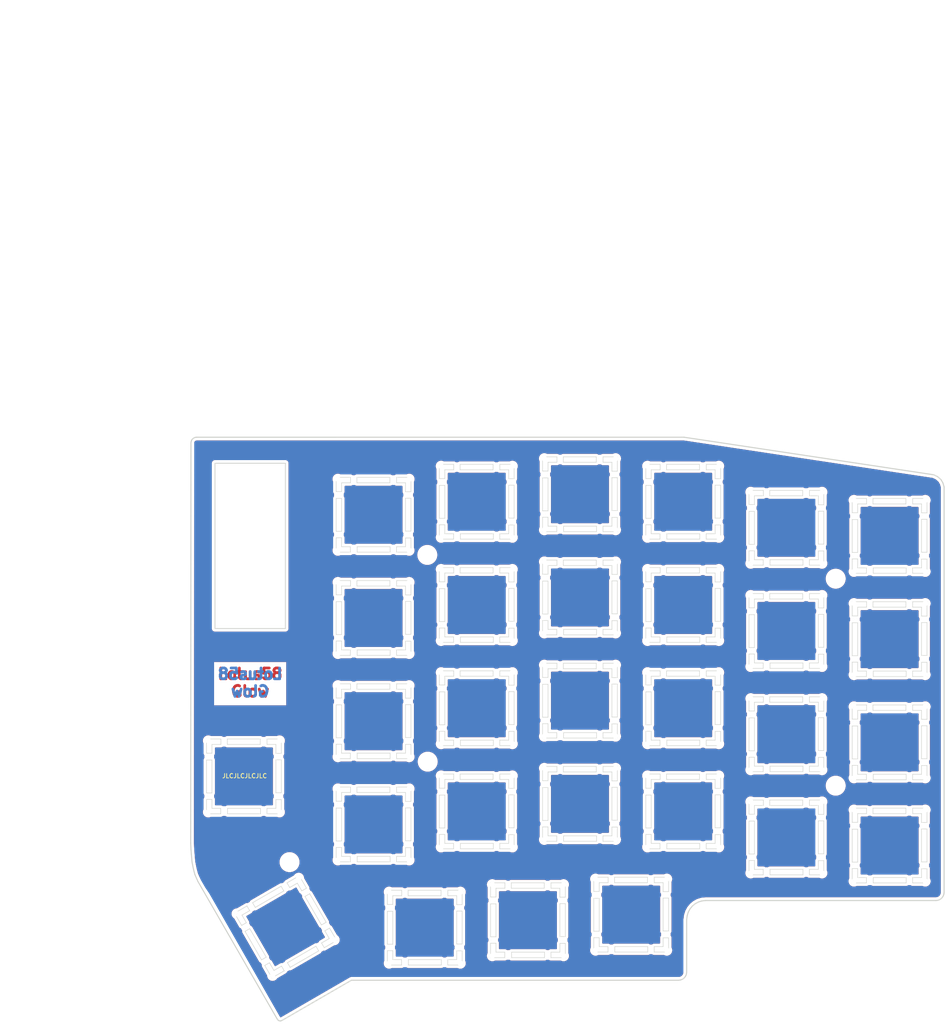
<source format=kicad_pcb>
(kicad_pcb (version 20171130) (host pcbnew "(5.1.9)-1")
  (title_block (title "Lotus 58 Glow MX") (date 2020-12-12) (rev 0.95) (company "Markus Knutsson <markus.knutsson@tweety.se>") (comment 1 https://github.com/TweetyDaBird) (comment 2 "Licensed under CERN-OHL-S v2 or any superseding version"))
  (layers (0 F.Cu signal) (31 B.Cu signal) (34 B.Paste user) (35 F.Paste user) (36 B.SilkS user) (37 F.SilkS user) (38 B.Mask user) (39 F.Mask user) (44 Edge.Cuts user))
  (net 0 "")
  (module MountingHole:MountingHole_2.7mm_M2.5 (layer F.Cu) (at 98.8949 114.1095)
    (fp_text reference REF** hide)
    (fp_text value MountingHole_2.7mm_M2.5)
    (pad 1 np_thru_hole circle (at 0 0) (size 2.7 2.7) (drill 2.7) (layers *.Cu *.Mask))
  )
  (module MountingHole:MountingHole_2.7mm_M2.5 (layer F.Cu) (at 124.3965 95.5675)
    (fp_text reference REF** hide)
    (fp_text value MountingHole_2.7mm_M2.5)
    (pad 1 np_thru_hole circle (at 0 0) (size 2.7 2.7) (drill 2.7) (layers *.Cu *.Mask))
  )
  (module MountingHole:MountingHole_2.7mm_M2.5 (layer F.Cu) (at 199.7 100)
    (fp_text reference REF** hide)
    (fp_text value MountingHole_2.7mm_M2.5)
    (pad 1 np_thru_hole circle (at 0 0) (size 2.7 2.7) (drill 2.7) (layers *.Cu *.Mask))
  )
  (module MountingHole:MountingHole_2.7mm_M2.5 (layer F.Cu) (at 199.7 61.8)
    (fp_text reference REF** hide)
    (fp_text value MountingHole_2.7mm_M2.5)
    (pad 1 np_thru_hole circle (at 0 0) (size 2.7 2.7) (drill 2.7) (layers *.Cu *.Mask))
  )
  (module MountingHole:MountingHole_2.7mm_M2.5 (layer F.Cu) (at 124.32538 57.40908)
    (fp_text reference REF** hide)
    (fp_text value MountingHole_2.7mm_M2.5)
    (pad 1 np_thru_hole circle (at 0 0) (size 2.7 2.7) (drill 2.7) (layers *.Cu *.Mask))
  )
  (module "Keyboard Library:Cherry_MX_Plate_Hole_Breakoff" (layer F.Cu) (at 114.4 50)
    (fp_text reference SW1 hide)
    (fp_text value SW_PUSH hide)
    (fp_line (start -4.28 6.9) (end -4.28 5.9) (layer Edge.Cuts) (width 0.1))
    (fp_line (start 4.25 5.9) (end 5.9 5.9) (layer Edge.Cuts) (width 0.1))
    (fp_line (start 3.06 5.9) (end 3.06 6.9) (layer Edge.Cuts) (width 0.1))
    (fp_line (start 6.9 6.9) (end 4.25 6.9) (layer Edge.Cuts) (width 0.1))
    (fp_line (start -6.9 6.9) (end -4.28 6.9) (layer Edge.Cuts) (width 0.1))
    (fp_line (start -5.9 5.9) (end -4.28 5.9) (layer Edge.Cuts) (width 0.1))
    (fp_line (start 3.06 6.9) (end -3.02 6.9) (layer Edge.Cuts) (width 0.1))
    (fp_line (start -3.02 6.9) (end -3.018995 5.9) (layer Edge.Cuts) (width 0.1))
    (fp_line (start -3.018995 5.9) (end 3.06 5.9) (layer Edge.Cuts) (width 0.1))
    (fp_line (start 4.25 5.9) (end 4.25 6.9) (layer Edge.Cuts) (width 0.1))
    (fp_line (start -4.25 -5.9) (end -4.25 -6.9) (layer Edge.Cuts) (width 0.1))
    (fp_line (start 3.011005 -6.9) (end 3.01 -5.9) (layer Edge.Cuts) (width 0.1))
    (fp_line (start 5.9 -5.9) (end 4.26 -5.9) (layer Edge.Cuts) (width 0.1))
    (fp_line (start -3.07 -5.9) (end -3.07 -6.9) (layer Edge.Cuts) (width 0.1))
    (fp_line (start 3.011005 -6.9) (end -3.07 -6.9) (layer Edge.Cuts) (width 0.1))
    (fp_line (start -4.25 -5.9) (end -5.9 -5.9) (layer Edge.Cuts) (width 0.1))
    (fp_line (start 4.26 -6.9) (end 4.26 -5.9) (layer Edge.Cuts) (width 0.1))
    (fp_line (start 3.01 -5.9) (end -3.07 -5.9) (layer Edge.Cuts) (width 0.1))
    (fp_line (start -4.25 -6.9) (end -6.9 -6.9) (layer Edge.Cuts) (width 0.1))
    (fp_line (start 6.9 -6.9) (end 4.26 -6.9) (layer Edge.Cuts) (width 0.1))
    (fp_line (start -6.9 -3.02) (end -5.9 -3.018995) (layer Edge.Cuts) (width 0.1))
    (fp_line (start -5.9 -3.018995) (end -5.9 3.06) (layer Edge.Cuts) (width 0.1))
    (fp_line (start -6.9 -6.9) (end -6.9 -4.28) (layer Edge.Cuts) (width 0.1))
    (fp_line (start -5.9 3.06) (end -6.9 3.06) (layer Edge.Cuts) (width 0.1))
    (fp_line (start -6.9 3.06) (end -6.9 -3.02) (layer Edge.Cuts) (width 0.1))
    (fp_line (start -6.9 -4.28) (end -5.9 -4.28) (layer Edge.Cuts) (width 0.1))
    (fp_line (start -5.9 4.25) (end -5.9 5.9) (layer Edge.Cuts) (width 0.1))
    (fp_line (start -6.9 6.9) (end -6.9 4.25) (layer Edge.Cuts) (width 0.1))
    (fp_line (start -5.9 -5.9) (end -5.9 -4.28) (layer Edge.Cuts) (width 0.1))
    (fp_line (start -5.9 4.25) (end -6.9 4.25) (layer Edge.Cuts) (width 0.1))
    (fp_line (start 5.9 -4.25) (end 5.9 -5.9) (layer Edge.Cuts) (width 0.1))
    (fp_line (start 5.9 -3.06) (end 6.9 -3.06) (layer Edge.Cuts) (width 0.1))
    (fp_line (start 6.9 3.02) (end 5.9 3.018995) (layer Edge.Cuts) (width 0.1))
    (fp_line (start 6.9 4.28) (end 5.9 4.28) (layer Edge.Cuts) (width 0.1))
    (fp_line (start 6.9 -6.9) (end 6.9 -4.25) (layer Edge.Cuts) (width 0.1))
    (fp_line (start 5.9 -4.25) (end 6.9 -4.25) (layer Edge.Cuts) (width 0.1))
    (fp_line (start 6.9 -3.06) (end 6.9 3.02) (layer Edge.Cuts) (width 0.1))
    (fp_line (start 5.9 3.018995) (end 5.9 -3.06) (layer Edge.Cuts) (width 0.1))
    (fp_line (start 6.9 6.9) (end 6.9 4.28) (layer Edge.Cuts) (width 0.1))
    (fp_line (start 5.9 5.9) (end 5.9 4.28) (layer Edge.Cuts) (width 0.1))
    (pad "" np_thru_hole circle (at 6.4 -3.6576) (size 0.8 0.8) (drill 0.8) (layers *.Cu *.Mask))
    (pad "" np_thru_hole circle (at 6.4 3.6576) (size 0.8 0.8) (drill 0.8) (layers *.Cu *.Mask))
    (pad "" np_thru_hole circle (at -6.4 -3.6576 180) (size 0.8 0.8) (drill 0.8) (layers *.Cu *.Mask))
    (pad "" np_thru_hole circle (at -6.4 3.6576 180) (size 0.8 0.8) (drill 0.8) (layers *.Cu *.Mask))
    (pad "" np_thru_hole circle (at -3.6576 -6.4 90) (size 0.8 0.8) (drill 0.8) (layers *.Cu *.Mask))
    (pad "" np_thru_hole circle (at 3.6576 -6.4 90) (size 0.8 0.8) (drill 0.8) (layers *.Cu *.Mask))
    (pad "" np_thru_hole circle (at -6.5786 -6.5786) (size 1 1) (drill 1) (layers *.Cu *.Mask))
    (pad "" np_thru_hole circle (at 6.5786 -6.5786) (size 1 1) (drill 1) (layers *.Cu *.Mask))
    (pad "" np_thru_hole circle (at 6.5786 6.5786) (size 1 1) (drill 1) (layers *.Cu *.Mask))
    (pad "" np_thru_hole circle (at -6.5786 6.5786) (size 1 1) (drill 1) (layers *.Cu *.Mask))
    (pad "" np_thru_hole circle (at -3.6576 6.4 270) (size 0.8 0.8) (drill 0.8) (layers *.Cu *.Mask))
    (pad "" np_thru_hole circle (at 3.6576 6.4 270) (size 0.8 0.8) (drill 0.8) (layers *.Cu *.Mask))
  )
  (module "Keyboard Library:Cherry_MX_Plate_Hole_Breakoff" (layer F.Cu) (at 190.6 109.55)
    (fp_text reference SW23 hide)
    (fp_text value SW_PUSH hide)
    (fp_line (start -4.28 6.9) (end -4.28 5.9) (layer Edge.Cuts) (width 0.1))
    (fp_line (start 4.25 5.9) (end 5.9 5.9) (layer Edge.Cuts) (width 0.1))
    (fp_line (start 3.06 5.9) (end 3.06 6.9) (layer Edge.Cuts) (width 0.1))
    (fp_line (start 6.9 6.9) (end 4.25 6.9) (layer Edge.Cuts) (width 0.1))
    (fp_line (start -6.9 6.9) (end -4.28 6.9) (layer Edge.Cuts) (width 0.1))
    (fp_line (start -5.9 5.9) (end -4.28 5.9) (layer Edge.Cuts) (width 0.1))
    (fp_line (start 3.06 6.9) (end -3.02 6.9) (layer Edge.Cuts) (width 0.1))
    (fp_line (start -3.02 6.9) (end -3.018995 5.9) (layer Edge.Cuts) (width 0.1))
    (fp_line (start -3.018995 5.9) (end 3.06 5.9) (layer Edge.Cuts) (width 0.1))
    (fp_line (start 4.25 5.9) (end 4.25 6.9) (layer Edge.Cuts) (width 0.1))
    (fp_line (start -4.25 -5.9) (end -4.25 -6.9) (layer Edge.Cuts) (width 0.1))
    (fp_line (start 3.011005 -6.9) (end 3.01 -5.9) (layer Edge.Cuts) (width 0.1))
    (fp_line (start 5.9 -5.9) (end 4.26 -5.9) (layer Edge.Cuts) (width 0.1))
    (fp_line (start -3.07 -5.9) (end -3.07 -6.9) (layer Edge.Cuts) (width 0.1))
    (fp_line (start 3.011005 -6.9) (end -3.07 -6.9) (layer Edge.Cuts) (width 0.1))
    (fp_line (start -4.25 -5.9) (end -5.9 -5.9) (layer Edge.Cuts) (width 0.1))
    (fp_line (start 4.26 -6.9) (end 4.26 -5.9) (layer Edge.Cuts) (width 0.1))
    (fp_line (start 3.01 -5.9) (end -3.07 -5.9) (layer Edge.Cuts) (width 0.1))
    (fp_line (start -4.25 -6.9) (end -6.9 -6.9) (layer Edge.Cuts) (width 0.1))
    (fp_line (start 6.9 -6.9) (end 4.26 -6.9) (layer Edge.Cuts) (width 0.1))
    (fp_line (start -6.9 -3.02) (end -5.9 -3.018995) (layer Edge.Cuts) (width 0.1))
    (fp_line (start -5.9 -3.018995) (end -5.9 3.06) (layer Edge.Cuts) (width 0.1))
    (fp_line (start -6.9 -6.9) (end -6.9 -4.28) (layer Edge.Cuts) (width 0.1))
    (fp_line (start -5.9 3.06) (end -6.9 3.06) (layer Edge.Cuts) (width 0.1))
    (fp_line (start -6.9 3.06) (end -6.9 -3.02) (layer Edge.Cuts) (width 0.1))
    (fp_line (start -6.9 -4.28) (end -5.9 -4.28) (layer Edge.Cuts) (width 0.1))
    (fp_line (start -5.9 4.25) (end -5.9 5.9) (layer Edge.Cuts) (width 0.1))
    (fp_line (start -6.9 6.9) (end -6.9 4.25) (layer Edge.Cuts) (width 0.1))
    (fp_line (start -5.9 -5.9) (end -5.9 -4.28) (layer Edge.Cuts) (width 0.1))
    (fp_line (start -5.9 4.25) (end -6.9 4.25) (layer Edge.Cuts) (width 0.1))
    (fp_line (start 5.9 -4.25) (end 5.9 -5.9) (layer Edge.Cuts) (width 0.1))
    (fp_line (start 5.9 -3.06) (end 6.9 -3.06) (layer Edge.Cuts) (width 0.1))
    (fp_line (start 6.9 3.02) (end 5.9 3.018995) (layer Edge.Cuts) (width 0.1))
    (fp_line (start 6.9 4.28) (end 5.9 4.28) (layer Edge.Cuts) (width 0.1))
    (fp_line (start 6.9 -6.9) (end 6.9 -4.25) (layer Edge.Cuts) (width 0.1))
    (fp_line (start 5.9 -4.25) (end 6.9 -4.25) (layer Edge.Cuts) (width 0.1))
    (fp_line (start 6.9 -3.06) (end 6.9 3.02) (layer Edge.Cuts) (width 0.1))
    (fp_line (start 5.9 3.018995) (end 5.9 -3.06) (layer Edge.Cuts) (width 0.1))
    (fp_line (start 6.9 6.9) (end 6.9 4.28) (layer Edge.Cuts) (width 0.1))
    (fp_line (start 5.9 5.9) (end 5.9 4.28) (layer Edge.Cuts) (width 0.1))
    (pad "" np_thru_hole circle (at 6.4 -3.6576) (size 0.8 0.8) (drill 0.8) (layers *.Cu *.Mask))
    (pad "" np_thru_hole circle (at 6.4 3.6576) (size 0.8 0.8) (drill 0.8) (layers *.Cu *.Mask))
    (pad "" np_thru_hole circle (at -6.4 -3.6576 180) (size 0.8 0.8) (drill 0.8) (layers *.Cu *.Mask))
    (pad "" np_thru_hole circle (at -6.4 3.6576 180) (size 0.8 0.8) (drill 0.8) (layers *.Cu *.Mask))
    (pad "" np_thru_hole circle (at -3.6576 -6.4 90) (size 0.8 0.8) (drill 0.8) (layers *.Cu *.Mask))
    (pad "" np_thru_hole circle (at 3.6576 -6.4 90) (size 0.8 0.8) (drill 0.8) (layers *.Cu *.Mask))
    (pad "" np_thru_hole circle (at -6.5786 -6.5786) (size 1 1) (drill 1) (layers *.Cu *.Mask))
    (pad "" np_thru_hole circle (at 6.5786 -6.5786) (size 1 1) (drill 1) (layers *.Cu *.Mask))
    (pad "" np_thru_hole circle (at 6.5786 6.5786) (size 1 1) (drill 1) (layers *.Cu *.Mask))
    (pad "" np_thru_hole circle (at -6.5786 6.5786) (size 1 1) (drill 1) (layers *.Cu *.Mask))
    (pad "" np_thru_hole circle (at -3.6576 6.4 270) (size 0.8 0.8) (drill 0.8) (layers *.Cu *.Mask))
    (pad "" np_thru_hole circle (at 3.6576 6.4 270) (size 0.8 0.8) (drill 0.8) (layers *.Cu *.Mask))
  )
  (module "Keyboard Library:Cherry_MX_Plate_Hole_Breakoff" (layer F.Cu) (at 161.95 123.8)
    (fp_text reference SW29 hide)
    (fp_text value SW_PUSH hide)
    (fp_line (start -4.28 6.9) (end -4.28 5.9) (layer Edge.Cuts) (width 0.1))
    (fp_line (start 4.25 5.9) (end 5.9 5.9) (layer Edge.Cuts) (width 0.1))
    (fp_line (start 3.06 5.9) (end 3.06 6.9) (layer Edge.Cuts) (width 0.1))
    (fp_line (start 6.9 6.9) (end 4.25 6.9) (layer Edge.Cuts) (width 0.1))
    (fp_line (start -6.9 6.9) (end -4.28 6.9) (layer Edge.Cuts) (width 0.1))
    (fp_line (start -5.9 5.9) (end -4.28 5.9) (layer Edge.Cuts) (width 0.1))
    (fp_line (start 3.06 6.9) (end -3.02 6.9) (layer Edge.Cuts) (width 0.1))
    (fp_line (start -3.02 6.9) (end -3.018995 5.9) (layer Edge.Cuts) (width 0.1))
    (fp_line (start -3.018995 5.9) (end 3.06 5.9) (layer Edge.Cuts) (width 0.1))
    (fp_line (start 4.25 5.9) (end 4.25 6.9) (layer Edge.Cuts) (width 0.1))
    (fp_line (start -4.25 -5.9) (end -4.25 -6.9) (layer Edge.Cuts) (width 0.1))
    (fp_line (start 3.011005 -6.9) (end 3.01 -5.9) (layer Edge.Cuts) (width 0.1))
    (fp_line (start 5.9 -5.9) (end 4.26 -5.9) (layer Edge.Cuts) (width 0.1))
    (fp_line (start -3.07 -5.9) (end -3.07 -6.9) (layer Edge.Cuts) (width 0.1))
    (fp_line (start 3.011005 -6.9) (end -3.07 -6.9) (layer Edge.Cuts) (width 0.1))
    (fp_line (start -4.25 -5.9) (end -5.9 -5.9) (layer Edge.Cuts) (width 0.1))
    (fp_line (start 4.26 -6.9) (end 4.26 -5.9) (layer Edge.Cuts) (width 0.1))
    (fp_line (start 3.01 -5.9) (end -3.07 -5.9) (layer Edge.Cuts) (width 0.1))
    (fp_line (start -4.25 -6.9) (end -6.9 -6.9) (layer Edge.Cuts) (width 0.1))
    (fp_line (start 6.9 -6.9) (end 4.26 -6.9) (layer Edge.Cuts) (width 0.1))
    (fp_line (start -6.9 -3.02) (end -5.9 -3.018995) (layer Edge.Cuts) (width 0.1))
    (fp_line (start -5.9 -3.018995) (end -5.9 3.06) (layer Edge.Cuts) (width 0.1))
    (fp_line (start -6.9 -6.9) (end -6.9 -4.28) (layer Edge.Cuts) (width 0.1))
    (fp_line (start -5.9 3.06) (end -6.9 3.06) (layer Edge.Cuts) (width 0.1))
    (fp_line (start -6.9 3.06) (end -6.9 -3.02) (layer Edge.Cuts) (width 0.1))
    (fp_line (start -6.9 -4.28) (end -5.9 -4.28) (layer Edge.Cuts) (width 0.1))
    (fp_line (start -5.9 4.25) (end -5.9 5.9) (layer Edge.Cuts) (width 0.1))
    (fp_line (start -6.9 6.9) (end -6.9 4.25) (layer Edge.Cuts) (width 0.1))
    (fp_line (start -5.9 -5.9) (end -5.9 -4.28) (layer Edge.Cuts) (width 0.1))
    (fp_line (start -5.9 4.25) (end -6.9 4.25) (layer Edge.Cuts) (width 0.1))
    (fp_line (start 5.9 -4.25) (end 5.9 -5.9) (layer Edge.Cuts) (width 0.1))
    (fp_line (start 5.9 -3.06) (end 6.9 -3.06) (layer Edge.Cuts) (width 0.1))
    (fp_line (start 6.9 3.02) (end 5.9 3.018995) (layer Edge.Cuts) (width 0.1))
    (fp_line (start 6.9 4.28) (end 5.9 4.28) (layer Edge.Cuts) (width 0.1))
    (fp_line (start 6.9 -6.9) (end 6.9 -4.25) (layer Edge.Cuts) (width 0.1))
    (fp_line (start 5.9 -4.25) (end 6.9 -4.25) (layer Edge.Cuts) (width 0.1))
    (fp_line (start 6.9 -3.06) (end 6.9 3.02) (layer Edge.Cuts) (width 0.1))
    (fp_line (start 5.9 3.018995) (end 5.9 -3.06) (layer Edge.Cuts) (width 0.1))
    (fp_line (start 6.9 6.9) (end 6.9 4.28) (layer Edge.Cuts) (width 0.1))
    (fp_line (start 5.9 5.9) (end 5.9 4.28) (layer Edge.Cuts) (width 0.1))
    (pad "" np_thru_hole circle (at 6.4 -3.6576) (size 0.8 0.8) (drill 0.8) (layers *.Cu *.Mask))
    (pad "" np_thru_hole circle (at 6.4 3.6576) (size 0.8 0.8) (drill 0.8) (layers *.Cu *.Mask))
    (pad "" np_thru_hole circle (at -6.4 -3.6576 180) (size 0.8 0.8) (drill 0.8) (layers *.Cu *.Mask))
    (pad "" np_thru_hole circle (at -6.4 3.6576 180) (size 0.8 0.8) (drill 0.8) (layers *.Cu *.Mask))
    (pad "" np_thru_hole circle (at -3.6576 -6.4 90) (size 0.8 0.8) (drill 0.8) (layers *.Cu *.Mask))
    (pad "" np_thru_hole circle (at 3.6576 -6.4 90) (size 0.8 0.8) (drill 0.8) (layers *.Cu *.Mask))
    (pad "" np_thru_hole circle (at -6.5786 -6.5786) (size 1 1) (drill 1) (layers *.Cu *.Mask))
    (pad "" np_thru_hole circle (at 6.5786 -6.5786) (size 1 1) (drill 1) (layers *.Cu *.Mask))
    (pad "" np_thru_hole circle (at 6.5786 6.5786) (size 1 1) (drill 1) (layers *.Cu *.Mask))
    (pad "" np_thru_hole circle (at -6.5786 6.5786) (size 1 1) (drill 1) (layers *.Cu *.Mask))
    (pad "" np_thru_hole circle (at -3.6576 6.4 270) (size 0.8 0.8) (drill 0.8) (layers *.Cu *.Mask))
    (pad "" np_thru_hole circle (at 3.6576 6.4 270) (size 0.8 0.8) (drill 0.8) (layers *.Cu *.Mask))
  )
  (module "Keyboard Library:Cherry_MX_Plate_Hole_Breakoff" (layer F.Cu) (at 142.8977 124.8283)
    (fp_text reference SW28 hide)
    (fp_text value SW_PUSH hide)
    (fp_line (start -4.28 6.9) (end -4.28 5.9) (layer Edge.Cuts) (width 0.1))
    (fp_line (start 4.25 5.9) (end 5.9 5.9) (layer Edge.Cuts) (width 0.1))
    (fp_line (start 3.06 5.9) (end 3.06 6.9) (layer Edge.Cuts) (width 0.1))
    (fp_line (start 6.9 6.9) (end 4.25 6.9) (layer Edge.Cuts) (width 0.1))
    (fp_line (start -6.9 6.9) (end -4.28 6.9) (layer Edge.Cuts) (width 0.1))
    (fp_line (start -5.9 5.9) (end -4.28 5.9) (layer Edge.Cuts) (width 0.1))
    (fp_line (start 3.06 6.9) (end -3.02 6.9) (layer Edge.Cuts) (width 0.1))
    (fp_line (start -3.02 6.9) (end -3.018995 5.9) (layer Edge.Cuts) (width 0.1))
    (fp_line (start -3.018995 5.9) (end 3.06 5.9) (layer Edge.Cuts) (width 0.1))
    (fp_line (start 4.25 5.9) (end 4.25 6.9) (layer Edge.Cuts) (width 0.1))
    (fp_line (start -4.25 -5.9) (end -4.25 -6.9) (layer Edge.Cuts) (width 0.1))
    (fp_line (start 3.011005 -6.9) (end 3.01 -5.9) (layer Edge.Cuts) (width 0.1))
    (fp_line (start 5.9 -5.9) (end 4.26 -5.9) (layer Edge.Cuts) (width 0.1))
    (fp_line (start -3.07 -5.9) (end -3.07 -6.9) (layer Edge.Cuts) (width 0.1))
    (fp_line (start 3.011005 -6.9) (end -3.07 -6.9) (layer Edge.Cuts) (width 0.1))
    (fp_line (start -4.25 -5.9) (end -5.9 -5.9) (layer Edge.Cuts) (width 0.1))
    (fp_line (start 4.26 -6.9) (end 4.26 -5.9) (layer Edge.Cuts) (width 0.1))
    (fp_line (start 3.01 -5.9) (end -3.07 -5.9) (layer Edge.Cuts) (width 0.1))
    (fp_line (start -4.25 -6.9) (end -6.9 -6.9) (layer Edge.Cuts) (width 0.1))
    (fp_line (start 6.9 -6.9) (end 4.26 -6.9) (layer Edge.Cuts) (width 0.1))
    (fp_line (start -6.9 -3.02) (end -5.9 -3.018995) (layer Edge.Cuts) (width 0.1))
    (fp_line (start -5.9 -3.018995) (end -5.9 3.06) (layer Edge.Cuts) (width 0.1))
    (fp_line (start -6.9 -6.9) (end -6.9 -4.28) (layer Edge.Cuts) (width 0.1))
    (fp_line (start -5.9 3.06) (end -6.9 3.06) (layer Edge.Cuts) (width 0.1))
    (fp_line (start -6.9 3.06) (end -6.9 -3.02) (layer Edge.Cuts) (width 0.1))
    (fp_line (start -6.9 -4.28) (end -5.9 -4.28) (layer Edge.Cuts) (width 0.1))
    (fp_line (start -5.9 4.25) (end -5.9 5.9) (layer Edge.Cuts) (width 0.1))
    (fp_line (start -6.9 6.9) (end -6.9 4.25) (layer Edge.Cuts) (width 0.1))
    (fp_line (start -5.9 -5.9) (end -5.9 -4.28) (layer Edge.Cuts) (width 0.1))
    (fp_line (start -5.9 4.25) (end -6.9 4.25) (layer Edge.Cuts) (width 0.1))
    (fp_line (start 5.9 -4.25) (end 5.9 -5.9) (layer Edge.Cuts) (width 0.1))
    (fp_line (start 5.9 -3.06) (end 6.9 -3.06) (layer Edge.Cuts) (width 0.1))
    (fp_line (start 6.9 3.02) (end 5.9 3.018995) (layer Edge.Cuts) (width 0.1))
    (fp_line (start 6.9 4.28) (end 5.9 4.28) (layer Edge.Cuts) (width 0.1))
    (fp_line (start 6.9 -6.9) (end 6.9 -4.25) (layer Edge.Cuts) (width 0.1))
    (fp_line (start 5.9 -4.25) (end 6.9 -4.25) (layer Edge.Cuts) (width 0.1))
    (fp_line (start 6.9 -3.06) (end 6.9 3.02) (layer Edge.Cuts) (width 0.1))
    (fp_line (start 5.9 3.018995) (end 5.9 -3.06) (layer Edge.Cuts) (width 0.1))
    (fp_line (start 6.9 6.9) (end 6.9 4.28) (layer Edge.Cuts) (width 0.1))
    (fp_line (start 5.9 5.9) (end 5.9 4.28) (layer Edge.Cuts) (width 0.1))
    (pad "" np_thru_hole circle (at 6.4 -3.6576) (size 0.8 0.8) (drill 0.8) (layers *.Cu *.Mask))
    (pad "" np_thru_hole circle (at 6.4 3.6576) (size 0.8 0.8) (drill 0.8) (layers *.Cu *.Mask))
    (pad "" np_thru_hole circle (at -6.4 -3.6576 180) (size 0.8 0.8) (drill 0.8) (layers *.Cu *.Mask))
    (pad "" np_thru_hole circle (at -6.4 3.6576 180) (size 0.8 0.8) (drill 0.8) (layers *.Cu *.Mask))
    (pad "" np_thru_hole circle (at -3.6576 -6.4 90) (size 0.8 0.8) (drill 0.8) (layers *.Cu *.Mask))
    (pad "" np_thru_hole circle (at 3.6576 -6.4 90) (size 0.8 0.8) (drill 0.8) (layers *.Cu *.Mask))
    (pad "" np_thru_hole circle (at -6.5786 -6.5786) (size 1 1) (drill 1) (layers *.Cu *.Mask))
    (pad "" np_thru_hole circle (at 6.5786 -6.5786) (size 1 1) (drill 1) (layers *.Cu *.Mask))
    (pad "" np_thru_hole circle (at 6.5786 6.5786) (size 1 1) (drill 1) (layers *.Cu *.Mask))
    (pad "" np_thru_hole circle (at -6.5786 6.5786) (size 1 1) (drill 1) (layers *.Cu *.Mask))
    (pad "" np_thru_hole circle (at -3.6576 6.4 270) (size 0.8 0.8) (drill 0.8) (layers *.Cu *.Mask))
    (pad "" np_thru_hole circle (at 3.6576 6.4 270) (size 0.8 0.8) (drill 0.8) (layers *.Cu *.Mask))
  )
  (module "Keyboard Library:Cherry_MX_Plate_Hole_Breakoff" (layer F.Cu) (at 123.85 126.2)
    (fp_text reference SW27 hide)
    (fp_text value SW_PUSH hide)
    (fp_line (start -4.28 6.9) (end -4.28 5.9) (layer Edge.Cuts) (width 0.1))
    (fp_line (start 4.25 5.9) (end 5.9 5.9) (layer Edge.Cuts) (width 0.1))
    (fp_line (start 3.06 5.9) (end 3.06 6.9) (layer Edge.Cuts) (width 0.1))
    (fp_line (start 6.9 6.9) (end 4.25 6.9) (layer Edge.Cuts) (width 0.1))
    (fp_line (start -6.9 6.9) (end -4.28 6.9) (layer Edge.Cuts) (width 0.1))
    (fp_line (start -5.9 5.9) (end -4.28 5.9) (layer Edge.Cuts) (width 0.1))
    (fp_line (start 3.06 6.9) (end -3.02 6.9) (layer Edge.Cuts) (width 0.1))
    (fp_line (start -3.02 6.9) (end -3.018995 5.9) (layer Edge.Cuts) (width 0.1))
    (fp_line (start -3.018995 5.9) (end 3.06 5.9) (layer Edge.Cuts) (width 0.1))
    (fp_line (start 4.25 5.9) (end 4.25 6.9) (layer Edge.Cuts) (width 0.1))
    (fp_line (start -4.25 -5.9) (end -4.25 -6.9) (layer Edge.Cuts) (width 0.1))
    (fp_line (start 3.011005 -6.9) (end 3.01 -5.9) (layer Edge.Cuts) (width 0.1))
    (fp_line (start 5.9 -5.9) (end 4.26 -5.9) (layer Edge.Cuts) (width 0.1))
    (fp_line (start -3.07 -5.9) (end -3.07 -6.9) (layer Edge.Cuts) (width 0.1))
    (fp_line (start 3.011005 -6.9) (end -3.07 -6.9) (layer Edge.Cuts) (width 0.1))
    (fp_line (start -4.25 -5.9) (end -5.9 -5.9) (layer Edge.Cuts) (width 0.1))
    (fp_line (start 4.26 -6.9) (end 4.26 -5.9) (layer Edge.Cuts) (width 0.1))
    (fp_line (start 3.01 -5.9) (end -3.07 -5.9) (layer Edge.Cuts) (width 0.1))
    (fp_line (start -4.25 -6.9) (end -6.9 -6.9) (layer Edge.Cuts) (width 0.1))
    (fp_line (start 6.9 -6.9) (end 4.26 -6.9) (layer Edge.Cuts) (width 0.1))
    (fp_line (start -6.9 -3.02) (end -5.9 -3.018995) (layer Edge.Cuts) (width 0.1))
    (fp_line (start -5.9 -3.018995) (end -5.9 3.06) (layer Edge.Cuts) (width 0.1))
    (fp_line (start -6.9 -6.9) (end -6.9 -4.28) (layer Edge.Cuts) (width 0.1))
    (fp_line (start -5.9 3.06) (end -6.9 3.06) (layer Edge.Cuts) (width 0.1))
    (fp_line (start -6.9 3.06) (end -6.9 -3.02) (layer Edge.Cuts) (width 0.1))
    (fp_line (start -6.9 -4.28) (end -5.9 -4.28) (layer Edge.Cuts) (width 0.1))
    (fp_line (start -5.9 4.25) (end -5.9 5.9) (layer Edge.Cuts) (width 0.1))
    (fp_line (start -6.9 6.9) (end -6.9 4.25) (layer Edge.Cuts) (width 0.1))
    (fp_line (start -5.9 -5.9) (end -5.9 -4.28) (layer Edge.Cuts) (width 0.1))
    (fp_line (start -5.9 4.25) (end -6.9 4.25) (layer Edge.Cuts) (width 0.1))
    (fp_line (start 5.9 -4.25) (end 5.9 -5.9) (layer Edge.Cuts) (width 0.1))
    (fp_line (start 5.9 -3.06) (end 6.9 -3.06) (layer Edge.Cuts) (width 0.1))
    (fp_line (start 6.9 3.02) (end 5.9 3.018995) (layer Edge.Cuts) (width 0.1))
    (fp_line (start 6.9 4.28) (end 5.9 4.28) (layer Edge.Cuts) (width 0.1))
    (fp_line (start 6.9 -6.9) (end 6.9 -4.25) (layer Edge.Cuts) (width 0.1))
    (fp_line (start 5.9 -4.25) (end 6.9 -4.25) (layer Edge.Cuts) (width 0.1))
    (fp_line (start 6.9 -3.06) (end 6.9 3.02) (layer Edge.Cuts) (width 0.1))
    (fp_line (start 5.9 3.018995) (end 5.9 -3.06) (layer Edge.Cuts) (width 0.1))
    (fp_line (start 6.9 6.9) (end 6.9 4.28) (layer Edge.Cuts) (width 0.1))
    (fp_line (start 5.9 5.9) (end 5.9 4.28) (layer Edge.Cuts) (width 0.1))
    (pad "" np_thru_hole circle (at 6.4 -3.6576) (size 0.8 0.8) (drill 0.8) (layers *.Cu *.Mask))
    (pad "" np_thru_hole circle (at 6.4 3.6576) (size 0.8 0.8) (drill 0.8) (layers *.Cu *.Mask))
    (pad "" np_thru_hole circle (at -6.4 -3.6576 180) (size 0.8 0.8) (drill 0.8) (layers *.Cu *.Mask))
    (pad "" np_thru_hole circle (at -6.4 3.6576 180) (size 0.8 0.8) (drill 0.8) (layers *.Cu *.Mask))
    (pad "" np_thru_hole circle (at -3.6576 -6.4 90) (size 0.8 0.8) (drill 0.8) (layers *.Cu *.Mask))
    (pad "" np_thru_hole circle (at 3.6576 -6.4 90) (size 0.8 0.8) (drill 0.8) (layers *.Cu *.Mask))
    (pad "" np_thru_hole circle (at -6.5786 -6.5786) (size 1 1) (drill 1) (layers *.Cu *.Mask))
    (pad "" np_thru_hole circle (at 6.5786 -6.5786) (size 1 1) (drill 1) (layers *.Cu *.Mask))
    (pad "" np_thru_hole circle (at 6.5786 6.5786) (size 1 1) (drill 1) (layers *.Cu *.Mask))
    (pad "" np_thru_hole circle (at -6.5786 6.5786) (size 1 1) (drill 1) (layers *.Cu *.Mask))
    (pad "" np_thru_hole circle (at -3.6576 6.4 270) (size 0.8 0.8) (drill 0.8) (layers *.Cu *.Mask))
    (pad "" np_thru_hole circle (at 3.6576 6.4 270) (size 0.8 0.8) (drill 0.8) (layers *.Cu *.Mask))
  )
  (module "Keyboard Library:Cherry_MX_Plate_Hole_Breakoff" (layer F.Cu) (at 98.171 126.0475 300)
    (fp_text reference SW26 hide)
    (fp_text value SW_PUSH hide)
    (fp_line (start -4.28 6.9) (end -4.28 5.9) (layer Edge.Cuts) (width 0.1))
    (fp_line (start 4.25 5.9) (end 5.9 5.9) (layer Edge.Cuts) (width 0.1))
    (fp_line (start 3.06 5.9) (end 3.06 6.9) (layer Edge.Cuts) (width 0.1))
    (fp_line (start 6.9 6.9) (end 4.25 6.9) (layer Edge.Cuts) (width 0.1))
    (fp_line (start -6.9 6.9) (end -4.28 6.9) (layer Edge.Cuts) (width 0.1))
    (fp_line (start -5.9 5.9) (end -4.28 5.9) (layer Edge.Cuts) (width 0.1))
    (fp_line (start 3.06 6.9) (end -3.02 6.9) (layer Edge.Cuts) (width 0.1))
    (fp_line (start -3.02 6.9) (end -3.018995 5.9) (layer Edge.Cuts) (width 0.1))
    (fp_line (start -3.018995 5.9) (end 3.06 5.9) (layer Edge.Cuts) (width 0.1))
    (fp_line (start 4.25 5.9) (end 4.25 6.9) (layer Edge.Cuts) (width 0.1))
    (fp_line (start -4.25 -5.9) (end -4.25 -6.9) (layer Edge.Cuts) (width 0.1))
    (fp_line (start 3.011005 -6.9) (end 3.01 -5.9) (layer Edge.Cuts) (width 0.1))
    (fp_line (start 5.9 -5.9) (end 4.26 -5.9) (layer Edge.Cuts) (width 0.1))
    (fp_line (start -3.07 -5.9) (end -3.07 -6.9) (layer Edge.Cuts) (width 0.1))
    (fp_line (start 3.011005 -6.9) (end -3.07 -6.9) (layer Edge.Cuts) (width 0.1))
    (fp_line (start -4.25 -5.9) (end -5.9 -5.9) (layer Edge.Cuts) (width 0.1))
    (fp_line (start 4.26 -6.9) (end 4.26 -5.9) (layer Edge.Cuts) (width 0.1))
    (fp_line (start 3.01 -5.9) (end -3.07 -5.9) (layer Edge.Cuts) (width 0.1))
    (fp_line (start -4.25 -6.9) (end -6.9 -6.9) (layer Edge.Cuts) (width 0.1))
    (fp_line (start 6.9 -6.9) (end 4.26 -6.9) (layer Edge.Cuts) (width 0.1))
    (fp_line (start -6.9 -3.02) (end -5.9 -3.018995) (layer Edge.Cuts) (width 0.1))
    (fp_line (start -5.9 -3.018995) (end -5.9 3.06) (layer Edge.Cuts) (width 0.1))
    (fp_line (start -6.9 -6.9) (end -6.9 -4.28) (layer Edge.Cuts) (width 0.1))
    (fp_line (start -5.9 3.06) (end -6.9 3.06) (layer Edge.Cuts) (width 0.1))
    (fp_line (start -6.9 3.06) (end -6.9 -3.02) (layer Edge.Cuts) (width 0.1))
    (fp_line (start -6.9 -4.28) (end -5.9 -4.28) (layer Edge.Cuts) (width 0.1))
    (fp_line (start -5.9 4.25) (end -5.9 5.9) (layer Edge.Cuts) (width 0.1))
    (fp_line (start -6.9 6.9) (end -6.9 4.25) (layer Edge.Cuts) (width 0.1))
    (fp_line (start -5.9 -5.9) (end -5.9 -4.28) (layer Edge.Cuts) (width 0.1))
    (fp_line (start -5.9 4.25) (end -6.9 4.25) (layer Edge.Cuts) (width 0.1))
    (fp_line (start 5.9 -4.25) (end 5.9 -5.9) (layer Edge.Cuts) (width 0.1))
    (fp_line (start 5.9 -3.06) (end 6.9 -3.06) (layer Edge.Cuts) (width 0.1))
    (fp_line (start 6.9 3.02) (end 5.9 3.018995) (layer Edge.Cuts) (width 0.1))
    (fp_line (start 6.9 4.28) (end 5.9 4.28) (layer Edge.Cuts) (width 0.1))
    (fp_line (start 6.9 -6.9) (end 6.9 -4.25) (layer Edge.Cuts) (width 0.1))
    (fp_line (start 5.9 -4.25) (end 6.9 -4.25) (layer Edge.Cuts) (width 0.1))
    (fp_line (start 6.9 -3.06) (end 6.9 3.02) (layer Edge.Cuts) (width 0.1))
    (fp_line (start 5.9 3.018995) (end 5.9 -3.06) (layer Edge.Cuts) (width 0.1))
    (fp_line (start 6.9 6.9) (end 6.9 4.28) (layer Edge.Cuts) (width 0.1))
    (fp_line (start 5.9 5.9) (end 5.9 4.28) (layer Edge.Cuts) (width 0.1))
    (pad "" np_thru_hole circle (at 6.4 -3.6576 300) (size 0.8 0.8) (drill 0.8) (layers *.Cu *.Mask))
    (pad "" np_thru_hole circle (at 6.4 3.6576 300) (size 0.8 0.8) (drill 0.8) (layers *.Cu *.Mask))
    (pad "" np_thru_hole circle (at -6.4 -3.6576 120) (size 0.8 0.8) (drill 0.8) (layers *.Cu *.Mask))
    (pad "" np_thru_hole circle (at -6.4 3.6576 120) (size 0.8 0.8) (drill 0.8) (layers *.Cu *.Mask))
    (pad "" np_thru_hole circle (at -3.6576 -6.4 30) (size 0.8 0.8) (drill 0.8) (layers *.Cu *.Mask))
    (pad "" np_thru_hole circle (at 3.6576 -6.4 30) (size 0.8 0.8) (drill 0.8) (layers *.Cu *.Mask))
    (pad "" np_thru_hole circle (at -6.5786 -6.5786 300) (size 1 1) (drill 1) (layers *.Cu *.Mask))
    (pad "" np_thru_hole circle (at 6.5786 -6.5786 300) (size 1 1) (drill 1) (layers *.Cu *.Mask))
    (pad "" np_thru_hole circle (at 6.5786 6.5786 300) (size 1 1) (drill 1) (layers *.Cu *.Mask))
    (pad "" np_thru_hole circle (at -6.5786 6.5786 300) (size 1 1) (drill 1) (layers *.Cu *.Mask))
    (pad "" np_thru_hole circle (at -3.6576 6.4 210) (size 0.8 0.8) (drill 0.8) (layers *.Cu *.Mask))
    (pad "" np_thru_hole circle (at 3.6576 6.4 210) (size 0.8 0.8) (drill 0.8) (layers *.Cu *.Mask))
  )
  (module "Keyboard Library:Cherry_MX_Plate_Hole_Breakoff" (layer F.Cu) (at 90.4748 98.2853)
    (fp_text reference SW25 hide)
    (fp_text value SW_PUSH hide)
    (fp_line (start -4.28 6.9) (end -4.28 5.9) (layer Edge.Cuts) (width 0.1))
    (fp_line (start 4.25 5.9) (end 5.9 5.9) (layer Edge.Cuts) (width 0.1))
    (fp_line (start 3.06 5.9) (end 3.06 6.9) (layer Edge.Cuts) (width 0.1))
    (fp_line (start 6.9 6.9) (end 4.25 6.9) (layer Edge.Cuts) (width 0.1))
    (fp_line (start -6.9 6.9) (end -4.28 6.9) (layer Edge.Cuts) (width 0.1))
    (fp_line (start -5.9 5.9) (end -4.28 5.9) (layer Edge.Cuts) (width 0.1))
    (fp_line (start 3.06 6.9) (end -3.02 6.9) (layer Edge.Cuts) (width 0.1))
    (fp_line (start -3.02 6.9) (end -3.018995 5.9) (layer Edge.Cuts) (width 0.1))
    (fp_line (start -3.018995 5.9) (end 3.06 5.9) (layer Edge.Cuts) (width 0.1))
    (fp_line (start 4.25 5.9) (end 4.25 6.9) (layer Edge.Cuts) (width 0.1))
    (fp_line (start -4.25 -5.9) (end -4.25 -6.9) (layer Edge.Cuts) (width 0.1))
    (fp_line (start 3.011005 -6.9) (end 3.01 -5.9) (layer Edge.Cuts) (width 0.1))
    (fp_line (start 5.9 -5.9) (end 4.26 -5.9) (layer Edge.Cuts) (width 0.1))
    (fp_line (start -3.07 -5.9) (end -3.07 -6.9) (layer Edge.Cuts) (width 0.1))
    (fp_line (start 3.011005 -6.9) (end -3.07 -6.9) (layer Edge.Cuts) (width 0.1))
    (fp_line (start -4.25 -5.9) (end -5.9 -5.9) (layer Edge.Cuts) (width 0.1))
    (fp_line (start 4.26 -6.9) (end 4.26 -5.9) (layer Edge.Cuts) (width 0.1))
    (fp_line (start 3.01 -5.9) (end -3.07 -5.9) (layer Edge.Cuts) (width 0.1))
    (fp_line (start -4.25 -6.9) (end -6.9 -6.9) (layer Edge.Cuts) (width 0.1))
    (fp_line (start 6.9 -6.9) (end 4.26 -6.9) (layer Edge.Cuts) (width 0.1))
    (fp_line (start -6.9 -3.02) (end -5.9 -3.018995) (layer Edge.Cuts) (width 0.1))
    (fp_line (start -5.9 -3.018995) (end -5.9 3.06) (layer Edge.Cuts) (width 0.1))
    (fp_line (start -6.9 -6.9) (end -6.9 -4.28) (layer Edge.Cuts) (width 0.1))
    (fp_line (start -5.9 3.06) (end -6.9 3.06) (layer Edge.Cuts) (width 0.1))
    (fp_line (start -6.9 3.06) (end -6.9 -3.02) (layer Edge.Cuts) (width 0.1))
    (fp_line (start -6.9 -4.28) (end -5.9 -4.28) (layer Edge.Cuts) (width 0.1))
    (fp_line (start -5.9 4.25) (end -5.9 5.9) (layer Edge.Cuts) (width 0.1))
    (fp_line (start -6.9 6.9) (end -6.9 4.25) (layer Edge.Cuts) (width 0.1))
    (fp_line (start -5.9 -5.9) (end -5.9 -4.28) (layer Edge.Cuts) (width 0.1))
    (fp_line (start -5.9 4.25) (end -6.9 4.25) (layer Edge.Cuts) (width 0.1))
    (fp_line (start 5.9 -4.25) (end 5.9 -5.9) (layer Edge.Cuts) (width 0.1))
    (fp_line (start 5.9 -3.06) (end 6.9 -3.06) (layer Edge.Cuts) (width 0.1))
    (fp_line (start 6.9 3.02) (end 5.9 3.018995) (layer Edge.Cuts) (width 0.1))
    (fp_line (start 6.9 4.28) (end 5.9 4.28) (layer Edge.Cuts) (width 0.1))
    (fp_line (start 6.9 -6.9) (end 6.9 -4.25) (layer Edge.Cuts) (width 0.1))
    (fp_line (start 5.9 -4.25) (end 6.9 -4.25) (layer Edge.Cuts) (width 0.1))
    (fp_line (start 6.9 -3.06) (end 6.9 3.02) (layer Edge.Cuts) (width 0.1))
    (fp_line (start 5.9 3.018995) (end 5.9 -3.06) (layer Edge.Cuts) (width 0.1))
    (fp_line (start 6.9 6.9) (end 6.9 4.28) (layer Edge.Cuts) (width 0.1))
    (fp_line (start 5.9 5.9) (end 5.9 4.28) (layer Edge.Cuts) (width 0.1))
    (pad "" np_thru_hole circle (at 6.4 -3.6576) (size 0.8 0.8) (drill 0.8) (layers *.Cu *.Mask))
    (pad "" np_thru_hole circle (at 6.4 3.6576) (size 0.8 0.8) (drill 0.8) (layers *.Cu *.Mask))
    (pad "" np_thru_hole circle (at -6.4 -3.6576 180) (size 0.8 0.8) (drill 0.8) (layers *.Cu *.Mask))
    (pad "" np_thru_hole circle (at -6.4 3.6576 180) (size 0.8 0.8) (drill 0.8) (layers *.Cu *.Mask))
    (pad "" np_thru_hole circle (at -3.6576 -6.4 90) (size 0.8 0.8) (drill 0.8) (layers *.Cu *.Mask))
    (pad "" np_thru_hole circle (at 3.6576 -6.4 90) (size 0.8 0.8) (drill 0.8) (layers *.Cu *.Mask))
    (pad "" np_thru_hole circle (at -6.5786 -6.5786) (size 1 1) (drill 1) (layers *.Cu *.Mask))
    (pad "" np_thru_hole circle (at 6.5786 -6.5786) (size 1 1) (drill 1) (layers *.Cu *.Mask))
    (pad "" np_thru_hole circle (at 6.5786 6.5786) (size 1 1) (drill 1) (layers *.Cu *.Mask))
    (pad "" np_thru_hole circle (at -6.5786 6.5786) (size 1 1) (drill 1) (layers *.Cu *.Mask))
    (pad "" np_thru_hole circle (at -3.6576 6.4 270) (size 0.8 0.8) (drill 0.8) (layers *.Cu *.Mask))
    (pad "" np_thru_hole circle (at 3.6576 6.4 270) (size 0.8 0.8) (drill 0.8) (layers *.Cu *.Mask))
  )
  (module "Keyboard Library:Cherry_MX_Plate_Hole_Breakoff" (layer F.Cu) (at 209.65 111.05)
    (fp_text reference SW24 hide)
    (fp_text value SW_PUSH hide)
    (fp_line (start -4.28 6.9) (end -4.28 5.9) (layer Edge.Cuts) (width 0.1))
    (fp_line (start 4.25 5.9) (end 5.9 5.9) (layer Edge.Cuts) (width 0.1))
    (fp_line (start 3.06 5.9) (end 3.06 6.9) (layer Edge.Cuts) (width 0.1))
    (fp_line (start 6.9 6.9) (end 4.25 6.9) (layer Edge.Cuts) (width 0.1))
    (fp_line (start -6.9 6.9) (end -4.28 6.9) (layer Edge.Cuts) (width 0.1))
    (fp_line (start -5.9 5.9) (end -4.28 5.9) (layer Edge.Cuts) (width 0.1))
    (fp_line (start 3.06 6.9) (end -3.02 6.9) (layer Edge.Cuts) (width 0.1))
    (fp_line (start -3.02 6.9) (end -3.018995 5.9) (layer Edge.Cuts) (width 0.1))
    (fp_line (start -3.018995 5.9) (end 3.06 5.9) (layer Edge.Cuts) (width 0.1))
    (fp_line (start 4.25 5.9) (end 4.25 6.9) (layer Edge.Cuts) (width 0.1))
    (fp_line (start -4.25 -5.9) (end -4.25 -6.9) (layer Edge.Cuts) (width 0.1))
    (fp_line (start 3.011005 -6.9) (end 3.01 -5.9) (layer Edge.Cuts) (width 0.1))
    (fp_line (start 5.9 -5.9) (end 4.26 -5.9) (layer Edge.Cuts) (width 0.1))
    (fp_line (start -3.07 -5.9) (end -3.07 -6.9) (layer Edge.Cuts) (width 0.1))
    (fp_line (start 3.011005 -6.9) (end -3.07 -6.9) (layer Edge.Cuts) (width 0.1))
    (fp_line (start -4.25 -5.9) (end -5.9 -5.9) (layer Edge.Cuts) (width 0.1))
    (fp_line (start 4.26 -6.9) (end 4.26 -5.9) (layer Edge.Cuts) (width 0.1))
    (fp_line (start 3.01 -5.9) (end -3.07 -5.9) (layer Edge.Cuts) (width 0.1))
    (fp_line (start -4.25 -6.9) (end -6.9 -6.9) (layer Edge.Cuts) (width 0.1))
    (fp_line (start 6.9 -6.9) (end 4.26 -6.9) (layer Edge.Cuts) (width 0.1))
    (fp_line (start -6.9 -3.02) (end -5.9 -3.018995) (layer Edge.Cuts) (width 0.1))
    (fp_line (start -5.9 -3.018995) (end -5.9 3.06) (layer Edge.Cuts) (width 0.1))
    (fp_line (start -6.9 -6.9) (end -6.9 -4.28) (layer Edge.Cuts) (width 0.1))
    (fp_line (start -5.9 3.06) (end -6.9 3.06) (layer Edge.Cuts) (width 0.1))
    (fp_line (start -6.9 3.06) (end -6.9 -3.02) (layer Edge.Cuts) (width 0.1))
    (fp_line (start -6.9 -4.28) (end -5.9 -4.28) (layer Edge.Cuts) (width 0.1))
    (fp_line (start -5.9 4.25) (end -5.9 5.9) (layer Edge.Cuts) (width 0.1))
    (fp_line (start -6.9 6.9) (end -6.9 4.25) (layer Edge.Cuts) (width 0.1))
    (fp_line (start -5.9 -5.9) (end -5.9 -4.28) (layer Edge.Cuts) (width 0.1))
    (fp_line (start -5.9 4.25) (end -6.9 4.25) (layer Edge.Cuts) (width 0.1))
    (fp_line (start 5.9 -4.25) (end 5.9 -5.9) (layer Edge.Cuts) (width 0.1))
    (fp_line (start 5.9 -3.06) (end 6.9 -3.06) (layer Edge.Cuts) (width 0.1))
    (fp_line (start 6.9 3.02) (end 5.9 3.018995) (layer Edge.Cuts) (width 0.1))
    (fp_line (start 6.9 4.28) (end 5.9 4.28) (layer Edge.Cuts) (width 0.1))
    (fp_line (start 6.9 -6.9) (end 6.9 -4.25) (layer Edge.Cuts) (width 0.1))
    (fp_line (start 5.9 -4.25) (end 6.9 -4.25) (layer Edge.Cuts) (width 0.1))
    (fp_line (start 6.9 -3.06) (end 6.9 3.02) (layer Edge.Cuts) (width 0.1))
    (fp_line (start 5.9 3.018995) (end 5.9 -3.06) (layer Edge.Cuts) (width 0.1))
    (fp_line (start 6.9 6.9) (end 6.9 4.28) (layer Edge.Cuts) (width 0.1))
    (fp_line (start 5.9 5.9) (end 5.9 4.28) (layer Edge.Cuts) (width 0.1))
    (pad "" np_thru_hole circle (at 6.4 -3.6576) (size 0.8 0.8) (drill 0.8) (layers *.Cu *.Mask))
    (pad "" np_thru_hole circle (at 6.4 3.6576) (size 0.8 0.8) (drill 0.8) (layers *.Cu *.Mask))
    (pad "" np_thru_hole circle (at -6.4 -3.6576 180) (size 0.8 0.8) (drill 0.8) (layers *.Cu *.Mask))
    (pad "" np_thru_hole circle (at -6.4 3.6576 180) (size 0.8 0.8) (drill 0.8) (layers *.Cu *.Mask))
    (pad "" np_thru_hole circle (at -3.6576 -6.4 90) (size 0.8 0.8) (drill 0.8) (layers *.Cu *.Mask))
    (pad "" np_thru_hole circle (at 3.6576 -6.4 90) (size 0.8 0.8) (drill 0.8) (layers *.Cu *.Mask))
    (pad "" np_thru_hole circle (at -6.5786 -6.5786) (size 1 1) (drill 1) (layers *.Cu *.Mask))
    (pad "" np_thru_hole circle (at 6.5786 -6.5786) (size 1 1) (drill 1) (layers *.Cu *.Mask))
    (pad "" np_thru_hole circle (at 6.5786 6.5786) (size 1 1) (drill 1) (layers *.Cu *.Mask))
    (pad "" np_thru_hole circle (at -6.5786 6.5786) (size 1 1) (drill 1) (layers *.Cu *.Mask))
    (pad "" np_thru_hole circle (at -3.6576 6.4 270) (size 0.8 0.8) (drill 0.8) (layers *.Cu *.Mask))
    (pad "" np_thru_hole circle (at 3.6576 6.4 270) (size 0.8 0.8) (drill 0.8) (layers *.Cu *.Mask))
  )
  (module "Keyboard Library:Cherry_MX_Plate_Hole_Breakoff" (layer F.Cu) (at 171.55 104.75)
    (fp_text reference SW22 hide)
    (fp_text value SW_PUSH hide)
    (fp_line (start -4.28 6.9) (end -4.28 5.9) (layer Edge.Cuts) (width 0.1))
    (fp_line (start 4.25 5.9) (end 5.9 5.9) (layer Edge.Cuts) (width 0.1))
    (fp_line (start 3.06 5.9) (end 3.06 6.9) (layer Edge.Cuts) (width 0.1))
    (fp_line (start 6.9 6.9) (end 4.25 6.9) (layer Edge.Cuts) (width 0.1))
    (fp_line (start -6.9 6.9) (end -4.28 6.9) (layer Edge.Cuts) (width 0.1))
    (fp_line (start -5.9 5.9) (end -4.28 5.9) (layer Edge.Cuts) (width 0.1))
    (fp_line (start 3.06 6.9) (end -3.02 6.9) (layer Edge.Cuts) (width 0.1))
    (fp_line (start -3.02 6.9) (end -3.018995 5.9) (layer Edge.Cuts) (width 0.1))
    (fp_line (start -3.018995 5.9) (end 3.06 5.9) (layer Edge.Cuts) (width 0.1))
    (fp_line (start 4.25 5.9) (end 4.25 6.9) (layer Edge.Cuts) (width 0.1))
    (fp_line (start -4.25 -5.9) (end -4.25 -6.9) (layer Edge.Cuts) (width 0.1))
    (fp_line (start 3.011005 -6.9) (end 3.01 -5.9) (layer Edge.Cuts) (width 0.1))
    (fp_line (start 5.9 -5.9) (end 4.26 -5.9) (layer Edge.Cuts) (width 0.1))
    (fp_line (start -3.07 -5.9) (end -3.07 -6.9) (layer Edge.Cuts) (width 0.1))
    (fp_line (start 3.011005 -6.9) (end -3.07 -6.9) (layer Edge.Cuts) (width 0.1))
    (fp_line (start -4.25 -5.9) (end -5.9 -5.9) (layer Edge.Cuts) (width 0.1))
    (fp_line (start 4.26 -6.9) (end 4.26 -5.9) (layer Edge.Cuts) (width 0.1))
    (fp_line (start 3.01 -5.9) (end -3.07 -5.9) (layer Edge.Cuts) (width 0.1))
    (fp_line (start -4.25 -6.9) (end -6.9 -6.9) (layer Edge.Cuts) (width 0.1))
    (fp_line (start 6.9 -6.9) (end 4.26 -6.9) (layer Edge.Cuts) (width 0.1))
    (fp_line (start -6.9 -3.02) (end -5.9 -3.018995) (layer Edge.Cuts) (width 0.1))
    (fp_line (start -5.9 -3.018995) (end -5.9 3.06) (layer Edge.Cuts) (width 0.1))
    (fp_line (start -6.9 -6.9) (end -6.9 -4.28) (layer Edge.Cuts) (width 0.1))
    (fp_line (start -5.9 3.06) (end -6.9 3.06) (layer Edge.Cuts) (width 0.1))
    (fp_line (start -6.9 3.06) (end -6.9 -3.02) (layer Edge.Cuts) (width 0.1))
    (fp_line (start -6.9 -4.28) (end -5.9 -4.28) (layer Edge.Cuts) (width 0.1))
    (fp_line (start -5.9 4.25) (end -5.9 5.9) (layer Edge.Cuts) (width 0.1))
    (fp_line (start -6.9 6.9) (end -6.9 4.25) (layer Edge.Cuts) (width 0.1))
    (fp_line (start -5.9 -5.9) (end -5.9 -4.28) (layer Edge.Cuts) (width 0.1))
    (fp_line (start -5.9 4.25) (end -6.9 4.25) (layer Edge.Cuts) (width 0.1))
    (fp_line (start 5.9 -4.25) (end 5.9 -5.9) (layer Edge.Cuts) (width 0.1))
    (fp_line (start 5.9 -3.06) (end 6.9 -3.06) (layer Edge.Cuts) (width 0.1))
    (fp_line (start 6.9 3.02) (end 5.9 3.018995) (layer Edge.Cuts) (width 0.1))
    (fp_line (start 6.9 4.28) (end 5.9 4.28) (layer Edge.Cuts) (width 0.1))
    (fp_line (start 6.9 -6.9) (end 6.9 -4.25) (layer Edge.Cuts) (width 0.1))
    (fp_line (start 5.9 -4.25) (end 6.9 -4.25) (layer Edge.Cuts) (width 0.1))
    (fp_line (start 6.9 -3.06) (end 6.9 3.02) (layer Edge.Cuts) (width 0.1))
    (fp_line (start 5.9 3.018995) (end 5.9 -3.06) (layer Edge.Cuts) (width 0.1))
    (fp_line (start 6.9 6.9) (end 6.9 4.28) (layer Edge.Cuts) (width 0.1))
    (fp_line (start 5.9 5.9) (end 5.9 4.28) (layer Edge.Cuts) (width 0.1))
    (pad "" np_thru_hole circle (at 6.4 -3.6576) (size 0.8 0.8) (drill 0.8) (layers *.Cu *.Mask))
    (pad "" np_thru_hole circle (at 6.4 3.6576) (size 0.8 0.8) (drill 0.8) (layers *.Cu *.Mask))
    (pad "" np_thru_hole circle (at -6.4 -3.6576 180) (size 0.8 0.8) (drill 0.8) (layers *.Cu *.Mask))
    (pad "" np_thru_hole circle (at -6.4 3.6576 180) (size 0.8 0.8) (drill 0.8) (layers *.Cu *.Mask))
    (pad "" np_thru_hole circle (at -3.6576 -6.4 90) (size 0.8 0.8) (drill 0.8) (layers *.Cu *.Mask))
    (pad "" np_thru_hole circle (at 3.6576 -6.4 90) (size 0.8 0.8) (drill 0.8) (layers *.Cu *.Mask))
    (pad "" np_thru_hole circle (at -6.5786 -6.5786) (size 1 1) (drill 1) (layers *.Cu *.Mask))
    (pad "" np_thru_hole circle (at 6.5786 -6.5786) (size 1 1) (drill 1) (layers *.Cu *.Mask))
    (pad "" np_thru_hole circle (at 6.5786 6.5786) (size 1 1) (drill 1) (layers *.Cu *.Mask))
    (pad "" np_thru_hole circle (at -6.5786 6.5786) (size 1 1) (drill 1) (layers *.Cu *.Mask))
    (pad "" np_thru_hole circle (at -3.6576 6.4 270) (size 0.8 0.8) (drill 0.8) (layers *.Cu *.Mask))
    (pad "" np_thru_hole circle (at 3.6576 6.4 270) (size 0.8 0.8) (drill 0.8) (layers *.Cu *.Mask))
  )
  (module "Keyboard Library:Cherry_MX_Plate_Hole_Breakoff" (layer F.Cu) (at 152.5 103.36)
    (fp_text reference SW21 hide)
    (fp_text value SW_PUSH hide)
    (fp_line (start -4.28 6.9) (end -4.28 5.9) (layer Edge.Cuts) (width 0.1))
    (fp_line (start 4.25 5.9) (end 5.9 5.9) (layer Edge.Cuts) (width 0.1))
    (fp_line (start 3.06 5.9) (end 3.06 6.9) (layer Edge.Cuts) (width 0.1))
    (fp_line (start 6.9 6.9) (end 4.25 6.9) (layer Edge.Cuts) (width 0.1))
    (fp_line (start -6.9 6.9) (end -4.28 6.9) (layer Edge.Cuts) (width 0.1))
    (fp_line (start -5.9 5.9) (end -4.28 5.9) (layer Edge.Cuts) (width 0.1))
    (fp_line (start 3.06 6.9) (end -3.02 6.9) (layer Edge.Cuts) (width 0.1))
    (fp_line (start -3.02 6.9) (end -3.018995 5.9) (layer Edge.Cuts) (width 0.1))
    (fp_line (start -3.018995 5.9) (end 3.06 5.9) (layer Edge.Cuts) (width 0.1))
    (fp_line (start 4.25 5.9) (end 4.25 6.9) (layer Edge.Cuts) (width 0.1))
    (fp_line (start -4.25 -5.9) (end -4.25 -6.9) (layer Edge.Cuts) (width 0.1))
    (fp_line (start 3.011005 -6.9) (end 3.01 -5.9) (layer Edge.Cuts) (width 0.1))
    (fp_line (start 5.9 -5.9) (end 4.26 -5.9) (layer Edge.Cuts) (width 0.1))
    (fp_line (start -3.07 -5.9) (end -3.07 -6.9) (layer Edge.Cuts) (width 0.1))
    (fp_line (start 3.011005 -6.9) (end -3.07 -6.9) (layer Edge.Cuts) (width 0.1))
    (fp_line (start -4.25 -5.9) (end -5.9 -5.9) (layer Edge.Cuts) (width 0.1))
    (fp_line (start 4.26 -6.9) (end 4.26 -5.9) (layer Edge.Cuts) (width 0.1))
    (fp_line (start 3.01 -5.9) (end -3.07 -5.9) (layer Edge.Cuts) (width 0.1))
    (fp_line (start -4.25 -6.9) (end -6.9 -6.9) (layer Edge.Cuts) (width 0.1))
    (fp_line (start 6.9 -6.9) (end 4.26 -6.9) (layer Edge.Cuts) (width 0.1))
    (fp_line (start -6.9 -3.02) (end -5.9 -3.018995) (layer Edge.Cuts) (width 0.1))
    (fp_line (start -5.9 -3.018995) (end -5.9 3.06) (layer Edge.Cuts) (width 0.1))
    (fp_line (start -6.9 -6.9) (end -6.9 -4.28) (layer Edge.Cuts) (width 0.1))
    (fp_line (start -5.9 3.06) (end -6.9 3.06) (layer Edge.Cuts) (width 0.1))
    (fp_line (start -6.9 3.06) (end -6.9 -3.02) (layer Edge.Cuts) (width 0.1))
    (fp_line (start -6.9 -4.28) (end -5.9 -4.28) (layer Edge.Cuts) (width 0.1))
    (fp_line (start -5.9 4.25) (end -5.9 5.9) (layer Edge.Cuts) (width 0.1))
    (fp_line (start -6.9 6.9) (end -6.9 4.25) (layer Edge.Cuts) (width 0.1))
    (fp_line (start -5.9 -5.9) (end -5.9 -4.28) (layer Edge.Cuts) (width 0.1))
    (fp_line (start -5.9 4.25) (end -6.9 4.25) (layer Edge.Cuts) (width 0.1))
    (fp_line (start 5.9 -4.25) (end 5.9 -5.9) (layer Edge.Cuts) (width 0.1))
    (fp_line (start 5.9 -3.06) (end 6.9 -3.06) (layer Edge.Cuts) (width 0.1))
    (fp_line (start 6.9 3.02) (end 5.9 3.018995) (layer Edge.Cuts) (width 0.1))
    (fp_line (start 6.9 4.28) (end 5.9 4.28) (layer Edge.Cuts) (width 0.1))
    (fp_line (start 6.9 -6.9) (end 6.9 -4.25) (layer Edge.Cuts) (width 0.1))
    (fp_line (start 5.9 -4.25) (end 6.9 -4.25) (layer Edge.Cuts) (width 0.1))
    (fp_line (start 6.9 -3.06) (end 6.9 3.02) (layer Edge.Cuts) (width 0.1))
    (fp_line (start 5.9 3.018995) (end 5.9 -3.06) (layer Edge.Cuts) (width 0.1))
    (fp_line (start 6.9 6.9) (end 6.9 4.28) (layer Edge.Cuts) (width 0.1))
    (fp_line (start 5.9 5.9) (end 5.9 4.28) (layer Edge.Cuts) (width 0.1))
    (pad "" np_thru_hole circle (at 6.4 -3.6576) (size 0.8 0.8) (drill 0.8) (layers *.Cu *.Mask))
    (pad "" np_thru_hole circle (at 6.4 3.6576) (size 0.8 0.8) (drill 0.8) (layers *.Cu *.Mask))
    (pad "" np_thru_hole circle (at -6.4 -3.6576 180) (size 0.8 0.8) (drill 0.8) (layers *.Cu *.Mask))
    (pad "" np_thru_hole circle (at -6.4 3.6576 180) (size 0.8 0.8) (drill 0.8) (layers *.Cu *.Mask))
    (pad "" np_thru_hole circle (at -3.6576 -6.4 90) (size 0.8 0.8) (drill 0.8) (layers *.Cu *.Mask))
    (pad "" np_thru_hole circle (at 3.6576 -6.4 90) (size 0.8 0.8) (drill 0.8) (layers *.Cu *.Mask))
    (pad "" np_thru_hole circle (at -6.5786 -6.5786) (size 1 1) (drill 1) (layers *.Cu *.Mask))
    (pad "" np_thru_hole circle (at 6.5786 -6.5786) (size 1 1) (drill 1) (layers *.Cu *.Mask))
    (pad "" np_thru_hole circle (at 6.5786 6.5786) (size 1 1) (drill 1) (layers *.Cu *.Mask))
    (pad "" np_thru_hole circle (at -6.5786 6.5786) (size 1 1) (drill 1) (layers *.Cu *.Mask))
    (pad "" np_thru_hole circle (at -3.6576 6.4 270) (size 0.8 0.8) (drill 0.8) (layers *.Cu *.Mask))
    (pad "" np_thru_hole circle (at 3.6576 6.4 270) (size 0.8 0.8) (drill 0.8) (layers *.Cu *.Mask))
  )
  (module "Keyboard Library:Cherry_MX_Plate_Hole_Breakoff" (layer F.Cu) (at 133.45 104.75)
    (fp_text reference SW20 hide)
    (fp_text value SW_PUSH hide)
    (fp_line (start -4.28 6.9) (end -4.28 5.9) (layer Edge.Cuts) (width 0.1))
    (fp_line (start 4.25 5.9) (end 5.9 5.9) (layer Edge.Cuts) (width 0.1))
    (fp_line (start 3.06 5.9) (end 3.06 6.9) (layer Edge.Cuts) (width 0.1))
    (fp_line (start 6.9 6.9) (end 4.25 6.9) (layer Edge.Cuts) (width 0.1))
    (fp_line (start -6.9 6.9) (end -4.28 6.9) (layer Edge.Cuts) (width 0.1))
    (fp_line (start -5.9 5.9) (end -4.28 5.9) (layer Edge.Cuts) (width 0.1))
    (fp_line (start 3.06 6.9) (end -3.02 6.9) (layer Edge.Cuts) (width 0.1))
    (fp_line (start -3.02 6.9) (end -3.018995 5.9) (layer Edge.Cuts) (width 0.1))
    (fp_line (start -3.018995 5.9) (end 3.06 5.9) (layer Edge.Cuts) (width 0.1))
    (fp_line (start 4.25 5.9) (end 4.25 6.9) (layer Edge.Cuts) (width 0.1))
    (fp_line (start -4.25 -5.9) (end -4.25 -6.9) (layer Edge.Cuts) (width 0.1))
    (fp_line (start 3.011005 -6.9) (end 3.01 -5.9) (layer Edge.Cuts) (width 0.1))
    (fp_line (start 5.9 -5.9) (end 4.26 -5.9) (layer Edge.Cuts) (width 0.1))
    (fp_line (start -3.07 -5.9) (end -3.07 -6.9) (layer Edge.Cuts) (width 0.1))
    (fp_line (start 3.011005 -6.9) (end -3.07 -6.9) (layer Edge.Cuts) (width 0.1))
    (fp_line (start -4.25 -5.9) (end -5.9 -5.9) (layer Edge.Cuts) (width 0.1))
    (fp_line (start 4.26 -6.9) (end 4.26 -5.9) (layer Edge.Cuts) (width 0.1))
    (fp_line (start 3.01 -5.9) (end -3.07 -5.9) (layer Edge.Cuts) (width 0.1))
    (fp_line (start -4.25 -6.9) (end -6.9 -6.9) (layer Edge.Cuts) (width 0.1))
    (fp_line (start 6.9 -6.9) (end 4.26 -6.9) (layer Edge.Cuts) (width 0.1))
    (fp_line (start -6.9 -3.02) (end -5.9 -3.018995) (layer Edge.Cuts) (width 0.1))
    (fp_line (start -5.9 -3.018995) (end -5.9 3.06) (layer Edge.Cuts) (width 0.1))
    (fp_line (start -6.9 -6.9) (end -6.9 -4.28) (layer Edge.Cuts) (width 0.1))
    (fp_line (start -5.9 3.06) (end -6.9 3.06) (layer Edge.Cuts) (width 0.1))
    (fp_line (start -6.9 3.06) (end -6.9 -3.02) (layer Edge.Cuts) (width 0.1))
    (fp_line (start -6.9 -4.28) (end -5.9 -4.28) (layer Edge.Cuts) (width 0.1))
    (fp_line (start -5.9 4.25) (end -5.9 5.9) (layer Edge.Cuts) (width 0.1))
    (fp_line (start -6.9 6.9) (end -6.9 4.25) (layer Edge.Cuts) (width 0.1))
    (fp_line (start -5.9 -5.9) (end -5.9 -4.28) (layer Edge.Cuts) (width 0.1))
    (fp_line (start -5.9 4.25) (end -6.9 4.25) (layer Edge.Cuts) (width 0.1))
    (fp_line (start 5.9 -4.25) (end 5.9 -5.9) (layer Edge.Cuts) (width 0.1))
    (fp_line (start 5.9 -3.06) (end 6.9 -3.06) (layer Edge.Cuts) (width 0.1))
    (fp_line (start 6.9 3.02) (end 5.9 3.018995) (layer Edge.Cuts) (width 0.1))
    (fp_line (start 6.9 4.28) (end 5.9 4.28) (layer Edge.Cuts) (width 0.1))
    (fp_line (start 6.9 -6.9) (end 6.9 -4.25) (layer Edge.Cuts) (width 0.1))
    (fp_line (start 5.9 -4.25) (end 6.9 -4.25) (layer Edge.Cuts) (width 0.1))
    (fp_line (start 6.9 -3.06) (end 6.9 3.02) (layer Edge.Cuts) (width 0.1))
    (fp_line (start 5.9 3.018995) (end 5.9 -3.06) (layer Edge.Cuts) (width 0.1))
    (fp_line (start 6.9 6.9) (end 6.9 4.28) (layer Edge.Cuts) (width 0.1))
    (fp_line (start 5.9 5.9) (end 5.9 4.28) (layer Edge.Cuts) (width 0.1))
    (pad "" np_thru_hole circle (at 6.4 -3.6576) (size 0.8 0.8) (drill 0.8) (layers *.Cu *.Mask))
    (pad "" np_thru_hole circle (at 6.4 3.6576) (size 0.8 0.8) (drill 0.8) (layers *.Cu *.Mask))
    (pad "" np_thru_hole circle (at -6.4 -3.6576 180) (size 0.8 0.8) (drill 0.8) (layers *.Cu *.Mask))
    (pad "" np_thru_hole circle (at -6.4 3.6576 180) (size 0.8 0.8) (drill 0.8) (layers *.Cu *.Mask))
    (pad "" np_thru_hole circle (at -3.6576 -6.4 90) (size 0.8 0.8) (drill 0.8) (layers *.Cu *.Mask))
    (pad "" np_thru_hole circle (at 3.6576 -6.4 90) (size 0.8 0.8) (drill 0.8) (layers *.Cu *.Mask))
    (pad "" np_thru_hole circle (at -6.5786 -6.5786) (size 1 1) (drill 1) (layers *.Cu *.Mask))
    (pad "" np_thru_hole circle (at 6.5786 -6.5786) (size 1 1) (drill 1) (layers *.Cu *.Mask))
    (pad "" np_thru_hole circle (at 6.5786 6.5786) (size 1 1) (drill 1) (layers *.Cu *.Mask))
    (pad "" np_thru_hole circle (at -6.5786 6.5786) (size 1 1) (drill 1) (layers *.Cu *.Mask))
    (pad "" np_thru_hole circle (at -3.6576 6.4 270) (size 0.8 0.8) (drill 0.8) (layers *.Cu *.Mask))
    (pad "" np_thru_hole circle (at 3.6576 6.4 270) (size 0.8 0.8) (drill 0.8) (layers *.Cu *.Mask))
  )
  (module "Keyboard Library:Cherry_MX_Plate_Hole_Breakoff" (layer F.Cu) (at 114.4 107.15)
    (fp_text reference SW19 hide)
    (fp_text value SW_PUSH hide)
    (fp_line (start -4.28 6.9) (end -4.28 5.9) (layer Edge.Cuts) (width 0.1))
    (fp_line (start 4.25 5.9) (end 5.9 5.9) (layer Edge.Cuts) (width 0.1))
    (fp_line (start 3.06 5.9) (end 3.06 6.9) (layer Edge.Cuts) (width 0.1))
    (fp_line (start 6.9 6.9) (end 4.25 6.9) (layer Edge.Cuts) (width 0.1))
    (fp_line (start -6.9 6.9) (end -4.28 6.9) (layer Edge.Cuts) (width 0.1))
    (fp_line (start -5.9 5.9) (end -4.28 5.9) (layer Edge.Cuts) (width 0.1))
    (fp_line (start 3.06 6.9) (end -3.02 6.9) (layer Edge.Cuts) (width 0.1))
    (fp_line (start -3.02 6.9) (end -3.018995 5.9) (layer Edge.Cuts) (width 0.1))
    (fp_line (start -3.018995 5.9) (end 3.06 5.9) (layer Edge.Cuts) (width 0.1))
    (fp_line (start 4.25 5.9) (end 4.25 6.9) (layer Edge.Cuts) (width 0.1))
    (fp_line (start -4.25 -5.9) (end -4.25 -6.9) (layer Edge.Cuts) (width 0.1))
    (fp_line (start 3.011005 -6.9) (end 3.01 -5.9) (layer Edge.Cuts) (width 0.1))
    (fp_line (start 5.9 -5.9) (end 4.26 -5.9) (layer Edge.Cuts) (width 0.1))
    (fp_line (start -3.07 -5.9) (end -3.07 -6.9) (layer Edge.Cuts) (width 0.1))
    (fp_line (start 3.011005 -6.9) (end -3.07 -6.9) (layer Edge.Cuts) (width 0.1))
    (fp_line (start -4.25 -5.9) (end -5.9 -5.9) (layer Edge.Cuts) (width 0.1))
    (fp_line (start 4.26 -6.9) (end 4.26 -5.9) (layer Edge.Cuts) (width 0.1))
    (fp_line (start 3.01 -5.9) (end -3.07 -5.9) (layer Edge.Cuts) (width 0.1))
    (fp_line (start -4.25 -6.9) (end -6.9 -6.9) (layer Edge.Cuts) (width 0.1))
    (fp_line (start 6.9 -6.9) (end 4.26 -6.9) (layer Edge.Cuts) (width 0.1))
    (fp_line (start -6.9 -3.02) (end -5.9 -3.018995) (layer Edge.Cuts) (width 0.1))
    (fp_line (start -5.9 -3.018995) (end -5.9 3.06) (layer Edge.Cuts) (width 0.1))
    (fp_line (start -6.9 -6.9) (end -6.9 -4.28) (layer Edge.Cuts) (width 0.1))
    (fp_line (start -5.9 3.06) (end -6.9 3.06) (layer Edge.Cuts) (width 0.1))
    (fp_line (start -6.9 3.06) (end -6.9 -3.02) (layer Edge.Cuts) (width 0.1))
    (fp_line (start -6.9 -4.28) (end -5.9 -4.28) (layer Edge.Cuts) (width 0.1))
    (fp_line (start -5.9 4.25) (end -5.9 5.9) (layer Edge.Cuts) (width 0.1))
    (fp_line (start -6.9 6.9) (end -6.9 4.25) (layer Edge.Cuts) (width 0.1))
    (fp_line (start -5.9 -5.9) (end -5.9 -4.28) (layer Edge.Cuts) (width 0.1))
    (fp_line (start -5.9 4.25) (end -6.9 4.25) (layer Edge.Cuts) (width 0.1))
    (fp_line (start 5.9 -4.25) (end 5.9 -5.9) (layer Edge.Cuts) (width 0.1))
    (fp_line (start 5.9 -3.06) (end 6.9 -3.06) (layer Edge.Cuts) (width 0.1))
    (fp_line (start 6.9 3.02) (end 5.9 3.018995) (layer Edge.Cuts) (width 0.1))
    (fp_line (start 6.9 4.28) (end 5.9 4.28) (layer Edge.Cuts) (width 0.1))
    (fp_line (start 6.9 -6.9) (end 6.9 -4.25) (layer Edge.Cuts) (width 0.1))
    (fp_line (start 5.9 -4.25) (end 6.9 -4.25) (layer Edge.Cuts) (width 0.1))
    (fp_line (start 6.9 -3.06) (end 6.9 3.02) (layer Edge.Cuts) (width 0.1))
    (fp_line (start 5.9 3.018995) (end 5.9 -3.06) (layer Edge.Cuts) (width 0.1))
    (fp_line (start 6.9 6.9) (end 6.9 4.28) (layer Edge.Cuts) (width 0.1))
    (fp_line (start 5.9 5.9) (end 5.9 4.28) (layer Edge.Cuts) (width 0.1))
    (pad "" np_thru_hole circle (at 6.4 -3.6576) (size 0.8 0.8) (drill 0.8) (layers *.Cu *.Mask))
    (pad "" np_thru_hole circle (at 6.4 3.6576) (size 0.8 0.8) (drill 0.8) (layers *.Cu *.Mask))
    (pad "" np_thru_hole circle (at -6.4 -3.6576 180) (size 0.8 0.8) (drill 0.8) (layers *.Cu *.Mask))
    (pad "" np_thru_hole circle (at -6.4 3.6576 180) (size 0.8 0.8) (drill 0.8) (layers *.Cu *.Mask))
    (pad "" np_thru_hole circle (at -3.6576 -6.4 90) (size 0.8 0.8) (drill 0.8) (layers *.Cu *.Mask))
    (pad "" np_thru_hole circle (at 3.6576 -6.4 90) (size 0.8 0.8) (drill 0.8) (layers *.Cu *.Mask))
    (pad "" np_thru_hole circle (at -6.5786 -6.5786) (size 1 1) (drill 1) (layers *.Cu *.Mask))
    (pad "" np_thru_hole circle (at 6.5786 -6.5786) (size 1 1) (drill 1) (layers *.Cu *.Mask))
    (pad "" np_thru_hole circle (at 6.5786 6.5786) (size 1 1) (drill 1) (layers *.Cu *.Mask))
    (pad "" np_thru_hole circle (at -6.5786 6.5786) (size 1 1) (drill 1) (layers *.Cu *.Mask))
    (pad "" np_thru_hole circle (at -3.6576 6.4 270) (size 0.8 0.8) (drill 0.8) (layers *.Cu *.Mask))
    (pad "" np_thru_hole circle (at 3.6576 6.4 270) (size 0.8 0.8) (drill 0.8) (layers *.Cu *.Mask))
  )
  (module "Keyboard Library:Cherry_MX_Plate_Hole_Breakoff" (layer F.Cu) (at 209.65 92)
    (fp_text reference SW18 hide)
    (fp_text value SW_PUSH hide)
    (fp_line (start -4.28 6.9) (end -4.28 5.9) (layer Edge.Cuts) (width 0.1))
    (fp_line (start 4.25 5.9) (end 5.9 5.9) (layer Edge.Cuts) (width 0.1))
    (fp_line (start 3.06 5.9) (end 3.06 6.9) (layer Edge.Cuts) (width 0.1))
    (fp_line (start 6.9 6.9) (end 4.25 6.9) (layer Edge.Cuts) (width 0.1))
    (fp_line (start -6.9 6.9) (end -4.28 6.9) (layer Edge.Cuts) (width 0.1))
    (fp_line (start -5.9 5.9) (end -4.28 5.9) (layer Edge.Cuts) (width 0.1))
    (fp_line (start 3.06 6.9) (end -3.02 6.9) (layer Edge.Cuts) (width 0.1))
    (fp_line (start -3.02 6.9) (end -3.018995 5.9) (layer Edge.Cuts) (width 0.1))
    (fp_line (start -3.018995 5.9) (end 3.06 5.9) (layer Edge.Cuts) (width 0.1))
    (fp_line (start 4.25 5.9) (end 4.25 6.9) (layer Edge.Cuts) (width 0.1))
    (fp_line (start -4.25 -5.9) (end -4.25 -6.9) (layer Edge.Cuts) (width 0.1))
    (fp_line (start 3.011005 -6.9) (end 3.01 -5.9) (layer Edge.Cuts) (width 0.1))
    (fp_line (start 5.9 -5.9) (end 4.26 -5.9) (layer Edge.Cuts) (width 0.1))
    (fp_line (start -3.07 -5.9) (end -3.07 -6.9) (layer Edge.Cuts) (width 0.1))
    (fp_line (start 3.011005 -6.9) (end -3.07 -6.9) (layer Edge.Cuts) (width 0.1))
    (fp_line (start -4.25 -5.9) (end -5.9 -5.9) (layer Edge.Cuts) (width 0.1))
    (fp_line (start 4.26 -6.9) (end 4.26 -5.9) (layer Edge.Cuts) (width 0.1))
    (fp_line (start 3.01 -5.9) (end -3.07 -5.9) (layer Edge.Cuts) (width 0.1))
    (fp_line (start -4.25 -6.9) (end -6.9 -6.9) (layer Edge.Cuts) (width 0.1))
    (fp_line (start 6.9 -6.9) (end 4.26 -6.9) (layer Edge.Cuts) (width 0.1))
    (fp_line (start -6.9 -3.02) (end -5.9 -3.018995) (layer Edge.Cuts) (width 0.1))
    (fp_line (start -5.9 -3.018995) (end -5.9 3.06) (layer Edge.Cuts) (width 0.1))
    (fp_line (start -6.9 -6.9) (end -6.9 -4.28) (layer Edge.Cuts) (width 0.1))
    (fp_line (start -5.9 3.06) (end -6.9 3.06) (layer Edge.Cuts) (width 0.1))
    (fp_line (start -6.9 3.06) (end -6.9 -3.02) (layer Edge.Cuts) (width 0.1))
    (fp_line (start -6.9 -4.28) (end -5.9 -4.28) (layer Edge.Cuts) (width 0.1))
    (fp_line (start -5.9 4.25) (end -5.9 5.9) (layer Edge.Cuts) (width 0.1))
    (fp_line (start -6.9 6.9) (end -6.9 4.25) (layer Edge.Cuts) (width 0.1))
    (fp_line (start -5.9 -5.9) (end -5.9 -4.28) (layer Edge.Cuts) (width 0.1))
    (fp_line (start -5.9 4.25) (end -6.9 4.25) (layer Edge.Cuts) (width 0.1))
    (fp_line (start 5.9 -4.25) (end 5.9 -5.9) (layer Edge.Cuts) (width 0.1))
    (fp_line (start 5.9 -3.06) (end 6.9 -3.06) (layer Edge.Cuts) (width 0.1))
    (fp_line (start 6.9 3.02) (end 5.9 3.018995) (layer Edge.Cuts) (width 0.1))
    (fp_line (start 6.9 4.28) (end 5.9 4.28) (layer Edge.Cuts) (width 0.1))
    (fp_line (start 6.9 -6.9) (end 6.9 -4.25) (layer Edge.Cuts) (width 0.1))
    (fp_line (start 5.9 -4.25) (end 6.9 -4.25) (layer Edge.Cuts) (width 0.1))
    (fp_line (start 6.9 -3.06) (end 6.9 3.02) (layer Edge.Cuts) (width 0.1))
    (fp_line (start 5.9 3.018995) (end 5.9 -3.06) (layer Edge.Cuts) (width 0.1))
    (fp_line (start 6.9 6.9) (end 6.9 4.28) (layer Edge.Cuts) (width 0.1))
    (fp_line (start 5.9 5.9) (end 5.9 4.28) (layer Edge.Cuts) (width 0.1))
    (pad "" np_thru_hole circle (at 6.4 -3.6576) (size 0.8 0.8) (drill 0.8) (layers *.Cu *.Mask))
    (pad "" np_thru_hole circle (at 6.4 3.6576) (size 0.8 0.8) (drill 0.8) (layers *.Cu *.Mask))
    (pad "" np_thru_hole circle (at -6.4 -3.6576 180) (size 0.8 0.8) (drill 0.8) (layers *.Cu *.Mask))
    (pad "" np_thru_hole circle (at -6.4 3.6576 180) (size 0.8 0.8) (drill 0.8) (layers *.Cu *.Mask))
    (pad "" np_thru_hole circle (at -3.6576 -6.4 90) (size 0.8 0.8) (drill 0.8) (layers *.Cu *.Mask))
    (pad "" np_thru_hole circle (at 3.6576 -6.4 90) (size 0.8 0.8) (drill 0.8) (layers *.Cu *.Mask))
    (pad "" np_thru_hole circle (at -6.5786 -6.5786) (size 1 1) (drill 1) (layers *.Cu *.Mask))
    (pad "" np_thru_hole circle (at 6.5786 -6.5786) (size 1 1) (drill 1) (layers *.Cu *.Mask))
    (pad "" np_thru_hole circle (at 6.5786 6.5786) (size 1 1) (drill 1) (layers *.Cu *.Mask))
    (pad "" np_thru_hole circle (at -6.5786 6.5786) (size 1 1) (drill 1) (layers *.Cu *.Mask))
    (pad "" np_thru_hole circle (at -3.6576 6.4 270) (size 0.8 0.8) (drill 0.8) (layers *.Cu *.Mask))
    (pad "" np_thru_hole circle (at 3.6576 6.4 270) (size 0.8 0.8) (drill 0.8) (layers *.Cu *.Mask))
  )
  (module "Keyboard Library:Cherry_MX_Plate_Hole_Breakoff" (layer F.Cu) (at 190.6 90.5)
    (fp_text reference SW17 hide)
    (fp_text value SW_PUSH hide)
    (fp_line (start -4.28 6.9) (end -4.28 5.9) (layer Edge.Cuts) (width 0.1))
    (fp_line (start 4.25 5.9) (end 5.9 5.9) (layer Edge.Cuts) (width 0.1))
    (fp_line (start 3.06 5.9) (end 3.06 6.9) (layer Edge.Cuts) (width 0.1))
    (fp_line (start 6.9 6.9) (end 4.25 6.9) (layer Edge.Cuts) (width 0.1))
    (fp_line (start -6.9 6.9) (end -4.28 6.9) (layer Edge.Cuts) (width 0.1))
    (fp_line (start -5.9 5.9) (end -4.28 5.9) (layer Edge.Cuts) (width 0.1))
    (fp_line (start 3.06 6.9) (end -3.02 6.9) (layer Edge.Cuts) (width 0.1))
    (fp_line (start -3.02 6.9) (end -3.018995 5.9) (layer Edge.Cuts) (width 0.1))
    (fp_line (start -3.018995 5.9) (end 3.06 5.9) (layer Edge.Cuts) (width 0.1))
    (fp_line (start 4.25 5.9) (end 4.25 6.9) (layer Edge.Cuts) (width 0.1))
    (fp_line (start -4.25 -5.9) (end -4.25 -6.9) (layer Edge.Cuts) (width 0.1))
    (fp_line (start 3.011005 -6.9) (end 3.01 -5.9) (layer Edge.Cuts) (width 0.1))
    (fp_line (start 5.9 -5.9) (end 4.26 -5.9) (layer Edge.Cuts) (width 0.1))
    (fp_line (start -3.07 -5.9) (end -3.07 -6.9) (layer Edge.Cuts) (width 0.1))
    (fp_line (start 3.011005 -6.9) (end -3.07 -6.9) (layer Edge.Cuts) (width 0.1))
    (fp_line (start -4.25 -5.9) (end -5.9 -5.9) (layer Edge.Cuts) (width 0.1))
    (fp_line (start 4.26 -6.9) (end 4.26 -5.9) (layer Edge.Cuts) (width 0.1))
    (fp_line (start 3.01 -5.9) (end -3.07 -5.9) (layer Edge.Cuts) (width 0.1))
    (fp_line (start -4.25 -6.9) (end -6.9 -6.9) (layer Edge.Cuts) (width 0.1))
    (fp_line (start 6.9 -6.9) (end 4.26 -6.9) (layer Edge.Cuts) (width 0.1))
    (fp_line (start -6.9 -3.02) (end -5.9 -3.018995) (layer Edge.Cuts) (width 0.1))
    (fp_line (start -5.9 -3.018995) (end -5.9 3.06) (layer Edge.Cuts) (width 0.1))
    (fp_line (start -6.9 -6.9) (end -6.9 -4.28) (layer Edge.Cuts) (width 0.1))
    (fp_line (start -5.9 3.06) (end -6.9 3.06) (layer Edge.Cuts) (width 0.1))
    (fp_line (start -6.9 3.06) (end -6.9 -3.02) (layer Edge.Cuts) (width 0.1))
    (fp_line (start -6.9 -4.28) (end -5.9 -4.28) (layer Edge.Cuts) (width 0.1))
    (fp_line (start -5.9 4.25) (end -5.9 5.9) (layer Edge.Cuts) (width 0.1))
    (fp_line (start -6.9 6.9) (end -6.9 4.25) (layer Edge.Cuts) (width 0.1))
    (fp_line (start -5.9 -5.9) (end -5.9 -4.28) (layer Edge.Cuts) (width 0.1))
    (fp_line (start -5.9 4.25) (end -6.9 4.25) (layer Edge.Cuts) (width 0.1))
    (fp_line (start 5.9 -4.25) (end 5.9 -5.9) (layer Edge.Cuts) (width 0.1))
    (fp_line (start 5.9 -3.06) (end 6.9 -3.06) (layer Edge.Cuts) (width 0.1))
    (fp_line (start 6.9 3.02) (end 5.9 3.018995) (layer Edge.Cuts) (width 0.1))
    (fp_line (start 6.9 4.28) (end 5.9 4.28) (layer Edge.Cuts) (width 0.1))
    (fp_line (start 6.9 -6.9) (end 6.9 -4.25) (layer Edge.Cuts) (width 0.1))
    (fp_line (start 5.9 -4.25) (end 6.9 -4.25) (layer Edge.Cuts) (width 0.1))
    (fp_line (start 6.9 -3.06) (end 6.9 3.02) (layer Edge.Cuts) (width 0.1))
    (fp_line (start 5.9 3.018995) (end 5.9 -3.06) (layer Edge.Cuts) (width 0.1))
    (fp_line (start 6.9 6.9) (end 6.9 4.28) (layer Edge.Cuts) (width 0.1))
    (fp_line (start 5.9 5.9) (end 5.9 4.28) (layer Edge.Cuts) (width 0.1))
    (pad "" np_thru_hole circle (at 6.4 -3.6576) (size 0.8 0.8) (drill 0.8) (layers *.Cu *.Mask))
    (pad "" np_thru_hole circle (at 6.4 3.6576) (size 0.8 0.8) (drill 0.8) (layers *.Cu *.Mask))
    (pad "" np_thru_hole circle (at -6.4 -3.6576 180) (size 0.8 0.8) (drill 0.8) (layers *.Cu *.Mask))
    (pad "" np_thru_hole circle (at -6.4 3.6576 180) (size 0.8 0.8) (drill 0.8) (layers *.Cu *.Mask))
    (pad "" np_thru_hole circle (at -3.6576 -6.4 90) (size 0.8 0.8) (drill 0.8) (layers *.Cu *.Mask))
    (pad "" np_thru_hole circle (at 3.6576 -6.4 90) (size 0.8 0.8) (drill 0.8) (layers *.Cu *.Mask))
    (pad "" np_thru_hole circle (at -6.5786 -6.5786) (size 1 1) (drill 1) (layers *.Cu *.Mask))
    (pad "" np_thru_hole circle (at 6.5786 -6.5786) (size 1 1) (drill 1) (layers *.Cu *.Mask))
    (pad "" np_thru_hole circle (at 6.5786 6.5786) (size 1 1) (drill 1) (layers *.Cu *.Mask))
    (pad "" np_thru_hole circle (at -6.5786 6.5786) (size 1 1) (drill 1) (layers *.Cu *.Mask))
    (pad "" np_thru_hole circle (at -3.6576 6.4 270) (size 0.8 0.8) (drill 0.8) (layers *.Cu *.Mask))
    (pad "" np_thru_hole circle (at 3.6576 6.4 270) (size 0.8 0.8) (drill 0.8) (layers *.Cu *.Mask))
  )
  (module "Keyboard Library:Cherry_MX_Plate_Hole_Breakoff" (layer F.Cu) (at 171.55 85.7)
    (fp_text reference SW16 hide)
    (fp_text value SW_PUSH hide)
    (fp_line (start -4.28 6.9) (end -4.28 5.9) (layer Edge.Cuts) (width 0.1))
    (fp_line (start 4.25 5.9) (end 5.9 5.9) (layer Edge.Cuts) (width 0.1))
    (fp_line (start 3.06 5.9) (end 3.06 6.9) (layer Edge.Cuts) (width 0.1))
    (fp_line (start 6.9 6.9) (end 4.25 6.9) (layer Edge.Cuts) (width 0.1))
    (fp_line (start -6.9 6.9) (end -4.28 6.9) (layer Edge.Cuts) (width 0.1))
    (fp_line (start -5.9 5.9) (end -4.28 5.9) (layer Edge.Cuts) (width 0.1))
    (fp_line (start 3.06 6.9) (end -3.02 6.9) (layer Edge.Cuts) (width 0.1))
    (fp_line (start -3.02 6.9) (end -3.018995 5.9) (layer Edge.Cuts) (width 0.1))
    (fp_line (start -3.018995 5.9) (end 3.06 5.9) (layer Edge.Cuts) (width 0.1))
    (fp_line (start 4.25 5.9) (end 4.25 6.9) (layer Edge.Cuts) (width 0.1))
    (fp_line (start -4.25 -5.9) (end -4.25 -6.9) (layer Edge.Cuts) (width 0.1))
    (fp_line (start 3.011005 -6.9) (end 3.01 -5.9) (layer Edge.Cuts) (width 0.1))
    (fp_line (start 5.9 -5.9) (end 4.26 -5.9) (layer Edge.Cuts) (width 0.1))
    (fp_line (start -3.07 -5.9) (end -3.07 -6.9) (layer Edge.Cuts) (width 0.1))
    (fp_line (start 3.011005 -6.9) (end -3.07 -6.9) (layer Edge.Cuts) (width 0.1))
    (fp_line (start -4.25 -5.9) (end -5.9 -5.9) (layer Edge.Cuts) (width 0.1))
    (fp_line (start 4.26 -6.9) (end 4.26 -5.9) (layer Edge.Cuts) (width 0.1))
    (fp_line (start 3.01 -5.9) (end -3.07 -5.9) (layer Edge.Cuts) (width 0.1))
    (fp_line (start -4.25 -6.9) (end -6.9 -6.9) (layer Edge.Cuts) (width 0.1))
    (fp_line (start 6.9 -6.9) (end 4.26 -6.9) (layer Edge.Cuts) (width 0.1))
    (fp_line (start -6.9 -3.02) (end -5.9 -3.018995) (layer Edge.Cuts) (width 0.1))
    (fp_line (start -5.9 -3.018995) (end -5.9 3.06) (layer Edge.Cuts) (width 0.1))
    (fp_line (start -6.9 -6.9) (end -6.9 -4.28) (layer Edge.Cuts) (width 0.1))
    (fp_line (start -5.9 3.06) (end -6.9 3.06) (layer Edge.Cuts) (width 0.1))
    (fp_line (start -6.9 3.06) (end -6.9 -3.02) (layer Edge.Cuts) (width 0.1))
    (fp_line (start -6.9 -4.28) (end -5.9 -4.28) (layer Edge.Cuts) (width 0.1))
    (fp_line (start -5.9 4.25) (end -5.9 5.9) (layer Edge.Cuts) (width 0.1))
    (fp_line (start -6.9 6.9) (end -6.9 4.25) (layer Edge.Cuts) (width 0.1))
    (fp_line (start -5.9 -5.9) (end -5.9 -4.28) (layer Edge.Cuts) (width 0.1))
    (fp_line (start -5.9 4.25) (end -6.9 4.25) (layer Edge.Cuts) (width 0.1))
    (fp_line (start 5.9 -4.25) (end 5.9 -5.9) (layer Edge.Cuts) (width 0.1))
    (fp_line (start 5.9 -3.06) (end 6.9 -3.06) (layer Edge.Cuts) (width 0.1))
    (fp_line (start 6.9 3.02) (end 5.9 3.018995) (layer Edge.Cuts) (width 0.1))
    (fp_line (start 6.9 4.28) (end 5.9 4.28) (layer Edge.Cuts) (width 0.1))
    (fp_line (start 6.9 -6.9) (end 6.9 -4.25) (layer Edge.Cuts) (width 0.1))
    (fp_line (start 5.9 -4.25) (end 6.9 -4.25) (layer Edge.Cuts) (width 0.1))
    (fp_line (start 6.9 -3.06) (end 6.9 3.02) (layer Edge.Cuts) (width 0.1))
    (fp_line (start 5.9 3.018995) (end 5.9 -3.06) (layer Edge.Cuts) (width 0.1))
    (fp_line (start 6.9 6.9) (end 6.9 4.28) (layer Edge.Cuts) (width 0.1))
    (fp_line (start 5.9 5.9) (end 5.9 4.28) (layer Edge.Cuts) (width 0.1))
    (pad "" np_thru_hole circle (at 6.4 -3.6576) (size 0.8 0.8) (drill 0.8) (layers *.Cu *.Mask))
    (pad "" np_thru_hole circle (at 6.4 3.6576) (size 0.8 0.8) (drill 0.8) (layers *.Cu *.Mask))
    (pad "" np_thru_hole circle (at -6.4 -3.6576 180) (size 0.8 0.8) (drill 0.8) (layers *.Cu *.Mask))
    (pad "" np_thru_hole circle (at -6.4 3.6576 180) (size 0.8 0.8) (drill 0.8) (layers *.Cu *.Mask))
    (pad "" np_thru_hole circle (at -3.6576 -6.4 90) (size 0.8 0.8) (drill 0.8) (layers *.Cu *.Mask))
    (pad "" np_thru_hole circle (at 3.6576 -6.4 90) (size 0.8 0.8) (drill 0.8) (layers *.Cu *.Mask))
    (pad "" np_thru_hole circle (at -6.5786 -6.5786) (size 1 1) (drill 1) (layers *.Cu *.Mask))
    (pad "" np_thru_hole circle (at 6.5786 -6.5786) (size 1 1) (drill 1) (layers *.Cu *.Mask))
    (pad "" np_thru_hole circle (at 6.5786 6.5786) (size 1 1) (drill 1) (layers *.Cu *.Mask))
    (pad "" np_thru_hole circle (at -6.5786 6.5786) (size 1 1) (drill 1) (layers *.Cu *.Mask))
    (pad "" np_thru_hole circle (at -3.6576 6.4 270) (size 0.8 0.8) (drill 0.8) (layers *.Cu *.Mask))
    (pad "" np_thru_hole circle (at 3.6576 6.4 270) (size 0.8 0.8) (drill 0.8) (layers *.Cu *.Mask))
  )
  (module "Keyboard Library:Cherry_MX_Plate_Hole_Breakoff" (layer F.Cu) (at 152.5 84.31)
    (fp_text reference SW15 hide)
    (fp_text value SW_PUSH hide)
    (fp_line (start -4.28 6.9) (end -4.28 5.9) (layer Edge.Cuts) (width 0.1))
    (fp_line (start 4.25 5.9) (end 5.9 5.9) (layer Edge.Cuts) (width 0.1))
    (fp_line (start 3.06 5.9) (end 3.06 6.9) (layer Edge.Cuts) (width 0.1))
    (fp_line (start 6.9 6.9) (end 4.25 6.9) (layer Edge.Cuts) (width 0.1))
    (fp_line (start -6.9 6.9) (end -4.28 6.9) (layer Edge.Cuts) (width 0.1))
    (fp_line (start -5.9 5.9) (end -4.28 5.9) (layer Edge.Cuts) (width 0.1))
    (fp_line (start 3.06 6.9) (end -3.02 6.9) (layer Edge.Cuts) (width 0.1))
    (fp_line (start -3.02 6.9) (end -3.018995 5.9) (layer Edge.Cuts) (width 0.1))
    (fp_line (start -3.018995 5.9) (end 3.06 5.9) (layer Edge.Cuts) (width 0.1))
    (fp_line (start 4.25 5.9) (end 4.25 6.9) (layer Edge.Cuts) (width 0.1))
    (fp_line (start -4.25 -5.9) (end -4.25 -6.9) (layer Edge.Cuts) (width 0.1))
    (fp_line (start 3.011005 -6.9) (end 3.01 -5.9) (layer Edge.Cuts) (width 0.1))
    (fp_line (start 5.9 -5.9) (end 4.26 -5.9) (layer Edge.Cuts) (width 0.1))
    (fp_line (start -3.07 -5.9) (end -3.07 -6.9) (layer Edge.Cuts) (width 0.1))
    (fp_line (start 3.011005 -6.9) (end -3.07 -6.9) (layer Edge.Cuts) (width 0.1))
    (fp_line (start -4.25 -5.9) (end -5.9 -5.9) (layer Edge.Cuts) (width 0.1))
    (fp_line (start 4.26 -6.9) (end 4.26 -5.9) (layer Edge.Cuts) (width 0.1))
    (fp_line (start 3.01 -5.9) (end -3.07 -5.9) (layer Edge.Cuts) (width 0.1))
    (fp_line (start -4.25 -6.9) (end -6.9 -6.9) (layer Edge.Cuts) (width 0.1))
    (fp_line (start 6.9 -6.9) (end 4.26 -6.9) (layer Edge.Cuts) (width 0.1))
    (fp_line (start -6.9 -3.02) (end -5.9 -3.018995) (layer Edge.Cuts) (width 0.1))
    (fp_line (start -5.9 -3.018995) (end -5.9 3.06) (layer Edge.Cuts) (width 0.1))
    (fp_line (start -6.9 -6.9) (end -6.9 -4.28) (layer Edge.Cuts) (width 0.1))
    (fp_line (start -5.9 3.06) (end -6.9 3.06) (layer Edge.Cuts) (width 0.1))
    (fp_line (start -6.9 3.06) (end -6.9 -3.02) (layer Edge.Cuts) (width 0.1))
    (fp_line (start -6.9 -4.28) (end -5.9 -4.28) (layer Edge.Cuts) (width 0.1))
    (fp_line (start -5.9 4.25) (end -5.9 5.9) (layer Edge.Cuts) (width 0.1))
    (fp_line (start -6.9 6.9) (end -6.9 4.25) (layer Edge.Cuts) (width 0.1))
    (fp_line (start -5.9 -5.9) (end -5.9 -4.28) (layer Edge.Cuts) (width 0.1))
    (fp_line (start -5.9 4.25) (end -6.9 4.25) (layer Edge.Cuts) (width 0.1))
    (fp_line (start 5.9 -4.25) (end 5.9 -5.9) (layer Edge.Cuts) (width 0.1))
    (fp_line (start 5.9 -3.06) (end 6.9 -3.06) (layer Edge.Cuts) (width 0.1))
    (fp_line (start 6.9 3.02) (end 5.9 3.018995) (layer Edge.Cuts) (width 0.1))
    (fp_line (start 6.9 4.28) (end 5.9 4.28) (layer Edge.Cuts) (width 0.1))
    (fp_line (start 6.9 -6.9) (end 6.9 -4.25) (layer Edge.Cuts) (width 0.1))
    (fp_line (start 5.9 -4.25) (end 6.9 -4.25) (layer Edge.Cuts) (width 0.1))
    (fp_line (start 6.9 -3.06) (end 6.9 3.02) (layer Edge.Cuts) (width 0.1))
    (fp_line (start 5.9 3.018995) (end 5.9 -3.06) (layer Edge.Cuts) (width 0.1))
    (fp_line (start 6.9 6.9) (end 6.9 4.28) (layer Edge.Cuts) (width 0.1))
    (fp_line (start 5.9 5.9) (end 5.9 4.28) (layer Edge.Cuts) (width 0.1))
    (pad "" np_thru_hole circle (at 6.4 -3.6576) (size 0.8 0.8) (drill 0.8) (layers *.Cu *.Mask))
    (pad "" np_thru_hole circle (at 6.4 3.6576) (size 0.8 0.8) (drill 0.8) (layers *.Cu *.Mask))
    (pad "" np_thru_hole circle (at -6.4 -3.6576 180) (size 0.8 0.8) (drill 0.8) (layers *.Cu *.Mask))
    (pad "" np_thru_hole circle (at -6.4 3.6576 180) (size 0.8 0.8) (drill 0.8) (layers *.Cu *.Mask))
    (pad "" np_thru_hole circle (at -3.6576 -6.4 90) (size 0.8 0.8) (drill 0.8) (layers *.Cu *.Mask))
    (pad "" np_thru_hole circle (at 3.6576 -6.4 90) (size 0.8 0.8) (drill 0.8) (layers *.Cu *.Mask))
    (pad "" np_thru_hole circle (at -6.5786 -6.5786) (size 1 1) (drill 1) (layers *.Cu *.Mask))
    (pad "" np_thru_hole circle (at 6.5786 -6.5786) (size 1 1) (drill 1) (layers *.Cu *.Mask))
    (pad "" np_thru_hole circle (at 6.5786 6.5786) (size 1 1) (drill 1) (layers *.Cu *.Mask))
    (pad "" np_thru_hole circle (at -6.5786 6.5786) (size 1 1) (drill 1) (layers *.Cu *.Mask))
    (pad "" np_thru_hole circle (at -3.6576 6.4 270) (size 0.8 0.8) (drill 0.8) (layers *.Cu *.Mask))
    (pad "" np_thru_hole circle (at 3.6576 6.4 270) (size 0.8 0.8) (drill 0.8) (layers *.Cu *.Mask))
  )
  (module "Keyboard Library:Cherry_MX_Plate_Hole_Breakoff" (layer F.Cu) (at 133.45 85.7)
    (fp_text reference SW14 hide)
    (fp_text value SW_PUSH hide)
    (fp_line (start -4.28 6.9) (end -4.28 5.9) (layer Edge.Cuts) (width 0.1))
    (fp_line (start 4.25 5.9) (end 5.9 5.9) (layer Edge.Cuts) (width 0.1))
    (fp_line (start 3.06 5.9) (end 3.06 6.9) (layer Edge.Cuts) (width 0.1))
    (fp_line (start 6.9 6.9) (end 4.25 6.9) (layer Edge.Cuts) (width 0.1))
    (fp_line (start -6.9 6.9) (end -4.28 6.9) (layer Edge.Cuts) (width 0.1))
    (fp_line (start -5.9 5.9) (end -4.28 5.9) (layer Edge.Cuts) (width 0.1))
    (fp_line (start 3.06 6.9) (end -3.02 6.9) (layer Edge.Cuts) (width 0.1))
    (fp_line (start -3.02 6.9) (end -3.018995 5.9) (layer Edge.Cuts) (width 0.1))
    (fp_line (start -3.018995 5.9) (end 3.06 5.9) (layer Edge.Cuts) (width 0.1))
    (fp_line (start 4.25 5.9) (end 4.25 6.9) (layer Edge.Cuts) (width 0.1))
    (fp_line (start -4.25 -5.9) (end -4.25 -6.9) (layer Edge.Cuts) (width 0.1))
    (fp_line (start 3.011005 -6.9) (end 3.01 -5.9) (layer Edge.Cuts) (width 0.1))
    (fp_line (start 5.9 -5.9) (end 4.26 -5.9) (layer Edge.Cuts) (width 0.1))
    (fp_line (start -3.07 -5.9) (end -3.07 -6.9) (layer Edge.Cuts) (width 0.1))
    (fp_line (start 3.011005 -6.9) (end -3.07 -6.9) (layer Edge.Cuts) (width 0.1))
    (fp_line (start -4.25 -5.9) (end -5.9 -5.9) (layer Edge.Cuts) (width 0.1))
    (fp_line (start 4.26 -6.9) (end 4.26 -5.9) (layer Edge.Cuts) (width 0.1))
    (fp_line (start 3.01 -5.9) (end -3.07 -5.9) (layer Edge.Cuts) (width 0.1))
    (fp_line (start -4.25 -6.9) (end -6.9 -6.9) (layer Edge.Cuts) (width 0.1))
    (fp_line (start 6.9 -6.9) (end 4.26 -6.9) (layer Edge.Cuts) (width 0.1))
    (fp_line (start -6.9 -3.02) (end -5.9 -3.018995) (layer Edge.Cuts) (width 0.1))
    (fp_line (start -5.9 -3.018995) (end -5.9 3.06) (layer Edge.Cuts) (width 0.1))
    (fp_line (start -6.9 -6.9) (end -6.9 -4.28) (layer Edge.Cuts) (width 0.1))
    (fp_line (start -5.9 3.06) (end -6.9 3.06) (layer Edge.Cuts) (width 0.1))
    (fp_line (start -6.9 3.06) (end -6.9 -3.02) (layer Edge.Cuts) (width 0.1))
    (fp_line (start -6.9 -4.28) (end -5.9 -4.28) (layer Edge.Cuts) (width 0.1))
    (fp_line (start -5.9 4.25) (end -5.9 5.9) (layer Edge.Cuts) (width 0.1))
    (fp_line (start -6.9 6.9) (end -6.9 4.25) (layer Edge.Cuts) (width 0.1))
    (fp_line (start -5.9 -5.9) (end -5.9 -4.28) (layer Edge.Cuts) (width 0.1))
    (fp_line (start -5.9 4.25) (end -6.9 4.25) (layer Edge.Cuts) (width 0.1))
    (fp_line (start 5.9 -4.25) (end 5.9 -5.9) (layer Edge.Cuts) (width 0.1))
    (fp_line (start 5.9 -3.06) (end 6.9 -3.06) (layer Edge.Cuts) (width 0.1))
    (fp_line (start 6.9 3.02) (end 5.9 3.018995) (layer Edge.Cuts) (width 0.1))
    (fp_line (start 6.9 4.28) (end 5.9 4.28) (layer Edge.Cuts) (width 0.1))
    (fp_line (start 6.9 -6.9) (end 6.9 -4.25) (layer Edge.Cuts) (width 0.1))
    (fp_line (start 5.9 -4.25) (end 6.9 -4.25) (layer Edge.Cuts) (width 0.1))
    (fp_line (start 6.9 -3.06) (end 6.9 3.02) (layer Edge.Cuts) (width 0.1))
    (fp_line (start 5.9 3.018995) (end 5.9 -3.06) (layer Edge.Cuts) (width 0.1))
    (fp_line (start 6.9 6.9) (end 6.9 4.28) (layer Edge.Cuts) (width 0.1))
    (fp_line (start 5.9 5.9) (end 5.9 4.28) (layer Edge.Cuts) (width 0.1))
    (pad "" np_thru_hole circle (at 6.4 -3.6576) (size 0.8 0.8) (drill 0.8) (layers *.Cu *.Mask))
    (pad "" np_thru_hole circle (at 6.4 3.6576) (size 0.8 0.8) (drill 0.8) (layers *.Cu *.Mask))
    (pad "" np_thru_hole circle (at -6.4 -3.6576 180) (size 0.8 0.8) (drill 0.8) (layers *.Cu *.Mask))
    (pad "" np_thru_hole circle (at -6.4 3.6576 180) (size 0.8 0.8) (drill 0.8) (layers *.Cu *.Mask))
    (pad "" np_thru_hole circle (at -3.6576 -6.4 90) (size 0.8 0.8) (drill 0.8) (layers *.Cu *.Mask))
    (pad "" np_thru_hole circle (at 3.6576 -6.4 90) (size 0.8 0.8) (drill 0.8) (layers *.Cu *.Mask))
    (pad "" np_thru_hole circle (at -6.5786 -6.5786) (size 1 1) (drill 1) (layers *.Cu *.Mask))
    (pad "" np_thru_hole circle (at 6.5786 -6.5786) (size 1 1) (drill 1) (layers *.Cu *.Mask))
    (pad "" np_thru_hole circle (at 6.5786 6.5786) (size 1 1) (drill 1) (layers *.Cu *.Mask))
    (pad "" np_thru_hole circle (at -6.5786 6.5786) (size 1 1) (drill 1) (layers *.Cu *.Mask))
    (pad "" np_thru_hole circle (at -3.6576 6.4 270) (size 0.8 0.8) (drill 0.8) (layers *.Cu *.Mask))
    (pad "" np_thru_hole circle (at 3.6576 6.4 270) (size 0.8 0.8) (drill 0.8) (layers *.Cu *.Mask))
  )
  (module "Keyboard Library:Cherry_MX_Plate_Hole_Breakoff" (layer F.Cu) (at 114.4 88.1)
    (fp_text reference SW13 hide)
    (fp_text value SW_PUSH hide)
    (fp_line (start -4.28 6.9) (end -4.28 5.9) (layer Edge.Cuts) (width 0.1))
    (fp_line (start 4.25 5.9) (end 5.9 5.9) (layer Edge.Cuts) (width 0.1))
    (fp_line (start 3.06 5.9) (end 3.06 6.9) (layer Edge.Cuts) (width 0.1))
    (fp_line (start 6.9 6.9) (end 4.25 6.9) (layer Edge.Cuts) (width 0.1))
    (fp_line (start -6.9 6.9) (end -4.28 6.9) (layer Edge.Cuts) (width 0.1))
    (fp_line (start -5.9 5.9) (end -4.28 5.9) (layer Edge.Cuts) (width 0.1))
    (fp_line (start 3.06 6.9) (end -3.02 6.9) (layer Edge.Cuts) (width 0.1))
    (fp_line (start -3.02 6.9) (end -3.018995 5.9) (layer Edge.Cuts) (width 0.1))
    (fp_line (start -3.018995 5.9) (end 3.06 5.9) (layer Edge.Cuts) (width 0.1))
    (fp_line (start 4.25 5.9) (end 4.25 6.9) (layer Edge.Cuts) (width 0.1))
    (fp_line (start -4.25 -5.9) (end -4.25 -6.9) (layer Edge.Cuts) (width 0.1))
    (fp_line (start 3.011005 -6.9) (end 3.01 -5.9) (layer Edge.Cuts) (width 0.1))
    (fp_line (start 5.9 -5.9) (end 4.26 -5.9) (layer Edge.Cuts) (width 0.1))
    (fp_line (start -3.07 -5.9) (end -3.07 -6.9) (layer Edge.Cuts) (width 0.1))
    (fp_line (start 3.011005 -6.9) (end -3.07 -6.9) (layer Edge.Cuts) (width 0.1))
    (fp_line (start -4.25 -5.9) (end -5.9 -5.9) (layer Edge.Cuts) (width 0.1))
    (fp_line (start 4.26 -6.9) (end 4.26 -5.9) (layer Edge.Cuts) (width 0.1))
    (fp_line (start 3.01 -5.9) (end -3.07 -5.9) (layer Edge.Cuts) (width 0.1))
    (fp_line (start -4.25 -6.9) (end -6.9 -6.9) (layer Edge.Cuts) (width 0.1))
    (fp_line (start 6.9 -6.9) (end 4.26 -6.9) (layer Edge.Cuts) (width 0.1))
    (fp_line (start -6.9 -3.02) (end -5.9 -3.018995) (layer Edge.Cuts) (width 0.1))
    (fp_line (start -5.9 -3.018995) (end -5.9 3.06) (layer Edge.Cuts) (width 0.1))
    (fp_line (start -6.9 -6.9) (end -6.9 -4.28) (layer Edge.Cuts) (width 0.1))
    (fp_line (start -5.9 3.06) (end -6.9 3.06) (layer Edge.Cuts) (width 0.1))
    (fp_line (start -6.9 3.06) (end -6.9 -3.02) (layer Edge.Cuts) (width 0.1))
    (fp_line (start -6.9 -4.28) (end -5.9 -4.28) (layer Edge.Cuts) (width 0.1))
    (fp_line (start -5.9 4.25) (end -5.9 5.9) (layer Edge.Cuts) (width 0.1))
    (fp_line (start -6.9 6.9) (end -6.9 4.25) (layer Edge.Cuts) (width 0.1))
    (fp_line (start -5.9 -5.9) (end -5.9 -4.28) (layer Edge.Cuts) (width 0.1))
    (fp_line (start -5.9 4.25) (end -6.9 4.25) (layer Edge.Cuts) (width 0.1))
    (fp_line (start 5.9 -4.25) (end 5.9 -5.9) (layer Edge.Cuts) (width 0.1))
    (fp_line (start 5.9 -3.06) (end 6.9 -3.06) (layer Edge.Cuts) (width 0.1))
    (fp_line (start 6.9 3.02) (end 5.9 3.018995) (layer Edge.Cuts) (width 0.1))
    (fp_line (start 6.9 4.28) (end 5.9 4.28) (layer Edge.Cuts) (width 0.1))
    (fp_line (start 6.9 -6.9) (end 6.9 -4.25) (layer Edge.Cuts) (width 0.1))
    (fp_line (start 5.9 -4.25) (end 6.9 -4.25) (layer Edge.Cuts) (width 0.1))
    (fp_line (start 6.9 -3.06) (end 6.9 3.02) (layer Edge.Cuts) (width 0.1))
    (fp_line (start 5.9 3.018995) (end 5.9 -3.06) (layer Edge.Cuts) (width 0.1))
    (fp_line (start 6.9 6.9) (end 6.9 4.28) (layer Edge.Cuts) (width 0.1))
    (fp_line (start 5.9 5.9) (end 5.9 4.28) (layer Edge.Cuts) (width 0.1))
    (pad "" np_thru_hole circle (at 6.4 -3.6576) (size 0.8 0.8) (drill 0.8) (layers *.Cu *.Mask))
    (pad "" np_thru_hole circle (at 6.4 3.6576) (size 0.8 0.8) (drill 0.8) (layers *.Cu *.Mask))
    (pad "" np_thru_hole circle (at -6.4 -3.6576 180) (size 0.8 0.8) (drill 0.8) (layers *.Cu *.Mask))
    (pad "" np_thru_hole circle (at -6.4 3.6576 180) (size 0.8 0.8) (drill 0.8) (layers *.Cu *.Mask))
    (pad "" np_thru_hole circle (at -3.6576 -6.4 90) (size 0.8 0.8) (drill 0.8) (layers *.Cu *.Mask))
    (pad "" np_thru_hole circle (at 3.6576 -6.4 90) (size 0.8 0.8) (drill 0.8) (layers *.Cu *.Mask))
    (pad "" np_thru_hole circle (at -6.5786 -6.5786) (size 1 1) (drill 1) (layers *.Cu *.Mask))
    (pad "" np_thru_hole circle (at 6.5786 -6.5786) (size 1 1) (drill 1) (layers *.Cu *.Mask))
    (pad "" np_thru_hole circle (at 6.5786 6.5786) (size 1 1) (drill 1) (layers *.Cu *.Mask))
    (pad "" np_thru_hole circle (at -6.5786 6.5786) (size 1 1) (drill 1) (layers *.Cu *.Mask))
    (pad "" np_thru_hole circle (at -3.6576 6.4 270) (size 0.8 0.8) (drill 0.8) (layers *.Cu *.Mask))
    (pad "" np_thru_hole circle (at 3.6576 6.4 270) (size 0.8 0.8) (drill 0.8) (layers *.Cu *.Mask))
  )
  (module "Keyboard Library:Cherry_MX_Plate_Hole_Breakoff" (layer F.Cu) (at 209.65 72.95)
    (fp_text reference SW12 hide)
    (fp_text value SW_PUSH hide)
    (fp_line (start -4.28 6.9) (end -4.28 5.9) (layer Edge.Cuts) (width 0.1))
    (fp_line (start 4.25 5.9) (end 5.9 5.9) (layer Edge.Cuts) (width 0.1))
    (fp_line (start 3.06 5.9) (end 3.06 6.9) (layer Edge.Cuts) (width 0.1))
    (fp_line (start 6.9 6.9) (end 4.25 6.9) (layer Edge.Cuts) (width 0.1))
    (fp_line (start -6.9 6.9) (end -4.28 6.9) (layer Edge.Cuts) (width 0.1))
    (fp_line (start -5.9 5.9) (end -4.28 5.9) (layer Edge.Cuts) (width 0.1))
    (fp_line (start 3.06 6.9) (end -3.02 6.9) (layer Edge.Cuts) (width 0.1))
    (fp_line (start -3.02 6.9) (end -3.018995 5.9) (layer Edge.Cuts) (width 0.1))
    (fp_line (start -3.018995 5.9) (end 3.06 5.9) (layer Edge.Cuts) (width 0.1))
    (fp_line (start 4.25 5.9) (end 4.25 6.9) (layer Edge.Cuts) (width 0.1))
    (fp_line (start -4.25 -5.9) (end -4.25 -6.9) (layer Edge.Cuts) (width 0.1))
    (fp_line (start 3.011005 -6.9) (end 3.01 -5.9) (layer Edge.Cuts) (width 0.1))
    (fp_line (start 5.9 -5.9) (end 4.26 -5.9) (layer Edge.Cuts) (width 0.1))
    (fp_line (start -3.07 -5.9) (end -3.07 -6.9) (layer Edge.Cuts) (width 0.1))
    (fp_line (start 3.011005 -6.9) (end -3.07 -6.9) (layer Edge.Cuts) (width 0.1))
    (fp_line (start -4.25 -5.9) (end -5.9 -5.9) (layer Edge.Cuts) (width 0.1))
    (fp_line (start 4.26 -6.9) (end 4.26 -5.9) (layer Edge.Cuts) (width 0.1))
    (fp_line (start 3.01 -5.9) (end -3.07 -5.9) (layer Edge.Cuts) (width 0.1))
    (fp_line (start -4.25 -6.9) (end -6.9 -6.9) (layer Edge.Cuts) (width 0.1))
    (fp_line (start 6.9 -6.9) (end 4.26 -6.9) (layer Edge.Cuts) (width 0.1))
    (fp_line (start -6.9 -3.02) (end -5.9 -3.018995) (layer Edge.Cuts) (width 0.1))
    (fp_line (start -5.9 -3.018995) (end -5.9 3.06) (layer Edge.Cuts) (width 0.1))
    (fp_line (start -6.9 -6.9) (end -6.9 -4.28) (layer Edge.Cuts) (width 0.1))
    (fp_line (start -5.9 3.06) (end -6.9 3.06) (layer Edge.Cuts) (width 0.1))
    (fp_line (start -6.9 3.06) (end -6.9 -3.02) (layer Edge.Cuts) (width 0.1))
    (fp_line (start -6.9 -4.28) (end -5.9 -4.28) (layer Edge.Cuts) (width 0.1))
    (fp_line (start -5.9 4.25) (end -5.9 5.9) (layer Edge.Cuts) (width 0.1))
    (fp_line (start -6.9 6.9) (end -6.9 4.25) (layer Edge.Cuts) (width 0.1))
    (fp_line (start -5.9 -5.9) (end -5.9 -4.28) (layer Edge.Cuts) (width 0.1))
    (fp_line (start -5.9 4.25) (end -6.9 4.25) (layer Edge.Cuts) (width 0.1))
    (fp_line (start 5.9 -4.25) (end 5.9 -5.9) (layer Edge.Cuts) (width 0.1))
    (fp_line (start 5.9 -3.06) (end 6.9 -3.06) (layer Edge.Cuts) (width 0.1))
    (fp_line (start 6.9 3.02) (end 5.9 3.018995) (layer Edge.Cuts) (width 0.1))
    (fp_line (start 6.9 4.28) (end 5.9 4.28) (layer Edge.Cuts) (width 0.1))
    (fp_line (start 6.9 -6.9) (end 6.9 -4.25) (layer Edge.Cuts) (width 0.1))
    (fp_line (start 5.9 -4.25) (end 6.9 -4.25) (layer Edge.Cuts) (width 0.1))
    (fp_line (start 6.9 -3.06) (end 6.9 3.02) (layer Edge.Cuts) (width 0.1))
    (fp_line (start 5.9 3.018995) (end 5.9 -3.06) (layer Edge.Cuts) (width 0.1))
    (fp_line (start 6.9 6.9) (end 6.9 4.28) (layer Edge.Cuts) (width 0.1))
    (fp_line (start 5.9 5.9) (end 5.9 4.28) (layer Edge.Cuts) (width 0.1))
    (pad "" np_thru_hole circle (at 6.4 -3.6576) (size 0.8 0.8) (drill 0.8) (layers *.Cu *.Mask))
    (pad "" np_thru_hole circle (at 6.4 3.6576) (size 0.8 0.8) (drill 0.8) (layers *.Cu *.Mask))
    (pad "" np_thru_hole circle (at -6.4 -3.6576 180) (size 0.8 0.8) (drill 0.8) (layers *.Cu *.Mask))
    (pad "" np_thru_hole circle (at -6.4 3.6576 180) (size 0.8 0.8) (drill 0.8) (layers *.Cu *.Mask))
    (pad "" np_thru_hole circle (at -3.6576 -6.4 90) (size 0.8 0.8) (drill 0.8) (layers *.Cu *.Mask))
    (pad "" np_thru_hole circle (at 3.6576 -6.4 90) (size 0.8 0.8) (drill 0.8) (layers *.Cu *.Mask))
    (pad "" np_thru_hole circle (at -6.5786 -6.5786) (size 1 1) (drill 1) (layers *.Cu *.Mask))
    (pad "" np_thru_hole circle (at 6.5786 -6.5786) (size 1 1) (drill 1) (layers *.Cu *.Mask))
    (pad "" np_thru_hole circle (at 6.5786 6.5786) (size 1 1) (drill 1) (layers *.Cu *.Mask))
    (pad "" np_thru_hole circle (at -6.5786 6.5786) (size 1 1) (drill 1) (layers *.Cu *.Mask))
    (pad "" np_thru_hole circle (at -3.6576 6.4 270) (size 0.8 0.8) (drill 0.8) (layers *.Cu *.Mask))
    (pad "" np_thru_hole circle (at 3.6576 6.4 270) (size 0.8 0.8) (drill 0.8) (layers *.Cu *.Mask))
  )
  (module "Keyboard Library:Cherry_MX_Plate_Hole_Breakoff" (layer F.Cu) (at 190.6 71.45)
    (fp_text reference SW11 hide)
    (fp_text value SW_PUSH hide)
    (fp_line (start -4.28 6.9) (end -4.28 5.9) (layer Edge.Cuts) (width 0.1))
    (fp_line (start 4.25 5.9) (end 5.9 5.9) (layer Edge.Cuts) (width 0.1))
    (fp_line (start 3.06 5.9) (end 3.06 6.9) (layer Edge.Cuts) (width 0.1))
    (fp_line (start 6.9 6.9) (end 4.25 6.9) (layer Edge.Cuts) (width 0.1))
    (fp_line (start -6.9 6.9) (end -4.28 6.9) (layer Edge.Cuts) (width 0.1))
    (fp_line (start -5.9 5.9) (end -4.28 5.9) (layer Edge.Cuts) (width 0.1))
    (fp_line (start 3.06 6.9) (end -3.02 6.9) (layer Edge.Cuts) (width 0.1))
    (fp_line (start -3.02 6.9) (end -3.018995 5.9) (layer Edge.Cuts) (width 0.1))
    (fp_line (start -3.018995 5.9) (end 3.06 5.9) (layer Edge.Cuts) (width 0.1))
    (fp_line (start 4.25 5.9) (end 4.25 6.9) (layer Edge.Cuts) (width 0.1))
    (fp_line (start -4.25 -5.9) (end -4.25 -6.9) (layer Edge.Cuts) (width 0.1))
    (fp_line (start 3.011005 -6.9) (end 3.01 -5.9) (layer Edge.Cuts) (width 0.1))
    (fp_line (start 5.9 -5.9) (end 4.26 -5.9) (layer Edge.Cuts) (width 0.1))
    (fp_line (start -3.07 -5.9) (end -3.07 -6.9) (layer Edge.Cuts) (width 0.1))
    (fp_line (start 3.011005 -6.9) (end -3.07 -6.9) (layer Edge.Cuts) (width 0.1))
    (fp_line (start -4.25 -5.9) (end -5.9 -5.9) (layer Edge.Cuts) (width 0.1))
    (fp_line (start 4.26 -6.9) (end 4.26 -5.9) (layer Edge.Cuts) (width 0.1))
    (fp_line (start 3.01 -5.9) (end -3.07 -5.9) (layer Edge.Cuts) (width 0.1))
    (fp_line (start -4.25 -6.9) (end -6.9 -6.9) (layer Edge.Cuts) (width 0.1))
    (fp_line (start 6.9 -6.9) (end 4.26 -6.9) (layer Edge.Cuts) (width 0.1))
    (fp_line (start -6.9 -3.02) (end -5.9 -3.018995) (layer Edge.Cuts) (width 0.1))
    (fp_line (start -5.9 -3.018995) (end -5.9 3.06) (layer Edge.Cuts) (width 0.1))
    (fp_line (start -6.9 -6.9) (end -6.9 -4.28) (layer Edge.Cuts) (width 0.1))
    (fp_line (start -5.9 3.06) (end -6.9 3.06) (layer Edge.Cuts) (width 0.1))
    (fp_line (start -6.9 3.06) (end -6.9 -3.02) (layer Edge.Cuts) (width 0.1))
    (fp_line (start -6.9 -4.28) (end -5.9 -4.28) (layer Edge.Cuts) (width 0.1))
    (fp_line (start -5.9 4.25) (end -5.9 5.9) (layer Edge.Cuts) (width 0.1))
    (fp_line (start -6.9 6.9) (end -6.9 4.25) (layer Edge.Cuts) (width 0.1))
    (fp_line (start -5.9 -5.9) (end -5.9 -4.28) (layer Edge.Cuts) (width 0.1))
    (fp_line (start -5.9 4.25) (end -6.9 4.25) (layer Edge.Cuts) (width 0.1))
    (fp_line (start 5.9 -4.25) (end 5.9 -5.9) (layer Edge.Cuts) (width 0.1))
    (fp_line (start 5.9 -3.06) (end 6.9 -3.06) (layer Edge.Cuts) (width 0.1))
    (fp_line (start 6.9 3.02) (end 5.9 3.018995) (layer Edge.Cuts) (width 0.1))
    (fp_line (start 6.9 4.28) (end 5.9 4.28) (layer Edge.Cuts) (width 0.1))
    (fp_line (start 6.9 -6.9) (end 6.9 -4.25) (layer Edge.Cuts) (width 0.1))
    (fp_line (start 5.9 -4.25) (end 6.9 -4.25) (layer Edge.Cuts) (width 0.1))
    (fp_line (start 6.9 -3.06) (end 6.9 3.02) (layer Edge.Cuts) (width 0.1))
    (fp_line (start 5.9 3.018995) (end 5.9 -3.06) (layer Edge.Cuts) (width 0.1))
    (fp_line (start 6.9 6.9) (end 6.9 4.28) (layer Edge.Cuts) (width 0.1))
    (fp_line (start 5.9 5.9) (end 5.9 4.28) (layer Edge.Cuts) (width 0.1))
    (pad "" np_thru_hole circle (at 6.4 -3.6576) (size 0.8 0.8) (drill 0.8) (layers *.Cu *.Mask))
    (pad "" np_thru_hole circle (at 6.4 3.6576) (size 0.8 0.8) (drill 0.8) (layers *.Cu *.Mask))
    (pad "" np_thru_hole circle (at -6.4 -3.6576 180) (size 0.8 0.8) (drill 0.8) (layers *.Cu *.Mask))
    (pad "" np_thru_hole circle (at -6.4 3.6576 180) (size 0.8 0.8) (drill 0.8) (layers *.Cu *.Mask))
    (pad "" np_thru_hole circle (at -3.6576 -6.4 90) (size 0.8 0.8) (drill 0.8) (layers *.Cu *.Mask))
    (pad "" np_thru_hole circle (at 3.6576 -6.4 90) (size 0.8 0.8) (drill 0.8) (layers *.Cu *.Mask))
    (pad "" np_thru_hole circle (at -6.5786 -6.5786) (size 1 1) (drill 1) (layers *.Cu *.Mask))
    (pad "" np_thru_hole circle (at 6.5786 -6.5786) (size 1 1) (drill 1) (layers *.Cu *.Mask))
    (pad "" np_thru_hole circle (at 6.5786 6.5786) (size 1 1) (drill 1) (layers *.Cu *.Mask))
    (pad "" np_thru_hole circle (at -6.5786 6.5786) (size 1 1) (drill 1) (layers *.Cu *.Mask))
    (pad "" np_thru_hole circle (at -3.6576 6.4 270) (size 0.8 0.8) (drill 0.8) (layers *.Cu *.Mask))
    (pad "" np_thru_hole circle (at 3.6576 6.4 270) (size 0.8 0.8) (drill 0.8) (layers *.Cu *.Mask))
  )
  (module "Keyboard Library:Cherry_MX_Plate_Hole_Breakoff" (layer F.Cu) (at 171.55 66.65)
    (fp_text reference SW10 hide)
    (fp_text value SW_PUSH hide)
    (fp_line (start -4.28 6.9) (end -4.28 5.9) (layer Edge.Cuts) (width 0.1))
    (fp_line (start 4.25 5.9) (end 5.9 5.9) (layer Edge.Cuts) (width 0.1))
    (fp_line (start 3.06 5.9) (end 3.06 6.9) (layer Edge.Cuts) (width 0.1))
    (fp_line (start 6.9 6.9) (end 4.25 6.9) (layer Edge.Cuts) (width 0.1))
    (fp_line (start -6.9 6.9) (end -4.28 6.9) (layer Edge.Cuts) (width 0.1))
    (fp_line (start -5.9 5.9) (end -4.28 5.9) (layer Edge.Cuts) (width 0.1))
    (fp_line (start 3.06 6.9) (end -3.02 6.9) (layer Edge.Cuts) (width 0.1))
    (fp_line (start -3.02 6.9) (end -3.018995 5.9) (layer Edge.Cuts) (width 0.1))
    (fp_line (start -3.018995 5.9) (end 3.06 5.9) (layer Edge.Cuts) (width 0.1))
    (fp_line (start 4.25 5.9) (end 4.25 6.9) (layer Edge.Cuts) (width 0.1))
    (fp_line (start -4.25 -5.9) (end -4.25 -6.9) (layer Edge.Cuts) (width 0.1))
    (fp_line (start 3.011005 -6.9) (end 3.01 -5.9) (layer Edge.Cuts) (width 0.1))
    (fp_line (start 5.9 -5.9) (end 4.26 -5.9) (layer Edge.Cuts) (width 0.1))
    (fp_line (start -3.07 -5.9) (end -3.07 -6.9) (layer Edge.Cuts) (width 0.1))
    (fp_line (start 3.011005 -6.9) (end -3.07 -6.9) (layer Edge.Cuts) (width 0.1))
    (fp_line (start -4.25 -5.9) (end -5.9 -5.9) (layer Edge.Cuts) (width 0.1))
    (fp_line (start 4.26 -6.9) (end 4.26 -5.9) (layer Edge.Cuts) (width 0.1))
    (fp_line (start 3.01 -5.9) (end -3.07 -5.9) (layer Edge.Cuts) (width 0.1))
    (fp_line (start -4.25 -6.9) (end -6.9 -6.9) (layer Edge.Cuts) (width 0.1))
    (fp_line (start 6.9 -6.9) (end 4.26 -6.9) (layer Edge.Cuts) (width 0.1))
    (fp_line (start -6.9 -3.02) (end -5.9 -3.018995) (layer Edge.Cuts) (width 0.1))
    (fp_line (start -5.9 -3.018995) (end -5.9 3.06) (layer Edge.Cuts) (width 0.1))
    (fp_line (start -6.9 -6.9) (end -6.9 -4.28) (layer Edge.Cuts) (width 0.1))
    (fp_line (start -5.9 3.06) (end -6.9 3.06) (layer Edge.Cuts) (width 0.1))
    (fp_line (start -6.9 3.06) (end -6.9 -3.02) (layer Edge.Cuts) (width 0.1))
    (fp_line (start -6.9 -4.28) (end -5.9 -4.28) (layer Edge.Cuts) (width 0.1))
    (fp_line (start -5.9 4.25) (end -5.9 5.9) (layer Edge.Cuts) (width 0.1))
    (fp_line (start -6.9 6.9) (end -6.9 4.25) (layer Edge.Cuts) (width 0.1))
    (fp_line (start -5.9 -5.9) (end -5.9 -4.28) (layer Edge.Cuts) (width 0.1))
    (fp_line (start -5.9 4.25) (end -6.9 4.25) (layer Edge.Cuts) (width 0.1))
    (fp_line (start 5.9 -4.25) (end 5.9 -5.9) (layer Edge.Cuts) (width 0.1))
    (fp_line (start 5.9 -3.06) (end 6.9 -3.06) (layer Edge.Cuts) (width 0.1))
    (fp_line (start 6.9 3.02) (end 5.9 3.018995) (layer Edge.Cuts) (width 0.1))
    (fp_line (start 6.9 4.28) (end 5.9 4.28) (layer Edge.Cuts) (width 0.1))
    (fp_line (start 6.9 -6.9) (end 6.9 -4.25) (layer Edge.Cuts) (width 0.1))
    (fp_line (start 5.9 -4.25) (end 6.9 -4.25) (layer Edge.Cuts) (width 0.1))
    (fp_line (start 6.9 -3.06) (end 6.9 3.02) (layer Edge.Cuts) (width 0.1))
    (fp_line (start 5.9 3.018995) (end 5.9 -3.06) (layer Edge.Cuts) (width 0.1))
    (fp_line (start 6.9 6.9) (end 6.9 4.28) (layer Edge.Cuts) (width 0.1))
    (fp_line (start 5.9 5.9) (end 5.9 4.28) (layer Edge.Cuts) (width 0.1))
    (pad "" np_thru_hole circle (at 6.4 -3.6576) (size 0.8 0.8) (drill 0.8) (layers *.Cu *.Mask))
    (pad "" np_thru_hole circle (at 6.4 3.6576) (size 0.8 0.8) (drill 0.8) (layers *.Cu *.Mask))
    (pad "" np_thru_hole circle (at -6.4 -3.6576 180) (size 0.8 0.8) (drill 0.8) (layers *.Cu *.Mask))
    (pad "" np_thru_hole circle (at -6.4 3.6576 180) (size 0.8 0.8) (drill 0.8) (layers *.Cu *.Mask))
    (pad "" np_thru_hole circle (at -3.6576 -6.4 90) (size 0.8 0.8) (drill 0.8) (layers *.Cu *.Mask))
    (pad "" np_thru_hole circle (at 3.6576 -6.4 90) (size 0.8 0.8) (drill 0.8) (layers *.Cu *.Mask))
    (pad "" np_thru_hole circle (at -6.5786 -6.5786) (size 1 1) (drill 1) (layers *.Cu *.Mask))
    (pad "" np_thru_hole circle (at 6.5786 -6.5786) (size 1 1) (drill 1) (layers *.Cu *.Mask))
    (pad "" np_thru_hole circle (at 6.5786 6.5786) (size 1 1) (drill 1) (layers *.Cu *.Mask))
    (pad "" np_thru_hole circle (at -6.5786 6.5786) (size 1 1) (drill 1) (layers *.Cu *.Mask))
    (pad "" np_thru_hole circle (at -3.6576 6.4 270) (size 0.8 0.8) (drill 0.8) (layers *.Cu *.Mask))
    (pad "" np_thru_hole circle (at 3.6576 6.4 270) (size 0.8 0.8) (drill 0.8) (layers *.Cu *.Mask))
  )
  (module "Keyboard Library:Cherry_MX_Plate_Hole_Breakoff" (layer F.Cu) (at 152.5 65.26)
    (fp_text reference SW9 hide)
    (fp_text value SW_PUSH hide)
    (fp_line (start -4.28 6.9) (end -4.28 5.9) (layer Edge.Cuts) (width 0.1))
    (fp_line (start 4.25 5.9) (end 5.9 5.9) (layer Edge.Cuts) (width 0.1))
    (fp_line (start 3.06 5.9) (end 3.06 6.9) (layer Edge.Cuts) (width 0.1))
    (fp_line (start 6.9 6.9) (end 4.25 6.9) (layer Edge.Cuts) (width 0.1))
    (fp_line (start -6.9 6.9) (end -4.28 6.9) (layer Edge.Cuts) (width 0.1))
    (fp_line (start -5.9 5.9) (end -4.28 5.9) (layer Edge.Cuts) (width 0.1))
    (fp_line (start 3.06 6.9) (end -3.02 6.9) (layer Edge.Cuts) (width 0.1))
    (fp_line (start -3.02 6.9) (end -3.018995 5.9) (layer Edge.Cuts) (width 0.1))
    (fp_line (start -3.018995 5.9) (end 3.06 5.9) (layer Edge.Cuts) (width 0.1))
    (fp_line (start 4.25 5.9) (end 4.25 6.9) (layer Edge.Cuts) (width 0.1))
    (fp_line (start -4.25 -5.9) (end -4.25 -6.9) (layer Edge.Cuts) (width 0.1))
    (fp_line (start 3.011005 -6.9) (end 3.01 -5.9) (layer Edge.Cuts) (width 0.1))
    (fp_line (start 5.9 -5.9) (end 4.26 -5.9) (layer Edge.Cuts) (width 0.1))
    (fp_line (start -3.07 -5.9) (end -3.07 -6.9) (layer Edge.Cuts) (width 0.1))
    (fp_line (start 3.011005 -6.9) (end -3.07 -6.9) (layer Edge.Cuts) (width 0.1))
    (fp_line (start -4.25 -5.9) (end -5.9 -5.9) (layer Edge.Cuts) (width 0.1))
    (fp_line (start 4.26 -6.9) (end 4.26 -5.9) (layer Edge.Cuts) (width 0.1))
    (fp_line (start 3.01 -5.9) (end -3.07 -5.9) (layer Edge.Cuts) (width 0.1))
    (fp_line (start -4.25 -6.9) (end -6.9 -6.9) (layer Edge.Cuts) (width 0.1))
    (fp_line (start 6.9 -6.9) (end 4.26 -6.9) (layer Edge.Cuts) (width 0.1))
    (fp_line (start -6.9 -3.02) (end -5.9 -3.018995) (layer Edge.Cuts) (width 0.1))
    (fp_line (start -5.9 -3.018995) (end -5.9 3.06) (layer Edge.Cuts) (width 0.1))
    (fp_line (start -6.9 -6.9) (end -6.9 -4.28) (layer Edge.Cuts) (width 0.1))
    (fp_line (start -5.9 3.06) (end -6.9 3.06) (layer Edge.Cuts) (width 0.1))
    (fp_line (start -6.9 3.06) (end -6.9 -3.02) (layer Edge.Cuts) (width 0.1))
    (fp_line (start -6.9 -4.28) (end -5.9 -4.28) (layer Edge.Cuts) (width 0.1))
    (fp_line (start -5.9 4.25) (end -5.9 5.9) (layer Edge.Cuts) (width 0.1))
    (fp_line (start -6.9 6.9) (end -6.9 4.25) (layer Edge.Cuts) (width 0.1))
    (fp_line (start -5.9 -5.9) (end -5.9 -4.28) (layer Edge.Cuts) (width 0.1))
    (fp_line (start -5.9 4.25) (end -6.9 4.25) (layer Edge.Cuts) (width 0.1))
    (fp_line (start 5.9 -4.25) (end 5.9 -5.9) (layer Edge.Cuts) (width 0.1))
    (fp_line (start 5.9 -3.06) (end 6.9 -3.06) (layer Edge.Cuts) (width 0.1))
    (fp_line (start 6.9 3.02) (end 5.9 3.018995) (layer Edge.Cuts) (width 0.1))
    (fp_line (start 6.9 4.28) (end 5.9 4.28) (layer Edge.Cuts) (width 0.1))
    (fp_line (start 6.9 -6.9) (end 6.9 -4.25) (layer Edge.Cuts) (width 0.1))
    (fp_line (start 5.9 -4.25) (end 6.9 -4.25) (layer Edge.Cuts) (width 0.1))
    (fp_line (start 6.9 -3.06) (end 6.9 3.02) (layer Edge.Cuts) (width 0.1))
    (fp_line (start 5.9 3.018995) (end 5.9 -3.06) (layer Edge.Cuts) (width 0.1))
    (fp_line (start 6.9 6.9) (end 6.9 4.28) (layer Edge.Cuts) (width 0.1))
    (fp_line (start 5.9 5.9) (end 5.9 4.28) (layer Edge.Cuts) (width 0.1))
    (pad "" np_thru_hole circle (at 6.4 -3.6576) (size 0.8 0.8) (drill 0.8) (layers *.Cu *.Mask))
    (pad "" np_thru_hole circle (at 6.4 3.6576) (size 0.8 0.8) (drill 0.8) (layers *.Cu *.Mask))
    (pad "" np_thru_hole circle (at -6.4 -3.6576 180) (size 0.8 0.8) (drill 0.8) (layers *.Cu *.Mask))
    (pad "" np_thru_hole circle (at -6.4 3.6576 180) (size 0.8 0.8) (drill 0.8) (layers *.Cu *.Mask))
    (pad "" np_thru_hole circle (at -3.6576 -6.4 90) (size 0.8 0.8) (drill 0.8) (layers *.Cu *.Mask))
    (pad "" np_thru_hole circle (at 3.6576 -6.4 90) (size 0.8 0.8) (drill 0.8) (layers *.Cu *.Mask))
    (pad "" np_thru_hole circle (at -6.5786 -6.5786) (size 1 1) (drill 1) (layers *.Cu *.Mask))
    (pad "" np_thru_hole circle (at 6.5786 -6.5786) (size 1 1) (drill 1) (layers *.Cu *.Mask))
    (pad "" np_thru_hole circle (at 6.5786 6.5786) (size 1 1) (drill 1) (layers *.Cu *.Mask))
    (pad "" np_thru_hole circle (at -6.5786 6.5786) (size 1 1) (drill 1) (layers *.Cu *.Mask))
    (pad "" np_thru_hole circle (at -3.6576 6.4 270) (size 0.8 0.8) (drill 0.8) (layers *.Cu *.Mask))
    (pad "" np_thru_hole circle (at 3.6576 6.4 270) (size 0.8 0.8) (drill 0.8) (layers *.Cu *.Mask))
  )
  (module "Keyboard Library:Cherry_MX_Plate_Hole_Breakoff" (layer F.Cu) (at 133.45 66.65)
    (fp_text reference SW8 hide)
    (fp_text value SW_PUSH hide)
    (fp_line (start -4.28 6.9) (end -4.28 5.9) (layer Edge.Cuts) (width 0.1))
    (fp_line (start 4.25 5.9) (end 5.9 5.9) (layer Edge.Cuts) (width 0.1))
    (fp_line (start 3.06 5.9) (end 3.06 6.9) (layer Edge.Cuts) (width 0.1))
    (fp_line (start 6.9 6.9) (end 4.25 6.9) (layer Edge.Cuts) (width 0.1))
    (fp_line (start -6.9 6.9) (end -4.28 6.9) (layer Edge.Cuts) (width 0.1))
    (fp_line (start -5.9 5.9) (end -4.28 5.9) (layer Edge.Cuts) (width 0.1))
    (fp_line (start 3.06 6.9) (end -3.02 6.9) (layer Edge.Cuts) (width 0.1))
    (fp_line (start -3.02 6.9) (end -3.018995 5.9) (layer Edge.Cuts) (width 0.1))
    (fp_line (start -3.018995 5.9) (end 3.06 5.9) (layer Edge.Cuts) (width 0.1))
    (fp_line (start 4.25 5.9) (end 4.25 6.9) (layer Edge.Cuts) (width 0.1))
    (fp_line (start -4.25 -5.9) (end -4.25 -6.9) (layer Edge.Cuts) (width 0.1))
    (fp_line (start 3.011005 -6.9) (end 3.01 -5.9) (layer Edge.Cuts) (width 0.1))
    (fp_line (start 5.9 -5.9) (end 4.26 -5.9) (layer Edge.Cuts) (width 0.1))
    (fp_line (start -3.07 -5.9) (end -3.07 -6.9) (layer Edge.Cuts) (width 0.1))
    (fp_line (start 3.011005 -6.9) (end -3.07 -6.9) (layer Edge.Cuts) (width 0.1))
    (fp_line (start -4.25 -5.9) (end -5.9 -5.9) (layer Edge.Cuts) (width 0.1))
    (fp_line (start 4.26 -6.9) (end 4.26 -5.9) (layer Edge.Cuts) (width 0.1))
    (fp_line (start 3.01 -5.9) (end -3.07 -5.9) (layer Edge.Cuts) (width 0.1))
    (fp_line (start -4.25 -6.9) (end -6.9 -6.9) (layer Edge.Cuts) (width 0.1))
    (fp_line (start 6.9 -6.9) (end 4.26 -6.9) (layer Edge.Cuts) (width 0.1))
    (fp_line (start -6.9 -3.02) (end -5.9 -3.018995) (layer Edge.Cuts) (width 0.1))
    (fp_line (start -5.9 -3.018995) (end -5.9 3.06) (layer Edge.Cuts) (width 0.1))
    (fp_line (start -6.9 -6.9) (end -6.9 -4.28) (layer Edge.Cuts) (width 0.1))
    (fp_line (start -5.9 3.06) (end -6.9 3.06) (layer Edge.Cuts) (width 0.1))
    (fp_line (start -6.9 3.06) (end -6.9 -3.02) (layer Edge.Cuts) (width 0.1))
    (fp_line (start -6.9 -4.28) (end -5.9 -4.28) (layer Edge.Cuts) (width 0.1))
    (fp_line (start -5.9 4.25) (end -5.9 5.9) (layer Edge.Cuts) (width 0.1))
    (fp_line (start -6.9 6.9) (end -6.9 4.25) (layer Edge.Cuts) (width 0.1))
    (fp_line (start -5.9 -5.9) (end -5.9 -4.28) (layer Edge.Cuts) (width 0.1))
    (fp_line (start -5.9 4.25) (end -6.9 4.25) (layer Edge.Cuts) (width 0.1))
    (fp_line (start 5.9 -4.25) (end 5.9 -5.9) (layer Edge.Cuts) (width 0.1))
    (fp_line (start 5.9 -3.06) (end 6.9 -3.06) (layer Edge.Cuts) (width 0.1))
    (fp_line (start 6.9 3.02) (end 5.9 3.018995) (layer Edge.Cuts) (width 0.1))
    (fp_line (start 6.9 4.28) (end 5.9 4.28) (layer Edge.Cuts) (width 0.1))
    (fp_line (start 6.9 -6.9) (end 6.9 -4.25) (layer Edge.Cuts) (width 0.1))
    (fp_line (start 5.9 -4.25) (end 6.9 -4.25) (layer Edge.Cuts) (width 0.1))
    (fp_line (start 6.9 -3.06) (end 6.9 3.02) (layer Edge.Cuts) (width 0.1))
    (fp_line (start 5.9 3.018995) (end 5.9 -3.06) (layer Edge.Cuts) (width 0.1))
    (fp_line (start 6.9 6.9) (end 6.9 4.28) (layer Edge.Cuts) (width 0.1))
    (fp_line (start 5.9 5.9) (end 5.9 4.28) (layer Edge.Cuts) (width 0.1))
    (pad "" np_thru_hole circle (at 6.4 -3.6576) (size 0.8 0.8) (drill 0.8) (layers *.Cu *.Mask))
    (pad "" np_thru_hole circle (at 6.4 3.6576) (size 0.8 0.8) (drill 0.8) (layers *.Cu *.Mask))
    (pad "" np_thru_hole circle (at -6.4 -3.6576 180) (size 0.8 0.8) (drill 0.8) (layers *.Cu *.Mask))
    (pad "" np_thru_hole circle (at -6.4 3.6576 180) (size 0.8 0.8) (drill 0.8) (layers *.Cu *.Mask))
    (pad "" np_thru_hole circle (at -3.6576 -6.4 90) (size 0.8 0.8) (drill 0.8) (layers *.Cu *.Mask))
    (pad "" np_thru_hole circle (at 3.6576 -6.4 90) (size 0.8 0.8) (drill 0.8) (layers *.Cu *.Mask))
    (pad "" np_thru_hole circle (at -6.5786 -6.5786) (size 1 1) (drill 1) (layers *.Cu *.Mask))
    (pad "" np_thru_hole circle (at 6.5786 -6.5786) (size 1 1) (drill 1) (layers *.Cu *.Mask))
    (pad "" np_thru_hole circle (at 6.5786 6.5786) (size 1 1) (drill 1) (layers *.Cu *.Mask))
    (pad "" np_thru_hole circle (at -6.5786 6.5786) (size 1 1) (drill 1) (layers *.Cu *.Mask))
    (pad "" np_thru_hole circle (at -3.6576 6.4 270) (size 0.8 0.8) (drill 0.8) (layers *.Cu *.Mask))
    (pad "" np_thru_hole circle (at 3.6576 6.4 270) (size 0.8 0.8) (drill 0.8) (layers *.Cu *.Mask))
  )
  (module "Keyboard Library:Cherry_MX_Plate_Hole_Breakoff" (layer F.Cu) (at 114.4 69.05)
    (fp_text reference SW7 hide)
    (fp_text value SW_PUSH hide)
    (fp_line (start -4.28 6.9) (end -4.28 5.9) (layer Edge.Cuts) (width 0.1))
    (fp_line (start 4.25 5.9) (end 5.9 5.9) (layer Edge.Cuts) (width 0.1))
    (fp_line (start 3.06 5.9) (end 3.06 6.9) (layer Edge.Cuts) (width 0.1))
    (fp_line (start 6.9 6.9) (end 4.25 6.9) (layer Edge.Cuts) (width 0.1))
    (fp_line (start -6.9 6.9) (end -4.28 6.9) (layer Edge.Cuts) (width 0.1))
    (fp_line (start -5.9 5.9) (end -4.28 5.9) (layer Edge.Cuts) (width 0.1))
    (fp_line (start 3.06 6.9) (end -3.02 6.9) (layer Edge.Cuts) (width 0.1))
    (fp_line (start -3.02 6.9) (end -3.018995 5.9) (layer Edge.Cuts) (width 0.1))
    (fp_line (start -3.018995 5.9) (end 3.06 5.9) (layer Edge.Cuts) (width 0.1))
    (fp_line (start 4.25 5.9) (end 4.25 6.9) (layer Edge.Cuts) (width 0.1))
    (fp_line (start -4.25 -5.9) (end -4.25 -6.9) (layer Edge.Cuts) (width 0.1))
    (fp_line (start 3.011005 -6.9) (end 3.01 -5.9) (layer Edge.Cuts) (width 0.1))
    (fp_line (start 5.9 -5.9) (end 4.26 -5.9) (layer Edge.Cuts) (width 0.1))
    (fp_line (start -3.07 -5.9) (end -3.07 -6.9) (layer Edge.Cuts) (width 0.1))
    (fp_line (start 3.011005 -6.9) (end -3.07 -6.9) (layer Edge.Cuts) (width 0.1))
    (fp_line (start -4.25 -5.9) (end -5.9 -5.9) (layer Edge.Cuts) (width 0.1))
    (fp_line (start 4.26 -6.9) (end 4.26 -5.9) (layer Edge.Cuts) (width 0.1))
    (fp_line (start 3.01 -5.9) (end -3.07 -5.9) (layer Edge.Cuts) (width 0.1))
    (fp_line (start -4.25 -6.9) (end -6.9 -6.9) (layer Edge.Cuts) (width 0.1))
    (fp_line (start 6.9 -6.9) (end 4.26 -6.9) (layer Edge.Cuts) (width 0.1))
    (fp_line (start -6.9 -3.02) (end -5.9 -3.018995) (layer Edge.Cuts) (width 0.1))
    (fp_line (start -5.9 -3.018995) (end -5.9 3.06) (layer Edge.Cuts) (width 0.1))
    (fp_line (start -6.9 -6.9) (end -6.9 -4.28) (layer Edge.Cuts) (width 0.1))
    (fp_line (start -5.9 3.06) (end -6.9 3.06) (layer Edge.Cuts) (width 0.1))
    (fp_line (start -6.9 3.06) (end -6.9 -3.02) (layer Edge.Cuts) (width 0.1))
    (fp_line (start -6.9 -4.28) (end -5.9 -4.28) (layer Edge.Cuts) (width 0.1))
    (fp_line (start -5.9 4.25) (end -5.9 5.9) (layer Edge.Cuts) (width 0.1))
    (fp_line (start -6.9 6.9) (end -6.9 4.25) (layer Edge.Cuts) (width 0.1))
    (fp_line (start -5.9 -5.9) (end -5.9 -4.28) (layer Edge.Cuts) (width 0.1))
    (fp_line (start -5.9 4.25) (end -6.9 4.25) (layer Edge.Cuts) (width 0.1))
    (fp_line (start 5.9 -4.25) (end 5.9 -5.9) (layer Edge.Cuts) (width 0.1))
    (fp_line (start 5.9 -3.06) (end 6.9 -3.06) (layer Edge.Cuts) (width 0.1))
    (fp_line (start 6.9 3.02) (end 5.9 3.018995) (layer Edge.Cuts) (width 0.1))
    (fp_line (start 6.9 4.28) (end 5.9 4.28) (layer Edge.Cuts) (width 0.1))
    (fp_line (start 6.9 -6.9) (end 6.9 -4.25) (layer Edge.Cuts) (width 0.1))
    (fp_line (start 5.9 -4.25) (end 6.9 -4.25) (layer Edge.Cuts) (width 0.1))
    (fp_line (start 6.9 -3.06) (end 6.9 3.02) (layer Edge.Cuts) (width 0.1))
    (fp_line (start 5.9 3.018995) (end 5.9 -3.06) (layer Edge.Cuts) (width 0.1))
    (fp_line (start 6.9 6.9) (end 6.9 4.28) (layer Edge.Cuts) (width 0.1))
    (fp_line (start 5.9 5.9) (end 5.9 4.28) (layer Edge.Cuts) (width 0.1))
    (pad "" np_thru_hole circle (at 6.4 -3.6576) (size 0.8 0.8) (drill 0.8) (layers *.Cu *.Mask))
    (pad "" np_thru_hole circle (at 6.4 3.6576) (size 0.8 0.8) (drill 0.8) (layers *.Cu *.Mask))
    (pad "" np_thru_hole circle (at -6.4 -3.6576 180) (size 0.8 0.8) (drill 0.8) (layers *.Cu *.Mask))
    (pad "" np_thru_hole circle (at -6.4 3.6576 180) (size 0.8 0.8) (drill 0.8) (layers *.Cu *.Mask))
    (pad "" np_thru_hole circle (at -3.6576 -6.4 90) (size 0.8 0.8) (drill 0.8) (layers *.Cu *.Mask))
    (pad "" np_thru_hole circle (at 3.6576 -6.4 90) (size 0.8 0.8) (drill 0.8) (layers *.Cu *.Mask))
    (pad "" np_thru_hole circle (at -6.5786 -6.5786) (size 1 1) (drill 1) (layers *.Cu *.Mask))
    (pad "" np_thru_hole circle (at 6.5786 -6.5786) (size 1 1) (drill 1) (layers *.Cu *.Mask))
    (pad "" np_thru_hole circle (at 6.5786 6.5786) (size 1 1) (drill 1) (layers *.Cu *.Mask))
    (pad "" np_thru_hole circle (at -6.5786 6.5786) (size 1 1) (drill 1) (layers *.Cu *.Mask))
    (pad "" np_thru_hole circle (at -3.6576 6.4 270) (size 0.8 0.8) (drill 0.8) (layers *.Cu *.Mask))
    (pad "" np_thru_hole circle (at 3.6576 6.4 270) (size 0.8 0.8) (drill 0.8) (layers *.Cu *.Mask))
  )
  (module "Keyboard Library:Cherry_MX_Plate_Hole_Breakoff" (layer F.Cu) (at 209.65 53.9)
    (fp_text reference SW6 hide)
    (fp_text value SW_PUSH hide)
    (fp_line (start -4.28 6.9) (end -4.28 5.9) (layer Edge.Cuts) (width 0.1))
    (fp_line (start 4.25 5.9) (end 5.9 5.9) (layer Edge.Cuts) (width 0.1))
    (fp_line (start 3.06 5.9) (end 3.06 6.9) (layer Edge.Cuts) (width 0.1))
    (fp_line (start 6.9 6.9) (end 4.25 6.9) (layer Edge.Cuts) (width 0.1))
    (fp_line (start -6.9 6.9) (end -4.28 6.9) (layer Edge.Cuts) (width 0.1))
    (fp_line (start -5.9 5.9) (end -4.28 5.9) (layer Edge.Cuts) (width 0.1))
    (fp_line (start 3.06 6.9) (end -3.02 6.9) (layer Edge.Cuts) (width 0.1))
    (fp_line (start -3.02 6.9) (end -3.018995 5.9) (layer Edge.Cuts) (width 0.1))
    (fp_line (start -3.018995 5.9) (end 3.06 5.9) (layer Edge.Cuts) (width 0.1))
    (fp_line (start 4.25 5.9) (end 4.25 6.9) (layer Edge.Cuts) (width 0.1))
    (fp_line (start -4.25 -5.9) (end -4.25 -6.9) (layer Edge.Cuts) (width 0.1))
    (fp_line (start 3.011005 -6.9) (end 3.01 -5.9) (layer Edge.Cuts) (width 0.1))
    (fp_line (start 5.9 -5.9) (end 4.26 -5.9) (layer Edge.Cuts) (width 0.1))
    (fp_line (start -3.07 -5.9) (end -3.07 -6.9) (layer Edge.Cuts) (width 0.1))
    (fp_line (start 3.011005 -6.9) (end -3.07 -6.9) (layer Edge.Cuts) (width 0.1))
    (fp_line (start -4.25 -5.9) (end -5.9 -5.9) (layer Edge.Cuts) (width 0.1))
    (fp_line (start 4.26 -6.9) (end 4.26 -5.9) (layer Edge.Cuts) (width 0.1))
    (fp_line (start 3.01 -5.9) (end -3.07 -5.9) (layer Edge.Cuts) (width 0.1))
    (fp_line (start -4.25 -6.9) (end -6.9 -6.9) (layer Edge.Cuts) (width 0.1))
    (fp_line (start 6.9 -6.9) (end 4.26 -6.9) (layer Edge.Cuts) (width 0.1))
    (fp_line (start -6.9 -3.02) (end -5.9 -3.018995) (layer Edge.Cuts) (width 0.1))
    (fp_line (start -5.9 -3.018995) (end -5.9 3.06) (layer Edge.Cuts) (width 0.1))
    (fp_line (start -6.9 -6.9) (end -6.9 -4.28) (layer Edge.Cuts) (width 0.1))
    (fp_line (start -5.9 3.06) (end -6.9 3.06) (layer Edge.Cuts) (width 0.1))
    (fp_line (start -6.9 3.06) (end -6.9 -3.02) (layer Edge.Cuts) (width 0.1))
    (fp_line (start -6.9 -4.28) (end -5.9 -4.28) (layer Edge.Cuts) (width 0.1))
    (fp_line (start -5.9 4.25) (end -5.9 5.9) (layer Edge.Cuts) (width 0.1))
    (fp_line (start -6.9 6.9) (end -6.9 4.25) (layer Edge.Cuts) (width 0.1))
    (fp_line (start -5.9 -5.9) (end -5.9 -4.28) (layer Edge.Cuts) (width 0.1))
    (fp_line (start -5.9 4.25) (end -6.9 4.25) (layer Edge.Cuts) (width 0.1))
    (fp_line (start 5.9 -4.25) (end 5.9 -5.9) (layer Edge.Cuts) (width 0.1))
    (fp_line (start 5.9 -3.06) (end 6.9 -3.06) (layer Edge.Cuts) (width 0.1))
    (fp_line (start 6.9 3.02) (end 5.9 3.018995) (layer Edge.Cuts) (width 0.1))
    (fp_line (start 6.9 4.28) (end 5.9 4.28) (layer Edge.Cuts) (width 0.1))
    (fp_line (start 6.9 -6.9) (end 6.9 -4.25) (layer Edge.Cuts) (width 0.1))
    (fp_line (start 5.9 -4.25) (end 6.9 -4.25) (layer Edge.Cuts) (width 0.1))
    (fp_line (start 6.9 -3.06) (end 6.9 3.02) (layer Edge.Cuts) (width 0.1))
    (fp_line (start 5.9 3.018995) (end 5.9 -3.06) (layer Edge.Cuts) (width 0.1))
    (fp_line (start 6.9 6.9) (end 6.9 4.28) (layer Edge.Cuts) (width 0.1))
    (fp_line (start 5.9 5.9) (end 5.9 4.28) (layer Edge.Cuts) (width 0.1))
    (pad "" np_thru_hole circle (at 6.4 -3.6576) (size 0.8 0.8) (drill 0.8) (layers *.Cu *.Mask))
    (pad "" np_thru_hole circle (at 6.4 3.6576) (size 0.8 0.8) (drill 0.8) (layers *.Cu *.Mask))
    (pad "" np_thru_hole circle (at -6.4 -3.6576 180) (size 0.8 0.8) (drill 0.8) (layers *.Cu *.Mask))
    (pad "" np_thru_hole circle (at -6.4 3.6576 180) (size 0.8 0.8) (drill 0.8) (layers *.Cu *.Mask))
    (pad "" np_thru_hole circle (at -3.6576 -6.4 90) (size 0.8 0.8) (drill 0.8) (layers *.Cu *.Mask))
    (pad "" np_thru_hole circle (at 3.6576 -6.4 90) (size 0.8 0.8) (drill 0.8) (layers *.Cu *.Mask))
    (pad "" np_thru_hole circle (at -6.5786 -6.5786) (size 1 1) (drill 1) (layers *.Cu *.Mask))
    (pad "" np_thru_hole circle (at 6.5786 -6.5786) (size 1 1) (drill 1) (layers *.Cu *.Mask))
    (pad "" np_thru_hole circle (at 6.5786 6.5786) (size 1 1) (drill 1) (layers *.Cu *.Mask))
    (pad "" np_thru_hole circle (at -6.5786 6.5786) (size 1 1) (drill 1) (layers *.Cu *.Mask))
    (pad "" np_thru_hole circle (at -3.6576 6.4 270) (size 0.8 0.8) (drill 0.8) (layers *.Cu *.Mask))
    (pad "" np_thru_hole circle (at 3.6576 6.4 270) (size 0.8 0.8) (drill 0.8) (layers *.Cu *.Mask))
  )
  (module "Keyboard Library:Cherry_MX_Plate_Hole_Breakoff" (layer F.Cu) (at 190.6 52.4)
    (fp_text reference SW5 hide)
    (fp_text value SW_PUSH hide)
    (fp_line (start -4.28 6.9) (end -4.28 5.9) (layer Edge.Cuts) (width 0.1))
    (fp_line (start 4.25 5.9) (end 5.9 5.9) (layer Edge.Cuts) (width 0.1))
    (fp_line (start 3.06 5.9) (end 3.06 6.9) (layer Edge.Cuts) (width 0.1))
    (fp_line (start 6.9 6.9) (end 4.25 6.9) (layer Edge.Cuts) (width 0.1))
    (fp_line (start -6.9 6.9) (end -4.28 6.9) (layer Edge.Cuts) (width 0.1))
    (fp_line (start -5.9 5.9) (end -4.28 5.9) (layer Edge.Cuts) (width 0.1))
    (fp_line (start 3.06 6.9) (end -3.02 6.9) (layer Edge.Cuts) (width 0.1))
    (fp_line (start -3.02 6.9) (end -3.018995 5.9) (layer Edge.Cuts) (width 0.1))
    (fp_line (start -3.018995 5.9) (end 3.06 5.9) (layer Edge.Cuts) (width 0.1))
    (fp_line (start 4.25 5.9) (end 4.25 6.9) (layer Edge.Cuts) (width 0.1))
    (fp_line (start -4.25 -5.9) (end -4.25 -6.9) (layer Edge.Cuts) (width 0.1))
    (fp_line (start 3.011005 -6.9) (end 3.01 -5.9) (layer Edge.Cuts) (width 0.1))
    (fp_line (start 5.9 -5.9) (end 4.26 -5.9) (layer Edge.Cuts) (width 0.1))
    (fp_line (start -3.07 -5.9) (end -3.07 -6.9) (layer Edge.Cuts) (width 0.1))
    (fp_line (start 3.011005 -6.9) (end -3.07 -6.9) (layer Edge.Cuts) (width 0.1))
    (fp_line (start -4.25 -5.9) (end -5.9 -5.9) (layer Edge.Cuts) (width 0.1))
    (fp_line (start 4.26 -6.9) (end 4.26 -5.9) (layer Edge.Cuts) (width 0.1))
    (fp_line (start 3.01 -5.9) (end -3.07 -5.9) (layer Edge.Cuts) (width 0.1))
    (fp_line (start -4.25 -6.9) (end -6.9 -6.9) (layer Edge.Cuts) (width 0.1))
    (fp_line (start 6.9 -6.9) (end 4.26 -6.9) (layer Edge.Cuts) (width 0.1))
    (fp_line (start -6.9 -3.02) (end -5.9 -3.018995) (layer Edge.Cuts) (width 0.1))
    (fp_line (start -5.9 -3.018995) (end -5.9 3.06) (layer Edge.Cuts) (width 0.1))
    (fp_line (start -6.9 -6.9) (end -6.9 -4.28) (layer Edge.Cuts) (width 0.1))
    (fp_line (start -5.9 3.06) (end -6.9 3.06) (layer Edge.Cuts) (width 0.1))
    (fp_line (start -6.9 3.06) (end -6.9 -3.02) (layer Edge.Cuts) (width 0.1))
    (fp_line (start -6.9 -4.28) (end -5.9 -4.28) (layer Edge.Cuts) (width 0.1))
    (fp_line (start -5.9 4.25) (end -5.9 5.9) (layer Edge.Cuts) (width 0.1))
    (fp_line (start -6.9 6.9) (end -6.9 4.25) (layer Edge.Cuts) (width 0.1))
    (fp_line (start -5.9 -5.9) (end -5.9 -4.28) (layer Edge.Cuts) (width 0.1))
    (fp_line (start -5.9 4.25) (end -6.9 4.25) (layer Edge.Cuts) (width 0.1))
    (fp_line (start 5.9 -4.25) (end 5.9 -5.9) (layer Edge.Cuts) (width 0.1))
    (fp_line (start 5.9 -3.06) (end 6.9 -3.06) (layer Edge.Cuts) (width 0.1))
    (fp_line (start 6.9 3.02) (end 5.9 3.018995) (layer Edge.Cuts) (width 0.1))
    (fp_line (start 6.9 4.28) (end 5.9 4.28) (layer Edge.Cuts) (width 0.1))
    (fp_line (start 6.9 -6.9) (end 6.9 -4.25) (layer Edge.Cuts) (width 0.1))
    (fp_line (start 5.9 -4.25) (end 6.9 -4.25) (layer Edge.Cuts) (width 0.1))
    (fp_line (start 6.9 -3.06) (end 6.9 3.02) (layer Edge.Cuts) (width 0.1))
    (fp_line (start 5.9 3.018995) (end 5.9 -3.06) (layer Edge.Cuts) (width 0.1))
    (fp_line (start 6.9 6.9) (end 6.9 4.28) (layer Edge.Cuts) (width 0.1))
    (fp_line (start 5.9 5.9) (end 5.9 4.28) (layer Edge.Cuts) (width 0.1))
    (pad "" np_thru_hole circle (at 6.4 -3.6576) (size 0.8 0.8) (drill 0.8) (layers *.Cu *.Mask))
    (pad "" np_thru_hole circle (at 6.4 3.6576) (size 0.8 0.8) (drill 0.8) (layers *.Cu *.Mask))
    (pad "" np_thru_hole circle (at -6.4 -3.6576 180) (size 0.8 0.8) (drill 0.8) (layers *.Cu *.Mask))
    (pad "" np_thru_hole circle (at -6.4 3.6576 180) (size 0.8 0.8) (drill 0.8) (layers *.Cu *.Mask))
    (pad "" np_thru_hole circle (at -3.6576 -6.4 90) (size 0.8 0.8) (drill 0.8) (layers *.Cu *.Mask))
    (pad "" np_thru_hole circle (at 3.6576 -6.4 90) (size 0.8 0.8) (drill 0.8) (layers *.Cu *.Mask))
    (pad "" np_thru_hole circle (at -6.5786 -6.5786) (size 1 1) (drill 1) (layers *.Cu *.Mask))
    (pad "" np_thru_hole circle (at 6.5786 -6.5786) (size 1 1) (drill 1) (layers *.Cu *.Mask))
    (pad "" np_thru_hole circle (at 6.5786 6.5786) (size 1 1) (drill 1) (layers *.Cu *.Mask))
    (pad "" np_thru_hole circle (at -6.5786 6.5786) (size 1 1) (drill 1) (layers *.Cu *.Mask))
    (pad "" np_thru_hole circle (at -3.6576 6.4 270) (size 0.8 0.8) (drill 0.8) (layers *.Cu *.Mask))
    (pad "" np_thru_hole circle (at 3.6576 6.4 270) (size 0.8 0.8) (drill 0.8) (layers *.Cu *.Mask))
  )
  (module "Keyboard Library:Cherry_MX_Plate_Hole_Breakoff" (layer F.Cu) (at 171.55 47.6)
    (fp_text reference SW4 hide)
    (fp_text value SW_PUSH hide)
    (fp_line (start -4.28 6.9) (end -4.28 5.9) (layer Edge.Cuts) (width 0.1))
    (fp_line (start 4.25 5.9) (end 5.9 5.9) (layer Edge.Cuts) (width 0.1))
    (fp_line (start 3.06 5.9) (end 3.06 6.9) (layer Edge.Cuts) (width 0.1))
    (fp_line (start 6.9 6.9) (end 4.25 6.9) (layer Edge.Cuts) (width 0.1))
    (fp_line (start -6.9 6.9) (end -4.28 6.9) (layer Edge.Cuts) (width 0.1))
    (fp_line (start -5.9 5.9) (end -4.28 5.9) (layer Edge.Cuts) (width 0.1))
    (fp_line (start 3.06 6.9) (end -3.02 6.9) (layer Edge.Cuts) (width 0.1))
    (fp_line (start -3.02 6.9) (end -3.018995 5.9) (layer Edge.Cuts) (width 0.1))
    (fp_line (start -3.018995 5.9) (end 3.06 5.9) (layer Edge.Cuts) (width 0.1))
    (fp_line (start 4.25 5.9) (end 4.25 6.9) (layer Edge.Cuts) (width 0.1))
    (fp_line (start -4.25 -5.9) (end -4.25 -6.9) (layer Edge.Cuts) (width 0.1))
    (fp_line (start 3.011005 -6.9) (end 3.01 -5.9) (layer Edge.Cuts) (width 0.1))
    (fp_line (start 5.9 -5.9) (end 4.26 -5.9) (layer Edge.Cuts) (width 0.1))
    (fp_line (start -3.07 -5.9) (end -3.07 -6.9) (layer Edge.Cuts) (width 0.1))
    (fp_line (start 3.011005 -6.9) (end -3.07 -6.9) (layer Edge.Cuts) (width 0.1))
    (fp_line (start -4.25 -5.9) (end -5.9 -5.9) (layer Edge.Cuts) (width 0.1))
    (fp_line (start 4.26 -6.9) (end 4.26 -5.9) (layer Edge.Cuts) (width 0.1))
    (fp_line (start 3.01 -5.9) (end -3.07 -5.9) (layer Edge.Cuts) (width 0.1))
    (fp_line (start -4.25 -6.9) (end -6.9 -6.9) (layer Edge.Cuts) (width 0.1))
    (fp_line (start 6.9 -6.9) (end 4.26 -6.9) (layer Edge.Cuts) (width 0.1))
    (fp_line (start -6.9 -3.02) (end -5.9 -3.018995) (layer Edge.Cuts) (width 0.1))
    (fp_line (start -5.9 -3.018995) (end -5.9 3.06) (layer Edge.Cuts) (width 0.1))
    (fp_line (start -6.9 -6.9) (end -6.9 -4.28) (layer Edge.Cuts) (width 0.1))
    (fp_line (start -5.9 3.06) (end -6.9 3.06) (layer Edge.Cuts) (width 0.1))
    (fp_line (start -6.9 3.06) (end -6.9 -3.02) (layer Edge.Cuts) (width 0.1))
    (fp_line (start -6.9 -4.28) (end -5.9 -4.28) (layer Edge.Cuts) (width 0.1))
    (fp_line (start -5.9 4.25) (end -5.9 5.9) (layer Edge.Cuts) (width 0.1))
    (fp_line (start -6.9 6.9) (end -6.9 4.25) (layer Edge.Cuts) (width 0.1))
    (fp_line (start -5.9 -5.9) (end -5.9 -4.28) (layer Edge.Cuts) (width 0.1))
    (fp_line (start -5.9 4.25) (end -6.9 4.25) (layer Edge.Cuts) (width 0.1))
    (fp_line (start 5.9 -4.25) (end 5.9 -5.9) (layer Edge.Cuts) (width 0.1))
    (fp_line (start 5.9 -3.06) (end 6.9 -3.06) (layer Edge.Cuts) (width 0.1))
    (fp_line (start 6.9 3.02) (end 5.9 3.018995) (layer Edge.Cuts) (width 0.1))
    (fp_line (start 6.9 4.28) (end 5.9 4.28) (layer Edge.Cuts) (width 0.1))
    (fp_line (start 6.9 -6.9) (end 6.9 -4.25) (layer Edge.Cuts) (width 0.1))
    (fp_line (start 5.9 -4.25) (end 6.9 -4.25) (layer Edge.Cuts) (width 0.1))
    (fp_line (start 6.9 -3.06) (end 6.9 3.02) (layer Edge.Cuts) (width 0.1))
    (fp_line (start 5.9 3.018995) (end 5.9 -3.06) (layer Edge.Cuts) (width 0.1))
    (fp_line (start 6.9 6.9) (end 6.9 4.28) (layer Edge.Cuts) (width 0.1))
    (fp_line (start 5.9 5.9) (end 5.9 4.28) (layer Edge.Cuts) (width 0.1))
    (pad "" np_thru_hole circle (at 6.4 -3.6576) (size 0.8 0.8) (drill 0.8) (layers *.Cu *.Mask))
    (pad "" np_thru_hole circle (at 6.4 3.6576) (size 0.8 0.8) (drill 0.8) (layers *.Cu *.Mask))
    (pad "" np_thru_hole circle (at -6.4 -3.6576 180) (size 0.8 0.8) (drill 0.8) (layers *.Cu *.Mask))
    (pad "" np_thru_hole circle (at -6.4 3.6576 180) (size 0.8 0.8) (drill 0.8) (layers *.Cu *.Mask))
    (pad "" np_thru_hole circle (at -3.6576 -6.4 90) (size 0.8 0.8) (drill 0.8) (layers *.Cu *.Mask))
    (pad "" np_thru_hole circle (at 3.6576 -6.4 90) (size 0.8 0.8) (drill 0.8) (layers *.Cu *.Mask))
    (pad "" np_thru_hole circle (at -6.5786 -6.5786) (size 1 1) (drill 1) (layers *.Cu *.Mask))
    (pad "" np_thru_hole circle (at 6.5786 -6.5786) (size 1 1) (drill 1) (layers *.Cu *.Mask))
    (pad "" np_thru_hole circle (at 6.5786 6.5786) (size 1 1) (drill 1) (layers *.Cu *.Mask))
    (pad "" np_thru_hole circle (at -6.5786 6.5786) (size 1 1) (drill 1) (layers *.Cu *.Mask))
    (pad "" np_thru_hole circle (at -3.6576 6.4 270) (size 0.8 0.8) (drill 0.8) (layers *.Cu *.Mask))
    (pad "" np_thru_hole circle (at 3.6576 6.4 270) (size 0.8 0.8) (drill 0.8) (layers *.Cu *.Mask))
  )
  (module "Keyboard Library:Cherry_MX_Plate_Hole_Breakoff" (layer F.Cu) (at 152.5 46.21)
    (fp_text reference SW3 hide)
    (fp_text value SW_PUSH hide)
    (fp_line (start -4.28 6.9) (end -4.28 5.9) (layer Edge.Cuts) (width 0.1))
    (fp_line (start 4.25 5.9) (end 5.9 5.9) (layer Edge.Cuts) (width 0.1))
    (fp_line (start 3.06 5.9) (end 3.06 6.9) (layer Edge.Cuts) (width 0.1))
    (fp_line (start 6.9 6.9) (end 4.25 6.9) (layer Edge.Cuts) (width 0.1))
    (fp_line (start -6.9 6.9) (end -4.28 6.9) (layer Edge.Cuts) (width 0.1))
    (fp_line (start -5.9 5.9) (end -4.28 5.9) (layer Edge.Cuts) (width 0.1))
    (fp_line (start 3.06 6.9) (end -3.02 6.9) (layer Edge.Cuts) (width 0.1))
    (fp_line (start -3.02 6.9) (end -3.018995 5.9) (layer Edge.Cuts) (width 0.1))
    (fp_line (start -3.018995 5.9) (end 3.06 5.9) (layer Edge.Cuts) (width 0.1))
    (fp_line (start 4.25 5.9) (end 4.25 6.9) (layer Edge.Cuts) (width 0.1))
    (fp_line (start -4.25 -5.9) (end -4.25 -6.9) (layer Edge.Cuts) (width 0.1))
    (fp_line (start 3.011005 -6.9) (end 3.01 -5.9) (layer Edge.Cuts) (width 0.1))
    (fp_line (start 5.9 -5.9) (end 4.26 -5.9) (layer Edge.Cuts) (width 0.1))
    (fp_line (start -3.07 -5.9) (end -3.07 -6.9) (layer Edge.Cuts) (width 0.1))
    (fp_line (start 3.011005 -6.9) (end -3.07 -6.9) (layer Edge.Cuts) (width 0.1))
    (fp_line (start -4.25 -5.9) (end -5.9 -5.9) (layer Edge.Cuts) (width 0.1))
    (fp_line (start 4.26 -6.9) (end 4.26 -5.9) (layer Edge.Cuts) (width 0.1))
    (fp_line (start 3.01 -5.9) (end -3.07 -5.9) (layer Edge.Cuts) (width 0.1))
    (fp_line (start -4.25 -6.9) (end -6.9 -6.9) (layer Edge.Cuts) (width 0.1))
    (fp_line (start 6.9 -6.9) (end 4.26 -6.9) (layer Edge.Cuts) (width 0.1))
    (fp_line (start -6.9 -3.02) (end -5.9 -3.018995) (layer Edge.Cuts) (width 0.1))
    (fp_line (start -5.9 -3.018995) (end -5.9 3.06) (layer Edge.Cuts) (width 0.1))
    (fp_line (start -6.9 -6.9) (end -6.9 -4.28) (layer Edge.Cuts) (width 0.1))
    (fp_line (start -5.9 3.06) (end -6.9 3.06) (layer Edge.Cuts) (width 0.1))
    (fp_line (start -6.9 3.06) (end -6.9 -3.02) (layer Edge.Cuts) (width 0.1))
    (fp_line (start -6.9 -4.28) (end -5.9 -4.28) (layer Edge.Cuts) (width 0.1))
    (fp_line (start -5.9 4.25) (end -5.9 5.9) (layer Edge.Cuts) (width 0.1))
    (fp_line (start -6.9 6.9) (end -6.9 4.25) (layer Edge.Cuts) (width 0.1))
    (fp_line (start -5.9 -5.9) (end -5.9 -4.28) (layer Edge.Cuts) (width 0.1))
    (fp_line (start -5.9 4.25) (end -6.9 4.25) (layer Edge.Cuts) (width 0.1))
    (fp_line (start 5.9 -4.25) (end 5.9 -5.9) (layer Edge.Cuts) (width 0.1))
    (fp_line (start 5.9 -3.06) (end 6.9 -3.06) (layer Edge.Cuts) (width 0.1))
    (fp_line (start 6.9 3.02) (end 5.9 3.018995) (layer Edge.Cuts) (width 0.1))
    (fp_line (start 6.9 4.28) (end 5.9 4.28) (layer Edge.Cuts) (width 0.1))
    (fp_line (start 6.9 -6.9) (end 6.9 -4.25) (layer Edge.Cuts) (width 0.1))
    (fp_line (start 5.9 -4.25) (end 6.9 -4.25) (layer Edge.Cuts) (width 0.1))
    (fp_line (start 6.9 -3.06) (end 6.9 3.02) (layer Edge.Cuts) (width 0.1))
    (fp_line (start 5.9 3.018995) (end 5.9 -3.06) (layer Edge.Cuts) (width 0.1))
    (fp_line (start 6.9 6.9) (end 6.9 4.28) (layer Edge.Cuts) (width 0.1))
    (fp_line (start 5.9 5.9) (end 5.9 4.28) (layer Edge.Cuts) (width 0.1))
    (pad "" np_thru_hole circle (at 6.4 -3.6576) (size 0.8 0.8) (drill 0.8) (layers *.Cu *.Mask))
    (pad "" np_thru_hole circle (at 6.4 3.6576) (size 0.8 0.8) (drill 0.8) (layers *.Cu *.Mask))
    (pad "" np_thru_hole circle (at -6.4 -3.6576 180) (size 0.8 0.8) (drill 0.8) (layers *.Cu *.Mask))
    (pad "" np_thru_hole circle (at -6.4 3.6576 180) (size 0.8 0.8) (drill 0.8) (layers *.Cu *.Mask))
    (pad "" np_thru_hole circle (at -3.6576 -6.4 90) (size 0.8 0.8) (drill 0.8) (layers *.Cu *.Mask))
    (pad "" np_thru_hole circle (at 3.6576 -6.4 90) (size 0.8 0.8) (drill 0.8) (layers *.Cu *.Mask))
    (pad "" np_thru_hole circle (at -6.5786 -6.5786) (size 1 1) (drill 1) (layers *.Cu *.Mask))
    (pad "" np_thru_hole circle (at 6.5786 -6.5786) (size 1 1) (drill 1) (layers *.Cu *.Mask))
    (pad "" np_thru_hole circle (at 6.5786 6.5786) (size 1 1) (drill 1) (layers *.Cu *.Mask))
    (pad "" np_thru_hole circle (at -6.5786 6.5786) (size 1 1) (drill 1) (layers *.Cu *.Mask))
    (pad "" np_thru_hole circle (at -3.6576 6.4 270) (size 0.8 0.8) (drill 0.8) (layers *.Cu *.Mask))
    (pad "" np_thru_hole circle (at 3.6576 6.4 270) (size 0.8 0.8) (drill 0.8) (layers *.Cu *.Mask))
  )
  (module "Keyboard Library:Cherry_MX_Plate_Hole_Breakoff" (layer F.Cu) (at 133.45 47.6)
    (fp_text reference SW2 hide)
    (fp_text value SW_PUSH hide)
    (fp_line (start -4.28 6.9) (end -4.28 5.9) (layer Edge.Cuts) (width 0.1))
    (fp_line (start 4.25 5.9) (end 5.9 5.9) (layer Edge.Cuts) (width 0.1))
    (fp_line (start 3.06 5.9) (end 3.06 6.9) (layer Edge.Cuts) (width 0.1))
    (fp_line (start 6.9 6.9) (end 4.25 6.9) (layer Edge.Cuts) (width 0.1))
    (fp_line (start -6.9 6.9) (end -4.28 6.9) (layer Edge.Cuts) (width 0.1))
    (fp_line (start -5.9 5.9) (end -4.28 5.9) (layer Edge.Cuts) (width 0.1))
    (fp_line (start 3.06 6.9) (end -3.02 6.9) (layer Edge.Cuts) (width 0.1))
    (fp_line (start -3.02 6.9) (end -3.018995 5.9) (layer Edge.Cuts) (width 0.1))
    (fp_line (start -3.018995 5.9) (end 3.06 5.9) (layer Edge.Cuts) (width 0.1))
    (fp_line (start 4.25 5.9) (end 4.25 6.9) (layer Edge.Cuts) (width 0.1))
    (fp_line (start -4.25 -5.9) (end -4.25 -6.9) (layer Edge.Cuts) (width 0.1))
    (fp_line (start 3.011005 -6.9) (end 3.01 -5.9) (layer Edge.Cuts) (width 0.1))
    (fp_line (start 5.9 -5.9) (end 4.26 -5.9) (layer Edge.Cuts) (width 0.1))
    (fp_line (start -3.07 -5.9) (end -3.07 -6.9) (layer Edge.Cuts) (width 0.1))
    (fp_line (start 3.011005 -6.9) (end -3.07 -6.9) (layer Edge.Cuts) (width 0.1))
    (fp_line (start -4.25 -5.9) (end -5.9 -5.9) (layer Edge.Cuts) (width 0.1))
    (fp_line (start 4.26 -6.9) (end 4.26 -5.9) (layer Edge.Cuts) (width 0.1))
    (fp_line (start 3.01 -5.9) (end -3.07 -5.9) (layer Edge.Cuts) (width 0.1))
    (fp_line (start -4.25 -6.9) (end -6.9 -6.9) (layer Edge.Cuts) (width 0.1))
    (fp_line (start 6.9 -6.9) (end 4.26 -6.9) (layer Edge.Cuts) (width 0.1))
    (fp_line (start -6.9 -3.02) (end -5.9 -3.018995) (layer Edge.Cuts) (width 0.1))
    (fp_line (start -5.9 -3.018995) (end -5.9 3.06) (layer Edge.Cuts) (width 0.1))
    (fp_line (start -6.9 -6.9) (end -6.9 -4.28) (layer Edge.Cuts) (width 0.1))
    (fp_line (start -5.9 3.06) (end -6.9 3.06) (layer Edge.Cuts) (width 0.1))
    (fp_line (start -6.9 3.06) (end -6.9 -3.02) (layer Edge.Cuts) (width 0.1))
    (fp_line (start -6.9 -4.28) (end -5.9 -4.28) (layer Edge.Cuts) (width 0.1))
    (fp_line (start -5.9 4.25) (end -5.9 5.9) (layer Edge.Cuts) (width 0.1))
    (fp_line (start -6.9 6.9) (end -6.9 4.25) (layer Edge.Cuts) (width 0.1))
    (fp_line (start -5.9 -5.9) (end -5.9 -4.28) (layer Edge.Cuts) (width 0.1))
    (fp_line (start -5.9 4.25) (end -6.9 4.25) (layer Edge.Cuts) (width 0.1))
    (fp_line (start 5.9 -4.25) (end 5.9 -5.9) (layer Edge.Cuts) (width 0.1))
    (fp_line (start 5.9 -3.06) (end 6.9 -3.06) (layer Edge.Cuts) (width 0.1))
    (fp_line (start 6.9 3.02) (end 5.9 3.018995) (layer Edge.Cuts) (width 0.1))
    (fp_line (start 6.9 4.28) (end 5.9 4.28) (layer Edge.Cuts) (width 0.1))
    (fp_line (start 6.9 -6.9) (end 6.9 -4.25) (layer Edge.Cuts) (width 0.1))
    (fp_line (start 5.9 -4.25) (end 6.9 -4.25) (layer Edge.Cuts) (width 0.1))
    (fp_line (start 6.9 -3.06) (end 6.9 3.02) (layer Edge.Cuts) (width 0.1))
    (fp_line (start 5.9 3.018995) (end 5.9 -3.06) (layer Edge.Cuts) (width 0.1))
    (fp_line (start 6.9 6.9) (end 6.9 4.28) (layer Edge.Cuts) (width 0.1))
    (fp_line (start 5.9 5.9) (end 5.9 4.28) (layer Edge.Cuts) (width 0.1))
    (pad "" np_thru_hole circle (at 6.4 -3.6576) (size 0.8 0.8) (drill 0.8) (layers *.Cu *.Mask))
    (pad "" np_thru_hole circle (at 6.4 3.6576) (size 0.8 0.8) (drill 0.8) (layers *.Cu *.Mask))
    (pad "" np_thru_hole circle (at -6.4 -3.6576 180) (size 0.8 0.8) (drill 0.8) (layers *.Cu *.Mask))
    (pad "" np_thru_hole circle (at -6.4 3.6576 180) (size 0.8 0.8) (drill 0.8) (layers *.Cu *.Mask))
    (pad "" np_thru_hole circle (at -3.6576 -6.4 90) (size 0.8 0.8) (drill 0.8) (layers *.Cu *.Mask))
    (pad "" np_thru_hole circle (at 3.6576 -6.4 90) (size 0.8 0.8) (drill 0.8) (layers *.Cu *.Mask))
    (pad "" np_thru_hole circle (at -6.5786 -6.5786) (size 1 1) (drill 1) (layers *.Cu *.Mask))
    (pad "" np_thru_hole circle (at 6.5786 -6.5786) (size 1 1) (drill 1) (layers *.Cu *.Mask))
    (pad "" np_thru_hole circle (at 6.5786 6.5786) (size 1 1) (drill 1) (layers *.Cu *.Mask))
    (pad "" np_thru_hole circle (at -6.5786 6.5786) (size 1 1) (drill 1) (layers *.Cu *.Mask))
    (pad "" np_thru_hole circle (at -3.6576 6.4 270) (size 0.8 0.8) (drill 0.8) (layers *.Cu *.Mask))
    (pad "" np_thru_hole circle (at 3.6576 6.4 270) (size 0.8 0.8) (drill 0.8) (layers *.Cu *.Mask))
  )
  (gr_text JLCJLCJLCJLC (at 90.6018 98.1964) (layer F.SilkS) (effects (font (size 0.8 0.8))))
  (gr_text "Lotus58\nGlow" (at 91.63 80.99) (layer B.Cu) (effects (font (size 2 2) (thickness 0.5)) (justify mirror)))
  (gr_text "Lotus58\nGlow" (at 91.63 80.99) (layer F.Cu) (effects (font (size 2 2) (thickness 0.5))))
  (gr_line (start 85.13 70.99) (end 85.13 40.49) (layer Edge.Cuts) (width 0.15))
  (gr_line (start 98.13 70.99) (end 85.13 70.99) (layer Edge.Cuts) (width 0.15))
  (gr_line (start 98.13 40.49) (end 98.13 70.99) (layer Edge.Cuts) (width 0.15))
  (gr_line (start 85.13 40.49) (end 98.13 40.49) (layer Edge.Cuts) (width 0.15))
  (gr_line (start 80.7085 111.8235) (end 80.772 112.649) (layer Edge.Cuts) (width 0.2))
  (gr_line (start 80.772 112.649) (end 80.899 114.1095) (layer Edge.Cuts) (width 0.2))
  (gr_line (start 97.594758 143.271756) (end 110.31982 135.90524) (layer Edge.Cuts) (width 0.2))
  (gr_line (start 218.511891 42.96639) (end 217.79552 42.621355) (layer Edge.Cuts) (width 0.2))
  (gr_line (start 219.50172 44.1452) (end 219.70492 44.8564) (layer Edge.Cuts) (width 0.2))
  (gr_line (start 219.13342 43.5102) (end 219.50172 44.1452) (layer Edge.Cuts) (width 0.2))
  (gr_line (start 175.719348 121.193595) (end 218.18092 121.19356) (layer Edge.Cuts) (width 0.2))
  (gr_line (start 175.013524 121.264638) (end 175.719348 121.193595) (layer Edge.Cuts) (width 0.2))
  (gr_line (start 174.356326 121.468421) (end 175.013524 121.264638) (layer Edge.Cuts) (width 0.2))
  (gr_line (start 173.761773 121.790925) (end 174.356326 121.468421) (layer Edge.Cuts) (width 0.2))
  (gr_line (start 173.243884 122.218131) (end 173.761773 121.790925) (layer Edge.Cuts) (width 0.2))
  (gr_line (start 172.816678 122.73602) (end 173.243884 122.218131) (layer Edge.Cuts) (width 0.2))
  (gr_line (start 172.494174 123.330573) (end 172.816678 122.73602) (layer Edge.Cuts) (width 0.2))
  (gr_line (start 172.290391 123.987771) (end 172.494174 123.330573) (layer Edge.Cuts) (width 0.2))
  (gr_line (start 172.19422 124.69622) (end 172.290391 123.987771) (layer Edge.Cuts) (width 0.2))
  (gr_line (start 217.79552 42.621355) (end 171.704 35.687) (layer Edge.Cuts) (width 0.2))
  (gr_line (start 171.53204 135.649242) (end 171.277232 135.787458) (layer Edge.Cuts) (width 0.2))
  (gr_line (start 171.753993 135.466153) (end 171.53204 135.649242) (layer Edge.Cuts) (width 0.2))
  (gr_line (start 171.937081 135.244201) (end 171.753993 135.466153) (layer Edge.Cuts) (width 0.2))
  (gr_line (start 172.075297 134.989392) (end 171.937081 135.244201) (layer Edge.Cuts) (width 0.2))
  (gr_line (start 172.162633 134.707736) (end 172.075297 134.989392) (layer Edge.Cuts) (width 0.2))
  (gr_line (start 172.19308 134.427634) (end 172.162633 134.707736) (layer Edge.Cuts) (width 0.2))
  (gr_line (start 219.70492 44.8564) (end 219.70492 119.6848) (layer Edge.Cuts) (width 0.2))
  (gr_line (start 81.163697 35.869721) (end 81.342063 35.77297) (layer Edge.Cuts) (width 0.2))
  (gr_line (start 81.00833 35.997883) (end 81.163697 35.869721) (layer Edge.Cuts) (width 0.2))
  (gr_line (start 80.880169 36.153249) (end 81.00833 35.997883) (layer Edge.Cuts) (width 0.2))
  (gr_line (start 80.783417 36.331615) (end 80.880169 36.153249) (layer Edge.Cuts) (width 0.2))
  (gr_line (start 80.722283 36.528775) (end 80.783417 36.331615) (layer Edge.Cuts) (width 0.2))
  (gr_line (start 80.7003 36.7444) (end 80.722283 36.528775) (layer Edge.Cuts) (width 0.2))
  (gr_line (start 81.539222 35.711835) (end 81.7544 35.6903) (layer Edge.Cuts) (width 0.2))
  (gr_line (start 81.342063 35.77297) (end 81.539222 35.711835) (layer Edge.Cuts) (width 0.2))
  (gr_line (start 171.704 35.687) (end 81.7544 35.6903) (layer Edge.Cuts) (width 0.2))
  (gr_line (start 80.645 110.617) (end 80.7003 36.7444) (layer Edge.Cuts) (width 0.2))
  (gr_line (start 81.4197 116.3955) (end 81.9785 117.6655) (layer Edge.Cuts) (width 0.2))
  (gr_line (start 81.153 115.3795) (end 81.4197 116.3955) (layer Edge.Cuts) (width 0.2))
  (gr_line (start 80.645 110.617) (end 80.7085 111.8235) (layer Edge.Cuts) (width 0.2))
  (gr_line (start 97.426864 143.357278) (end 97.594758 143.271756) (layer Edge.Cuts) (width 0.2))
  (gr_line (start 97.268206 143.404468) (end 97.426864 143.357278) (layer Edge.Cuts) (width 0.2))
  (gr_line (start 97.119252 143.413974) (end 97.268206 143.404468) (layer Edge.Cuts) (width 0.2))
  (gr_line (start 96.98047 143.386445) (end 97.119252 143.413974) (layer Edge.Cuts) (width 0.2))
  (gr_line (start 96.852328 143.322532) (end 96.98047 143.386445) (layer Edge.Cuts) (width 0.2))
  (gr_line (start 96.735295 143.222884) (end 96.852328 143.322532) (layer Edge.Cuts) (width 0.2))
  (gr_line (start 96.629837 143.08815) (end 96.735295 143.222884) (layer Edge.Cuts) (width 0.2))
  (gr_line (start 81.9785 117.6655) (end 96.629837 143.08815) (layer Edge.Cuts) (width 0.2))
  (gr_line (start 80.899 114.1095) (end 81.153 115.3795) (layer Edge.Cuts) (width 0.2))
  (gr_line (start 110.31982 135.90524) (end 170.69308 135.90524) (layer Edge.Cuts) (width 0.2))
  (gr_line (start 172.19422 124.69622) (end 172.19308 134.427634) (layer Edge.Cuts) (width 0.2))
  (gr_line (start 170.995576 135.874793) (end 170.69308 135.90524) (layer Edge.Cuts) (width 0.2))
  (gr_line (start 171.277232 135.787458) (end 170.995576 135.874793) (layer Edge.Cuts) (width 0.2))
  (gr_line (start 219.13342 43.5102) (end 218.511891 42.96639) (layer Edge.Cuts) (width 0.2))
  (gr_line (start 218.500315 121.165688) (end 218.18092 121.19356) (layer Edge.Cuts) (width 0.2))
  (gr_line (start 218.781972 121.078352) (end 218.500315 121.165688) (layer Edge.Cuts) (width 0.2))
  (gr_line (start 219.03678 120.940136) (end 218.781972 121.078352) (layer Edge.Cuts) (width 0.2))
  (gr_line (start 219.258732 120.757048) (end 219.03678 120.940136) (layer Edge.Cuts) (width 0.2))
  (gr_line (start 219.441821 120.535096) (end 219.258732 120.757048) (layer Edge.Cuts) (width 0.2))
  (gr_line (start 219.580037 120.280287) (end 219.441821 120.535096) (layer Edge.Cuts) (width 0.2))
  (gr_line (start 219.667372 119.998631) (end 219.580037 120.280287) (layer Edge.Cuts) (width 0.2))
  (gr_line (start 219.70492 119.6848) (end 219.667372 119.998631) (layer Edge.Cuts) (width 0.2))
  (zone (net 0) (net_name "") (layer B.Cu) (connect_pads (clearance 0.508)) (min_thickness 0.254) (fill yes (arc_segments 16) (thermal_gap 0.508) (thermal_bridge_width 0.508))
    (polygon (pts (xy 72.54265 35.2056) (xy 219.76055 35.1016) (xy 219.9 121) (xy 173.9 121) (xy 173.9 136) (xy 111.9 136) (xy 97.9 144) (xy 84.074 119.888) (xy 72.6821 103.104)))
  )
  (zone (net 0) (net_name "") (layer F.Cu) (connect_pads (clearance 0.508)) (min_thickness 0.254) (fill yes (arc_segments 16) (thermal_gap 0.508) (thermal_bridge_width 0.508))
    (polygon (pts (xy 72.7649 34.81825) (xy 219.6399 35.48895) (xy 219.9 121) (xy 173.9 121) (xy 173.9 136) (xy 111.9 136) (xy 97.9 144) (xy 84.201 119.888) (xy 73.025 102.3293)))
  )
)
</source>
